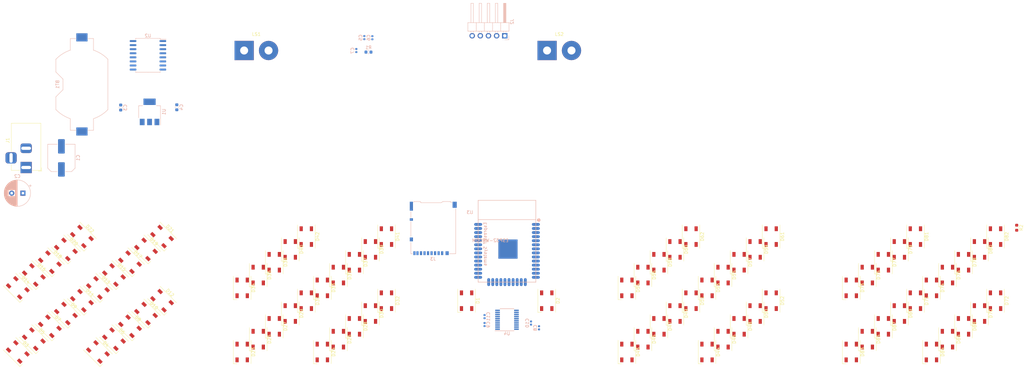
<source format=kicad_pcb>
(kicad_pcb (version 20171130) (host pcbnew 5.1.4+dfsg1-2)

  (general
    (thickness 1.6)
    (drawings 0)
    (tracks 0)
    (zones 0)
    (modules 105)
    (nets 131)
  )

  (page A3)
  (layers
    (0 F.Cu signal)
    (31 B.Cu signal)
    (32 B.Adhes user)
    (33 F.Adhes user)
    (34 B.Paste user)
    (35 F.Paste user)
    (36 B.SilkS user)
    (37 F.SilkS user)
    (38 B.Mask user)
    (39 F.Mask user)
    (40 Dwgs.User user)
    (41 Cmts.User user)
    (42 Eco1.User user)
    (43 Eco2.User user)
    (44 Edge.Cuts user)
    (45 Margin user)
    (46 B.CrtYd user)
    (47 F.CrtYd user)
    (48 B.Fab user)
    (49 F.Fab user)
  )

  (setup
    (last_trace_width 0.25)
    (trace_clearance 0.2)
    (zone_clearance 0.508)
    (zone_45_only no)
    (trace_min 0.2)
    (via_size 0.8)
    (via_drill 0.4)
    (via_min_size 0.4)
    (via_min_drill 0.3)
    (uvia_size 0.3)
    (uvia_drill 0.1)
    (uvias_allowed no)
    (uvia_min_size 0.2)
    (uvia_min_drill 0.1)
    (edge_width 0.05)
    (segment_width 0.2)
    (pcb_text_width 0.3)
    (pcb_text_size 1.5 1.5)
    (mod_edge_width 0.12)
    (mod_text_size 1 1)
    (mod_text_width 0.15)
    (pad_size 1.524 1.524)
    (pad_drill 0.762)
    (pad_to_mask_clearance 0.051)
    (solder_mask_min_width 0.25)
    (aux_axis_origin 0 0)
    (visible_elements FFFFFF7F)
    (pcbplotparams
      (layerselection 0x010fc_ffffffff)
      (usegerberextensions false)
      (usegerberattributes false)
      (usegerberadvancedattributes false)
      (creategerberjobfile false)
      (excludeedgelayer true)
      (linewidth 0.100000)
      (plotframeref false)
      (viasonmask false)
      (mode 1)
      (useauxorigin false)
      (hpglpennumber 1)
      (hpglpenspeed 20)
      (hpglpendiameter 15.000000)
      (psnegative false)
      (psa4output false)
      (plotreference true)
      (plotvalue true)
      (plotinvisibletext false)
      (padsonsilk false)
      (subtractmaskfromsilk false)
      (outputformat 1)
      (mirror false)
      (drillshape 1)
      (scaleselection 1)
      (outputdirectory ""))
  )

  (net 0 "")
  (net 1 GND)
  (net 2 "Net-(BT1-Pad1)")
  (net 3 /RTS)
  (net 4 +3V3)
  (net 5 +5V)
  (net 6 "Net-(C9-Pad2)")
  (net 7 /DTR)
  (net 8 /TX)
  (net 9 /RX)
  (net 10 "Net-(LS1-Pad1)")
  (net 11 "Net-(LS2-Pad1)")
  (net 12 /LED_DATA)
  (net 13 /LRCK)
  (net 14 /BCLK)
  (net 15 /I2SD)
  (net 16 /SDA)
  (net 17 /SCL)
  (net 18 "Net-(U2-Pad4)")
  (net 19 "Net-(U2-Pad3)")
  (net 20 "Net-(U2-Pad1)")
  (net 21 /MISO)
  (net 22 /SCLK)
  (net 23 /MOSI)
  (net 24 /CS)
  (net 25 "Net-(D1-Pad4)")
  (net 26 /sheet5DE2BE39/DATA_IN)
  (net 27 "Net-(D3-Pad4)")
  (net 28 "Net-(D4-Pad4)")
  (net 29 "Net-(D21-Pad4)")
  (net 30 "Net-(D5-Pad4)")
  (net 31 "Net-(D6-Pad4)")
  (net 32 "Net-(D7-Pad4)")
  (net 33 "Net-(D10-Pad2)")
  (net 34 "Net-(D10-Pad4)")
  (net 35 "Net-(D11-Pad4)")
  (net 36 "Net-(D12-Pad4)")
  (net 37 "Net-(D13-Pad4)")
  (net 38 "Net-(D14-Pad4)")
  (net 39 "Net-(D15-Pad4)")
  (net 40 "Net-(D16-Pad4)")
  (net 41 "Net-(D17-Pad4)")
  (net 42 "Net-(D18-Pad4)")
  (net 43 "Net-(D19-Pad4)")
  (net 44 "Net-(D20-Pad4)")
  (net 45 "Net-(D23-Pad4)")
  (net 46 "Net-(D24-Pad4)")
  (net 47 "Net-(D25-Pad4)")
  (net 48 "Net-(D26-Pad4)")
  (net 49 "Net-(D27-Pad4)")
  (net 50 "Net-(D28-Pad4)")
  (net 51 "Net-(D29-Pad4)")
  (net 52 "Net-(D30-Pad4)")
  (net 53 "Net-(D31-Pad4)")
  (net 54 "Net-(D32-Pad4)")
  (net 55 "Net-(D33-Pad4)")
  (net 56 "Net-(D34-Pad4)")
  (net 57 "Net-(D35-Pad4)")
  (net 58 "Net-(D36-Pad4)")
  (net 59 "Net-(D37-Pad4)")
  (net 60 "Net-(D38-Pad4)")
  (net 61 "Net-(D39-Pad4)")
  (net 62 "Net-(D40-Pad4)")
  (net 63 "Net-(D43-Pad4)")
  (net 64 /sheet5DE32B4E/DATA_IN)
  (net 65 "Net-(D44-Pad4)")
  (net 66 "Net-(D45-Pad4)")
  (net 67 "Net-(D46-Pad4)")
  (net 68 "Net-(D47-Pad4)")
  (net 69 "Net-(D48-Pad4)")
  (net 70 "Net-(D49-Pad4)")
  (net 71 "Net-(D50-Pad4)")
  (net 72 "Net-(D51-Pad4)")
  (net 73 "Net-(D52-Pad4)")
  (net 74 "Net-(D53-Pad4)")
  (net 75 "Net-(D54-Pad4)")
  (net 76 "Net-(D55-Pad4)")
  (net 77 "Net-(D56-Pad4)")
  (net 78 "Net-(D57-Pad4)")
  (net 79 "Net-(D58-Pad4)")
  (net 80 "Net-(D59-Pad4)")
  (net 81 "Net-(D60-Pad4)")
  (net 82 "Net-(D63-Pad4)")
  (net 83 /sheet5DE32B52/DATA_IN)
  (net 84 "Net-(D64-Pad4)")
  (net 85 "Net-(D65-Pad4)")
  (net 86 "Net-(D66-Pad4)")
  (net 87 "Net-(D67-Pad4)")
  (net 88 "Net-(D68-Pad4)")
  (net 89 "Net-(D69-Pad4)")
  (net 90 "Net-(D70-Pad4)")
  (net 91 "Net-(D71-Pad4)")
  (net 92 "Net-(D72-Pad4)")
  (net 93 "Net-(D73-Pad4)")
  (net 94 "Net-(D74-Pad4)")
  (net 95 "Net-(D75-Pad4)")
  (net 96 "Net-(D76-Pad4)")
  (net 97 "Net-(D77-Pad4)")
  (net 98 "Net-(D78-Pad4)")
  (net 99 "Net-(D79-Pad4)")
  (net 100 "Net-(D80-Pad4)")
  (net 101 "Net-(C9-Pad1)")
  (net 102 "Net-(C10-Pad2)")
  (net 103 "Net-(C11-Pad1)")
  (net 104 "Net-(D8-Pad4)")
  (net 105 "Net-(D41-Pad4)")
  (net 106 "Net-(D61-Pad4)")
  (net 107 "Net-(D81-Pad4)")
  (net 108 "Net-(J3-Pad8)")
  (net 109 "Net-(U3-Pad4)")
  (net 110 "Net-(U3-Pad5)")
  (net 111 "Net-(U3-Pad6)")
  (net 112 "Net-(U3-Pad7)")
  (net 113 "Net-(U3-Pad9)")
  (net 114 "Net-(U3-Pad12)")
  (net 115 "Net-(U3-Pad13)")
  (net 116 "Net-(U3-Pad14)")
  (net 117 "Net-(U3-Pad16)")
  (net 118 "Net-(U3-Pad17)")
  (net 119 "Net-(U3-Pad18)")
  (net 120 "Net-(U3-Pad19)")
  (net 121 "Net-(U3-Pad20)")
  (net 122 "Net-(U3-Pad21)")
  (net 123 "Net-(U3-Pad22)")
  (net 124 "Net-(U3-Pad23)")
  (net 125 "Net-(U3-Pad24)")
  (net 126 "Net-(U3-Pad27)")
  (net 127 "Net-(U3-Pad28)")
  (net 128 "Net-(U3-Pad32)")
  (net 129 /sheet5DE2BE39/DATA_OUT)
  (net 130 /sheet5DE32B52/DATA_OUT)

  (net_class Default "Dies ist die voreingestellte Netzklasse."
    (clearance 0.2)
    (trace_width 0.25)
    (via_dia 0.8)
    (via_drill 0.4)
    (uvia_dia 0.3)
    (uvia_drill 0.1)
    (add_net +3V3)
    (add_net +5V)
    (add_net /BCLK)
    (add_net /CS)
    (add_net /DTR)
    (add_net /I2SD)
    (add_net /LED_DATA)
    (add_net /LRCK)
    (add_net /MISO)
    (add_net /MOSI)
    (add_net /RTS)
    (add_net /RX)
    (add_net /SCL)
    (add_net /SCLK)
    (add_net /SDA)
    (add_net /TX)
    (add_net /sheet5DE2BE39/DATA_IN)
    (add_net /sheet5DE2BE39/DATA_OUT)
    (add_net /sheet5DE32B4E/DATA_IN)
    (add_net /sheet5DE32B52/DATA_IN)
    (add_net /sheet5DE32B52/DATA_OUT)
    (add_net GND)
    (add_net "Net-(BT1-Pad1)")
    (add_net "Net-(C10-Pad2)")
    (add_net "Net-(C11-Pad1)")
    (add_net "Net-(C9-Pad1)")
    (add_net "Net-(C9-Pad2)")
    (add_net "Net-(D1-Pad4)")
    (add_net "Net-(D10-Pad2)")
    (add_net "Net-(D10-Pad4)")
    (add_net "Net-(D11-Pad4)")
    (add_net "Net-(D12-Pad4)")
    (add_net "Net-(D13-Pad4)")
    (add_net "Net-(D14-Pad4)")
    (add_net "Net-(D15-Pad4)")
    (add_net "Net-(D16-Pad4)")
    (add_net "Net-(D17-Pad4)")
    (add_net "Net-(D18-Pad4)")
    (add_net "Net-(D19-Pad4)")
    (add_net "Net-(D20-Pad4)")
    (add_net "Net-(D21-Pad4)")
    (add_net "Net-(D23-Pad4)")
    (add_net "Net-(D24-Pad4)")
    (add_net "Net-(D25-Pad4)")
    (add_net "Net-(D26-Pad4)")
    (add_net "Net-(D27-Pad4)")
    (add_net "Net-(D28-Pad4)")
    (add_net "Net-(D29-Pad4)")
    (add_net "Net-(D3-Pad4)")
    (add_net "Net-(D30-Pad4)")
    (add_net "Net-(D31-Pad4)")
    (add_net "Net-(D32-Pad4)")
    (add_net "Net-(D33-Pad4)")
    (add_net "Net-(D34-Pad4)")
    (add_net "Net-(D35-Pad4)")
    (add_net "Net-(D36-Pad4)")
    (add_net "Net-(D37-Pad4)")
    (add_net "Net-(D38-Pad4)")
    (add_net "Net-(D39-Pad4)")
    (add_net "Net-(D4-Pad4)")
    (add_net "Net-(D40-Pad4)")
    (add_net "Net-(D41-Pad4)")
    (add_net "Net-(D43-Pad4)")
    (add_net "Net-(D44-Pad4)")
    (add_net "Net-(D45-Pad4)")
    (add_net "Net-(D46-Pad4)")
    (add_net "Net-(D47-Pad4)")
    (add_net "Net-(D48-Pad4)")
    (add_net "Net-(D49-Pad4)")
    (add_net "Net-(D5-Pad4)")
    (add_net "Net-(D50-Pad4)")
    (add_net "Net-(D51-Pad4)")
    (add_net "Net-(D52-Pad4)")
    (add_net "Net-(D53-Pad4)")
    (add_net "Net-(D54-Pad4)")
    (add_net "Net-(D55-Pad4)")
    (add_net "Net-(D56-Pad4)")
    (add_net "Net-(D57-Pad4)")
    (add_net "Net-(D58-Pad4)")
    (add_net "Net-(D59-Pad4)")
    (add_net "Net-(D6-Pad4)")
    (add_net "Net-(D60-Pad4)")
    (add_net "Net-(D61-Pad4)")
    (add_net "Net-(D63-Pad4)")
    (add_net "Net-(D64-Pad4)")
    (add_net "Net-(D65-Pad4)")
    (add_net "Net-(D66-Pad4)")
    (add_net "Net-(D67-Pad4)")
    (add_net "Net-(D68-Pad4)")
    (add_net "Net-(D69-Pad4)")
    (add_net "Net-(D7-Pad4)")
    (add_net "Net-(D70-Pad4)")
    (add_net "Net-(D71-Pad4)")
    (add_net "Net-(D72-Pad4)")
    (add_net "Net-(D73-Pad4)")
    (add_net "Net-(D74-Pad4)")
    (add_net "Net-(D75-Pad4)")
    (add_net "Net-(D76-Pad4)")
    (add_net "Net-(D77-Pad4)")
    (add_net "Net-(D78-Pad4)")
    (add_net "Net-(D79-Pad4)")
    (add_net "Net-(D8-Pad4)")
    (add_net "Net-(D80-Pad4)")
    (add_net "Net-(D81-Pad4)")
    (add_net "Net-(J3-Pad8)")
    (add_net "Net-(LS1-Pad1)")
    (add_net "Net-(LS2-Pad1)")
    (add_net "Net-(U2-Pad1)")
    (add_net "Net-(U2-Pad3)")
    (add_net "Net-(U2-Pad4)")
    (add_net "Net-(U3-Pad12)")
    (add_net "Net-(U3-Pad13)")
    (add_net "Net-(U3-Pad14)")
    (add_net "Net-(U3-Pad16)")
    (add_net "Net-(U3-Pad17)")
    (add_net "Net-(U3-Pad18)")
    (add_net "Net-(U3-Pad19)")
    (add_net "Net-(U3-Pad20)")
    (add_net "Net-(U3-Pad21)")
    (add_net "Net-(U3-Pad22)")
    (add_net "Net-(U3-Pad23)")
    (add_net "Net-(U3-Pad24)")
    (add_net "Net-(U3-Pad27)")
    (add_net "Net-(U3-Pad28)")
    (add_net "Net-(U3-Pad32)")
    (add_net "Net-(U3-Pad4)")
    (add_net "Net-(U3-Pad5)")
    (add_net "Net-(U3-Pad6)")
    (add_net "Net-(U3-Pad7)")
    (add_net "Net-(U3-Pad9)")
  )

  (module Resistor_SMD:R_0603_1608Metric (layer F.Cu) (tedit 5B301BBD) (tstamp 5DC4ABA2)
    (at 330 78.7875 270)
    (descr "Resistor SMD 0603 (1608 Metric), square (rectangular) end terminal, IPC_7351 nominal, (Body size source: http://www.tortai-tech.com/upload/download/2011102023233369053.pdf), generated with kicad-footprint-generator")
    (tags resistor)
    (path /5DE78548)
    (attr smd)
    (fp_text reference R2 (at 0 -1.43 90) (layer F.SilkS)
      (effects (font (size 1 1) (thickness 0.15)))
    )
    (fp_text value 10k (at 0 1.43 90) (layer F.Fab)
      (effects (font (size 1 1) (thickness 0.15)))
    )
    (fp_text user %R (at 0 0 90) (layer F.Fab)
      (effects (font (size 0.4 0.4) (thickness 0.06)))
    )
    (fp_line (start 1.48 0.73) (end -1.48 0.73) (layer F.CrtYd) (width 0.05))
    (fp_line (start 1.48 -0.73) (end 1.48 0.73) (layer F.CrtYd) (width 0.05))
    (fp_line (start -1.48 -0.73) (end 1.48 -0.73) (layer F.CrtYd) (width 0.05))
    (fp_line (start -1.48 0.73) (end -1.48 -0.73) (layer F.CrtYd) (width 0.05))
    (fp_line (start -0.162779 0.51) (end 0.162779 0.51) (layer F.SilkS) (width 0.12))
    (fp_line (start -0.162779 -0.51) (end 0.162779 -0.51) (layer F.SilkS) (width 0.12))
    (fp_line (start 0.8 0.4) (end -0.8 0.4) (layer F.Fab) (width 0.1))
    (fp_line (start 0.8 -0.4) (end 0.8 0.4) (layer F.Fab) (width 0.1))
    (fp_line (start -0.8 -0.4) (end 0.8 -0.4) (layer F.Fab) (width 0.1))
    (fp_line (start -0.8 0.4) (end -0.8 -0.4) (layer F.Fab) (width 0.1))
    (pad 2 smd roundrect (at 0.7875 0 270) (size 0.875 0.95) (layers F.Cu F.Paste F.Mask) (roundrect_rratio 0.25)
      (net 1 GND))
    (pad 1 smd roundrect (at -0.7875 0 270) (size 0.875 0.95) (layers F.Cu F.Paste F.Mask) (roundrect_rratio 0.25)
      (net 130 /sheet5DE32B52/DATA_OUT))
    (model ${KISYS3DMOD}/Resistor_SMD.3dshapes/R_0603_1608Metric.wrl
      (at (xyz 0 0 0))
      (scale (xyz 1 1 1))
      (rotate (xyz 0 0 0))
    )
  )

  (module LED_SMD:LED_SK6812_PLCC4_5.0x5.0mm_P3.2mm (layer F.Cu) (tedit 5AA4B263) (tstamp 5DC4AA5D)
    (at 323.4 81.55 270)
    (descr https://cdn-shop.adafruit.com/product-files/1138/SK6812+LED+datasheet+.pdf)
    (tags "LED RGB NeoPixel")
    (path /5DE32B52/5DC52F8C)
    (attr smd)
    (fp_text reference D82 (at 0 -3.5 90) (layer F.SilkS)
      (effects (font (size 1 1) (thickness 0.15)))
    )
    (fp_text value SK6812 (at 0 4 90) (layer F.Fab)
      (effects (font (size 1 1) (thickness 0.15)))
    )
    (fp_circle (center 0 0) (end 0 -2) (layer F.Fab) (width 0.1))
    (fp_line (start 3.65 2.75) (end 3.65 1.6) (layer F.SilkS) (width 0.12))
    (fp_line (start -3.65 2.75) (end 3.65 2.75) (layer F.SilkS) (width 0.12))
    (fp_line (start -3.65 -2.75) (end 3.65 -2.75) (layer F.SilkS) (width 0.12))
    (fp_line (start 2.5 -2.5) (end -2.5 -2.5) (layer F.Fab) (width 0.1))
    (fp_line (start 2.5 2.5) (end 2.5 -2.5) (layer F.Fab) (width 0.1))
    (fp_line (start -2.5 2.5) (end 2.5 2.5) (layer F.Fab) (width 0.1))
    (fp_line (start -2.5 -2.5) (end -2.5 2.5) (layer F.Fab) (width 0.1))
    (fp_line (start 2.5 1.5) (end 1.5 2.5) (layer F.Fab) (width 0.1))
    (fp_line (start -3.45 -2.75) (end -3.45 2.75) (layer F.CrtYd) (width 0.05))
    (fp_line (start -3.45 2.75) (end 3.45 2.75) (layer F.CrtYd) (width 0.05))
    (fp_line (start 3.45 2.75) (end 3.45 -2.75) (layer F.CrtYd) (width 0.05))
    (fp_line (start 3.45 -2.75) (end -3.45 -2.75) (layer F.CrtYd) (width 0.05))
    (fp_text user %R (at 0 0 90) (layer F.Fab)
      (effects (font (size 0.8 0.8) (thickness 0.15)))
    )
    (pad 3 smd rect (at -2.45 -1.6 270) (size 1.5 1) (layers F.Cu F.Paste F.Mask)
      (net 5 +5V))
    (pad 4 smd rect (at -2.45 1.6 270) (size 1.5 1) (layers F.Cu F.Paste F.Mask)
      (net 130 /sheet5DE32B52/DATA_OUT))
    (pad 2 smd rect (at 2.45 -1.6 270) (size 1.5 1) (layers F.Cu F.Paste F.Mask)
      (net 107 "Net-(D81-Pad4)"))
    (pad 1 smd rect (at 2.45 1.6 270) (size 1.5 1) (layers F.Cu F.Paste F.Mask)
      (net 1 GND))
    (model ${KISYS3DMOD}/LED_SMD.3dshapes/LED_SK6812_PLCC4_5.0x5.0mm_P3.2mm.wrl
      (at (xyz 0 0 0))
      (scale (xyz 1 1 1))
      (rotate (xyz 0 0 0))
    )
  )

  (module LED_SMD:LED_SK6812_PLCC4_5.0x5.0mm_P3.2mm (layer F.Cu) (tedit 5AA4B263) (tstamp 5DC4AA47)
    (at 298.4 81.55 270)
    (descr https://cdn-shop.adafruit.com/product-files/1138/SK6812+LED+datasheet+.pdf)
    (tags "LED RGB NeoPixel")
    (path /5DE32B52/5DC52F82)
    (attr smd)
    (fp_text reference D81 (at 0 -3.5 90) (layer F.SilkS)
      (effects (font (size 1 1) (thickness 0.15)))
    )
    (fp_text value SK6812 (at 0 4 90) (layer F.Fab)
      (effects (font (size 1 1) (thickness 0.15)))
    )
    (fp_circle (center 0 0) (end 0 -2) (layer F.Fab) (width 0.1))
    (fp_line (start 3.65 2.75) (end 3.65 1.6) (layer F.SilkS) (width 0.12))
    (fp_line (start -3.65 2.75) (end 3.65 2.75) (layer F.SilkS) (width 0.12))
    (fp_line (start -3.65 -2.75) (end 3.65 -2.75) (layer F.SilkS) (width 0.12))
    (fp_line (start 2.5 -2.5) (end -2.5 -2.5) (layer F.Fab) (width 0.1))
    (fp_line (start 2.5 2.5) (end 2.5 -2.5) (layer F.Fab) (width 0.1))
    (fp_line (start -2.5 2.5) (end 2.5 2.5) (layer F.Fab) (width 0.1))
    (fp_line (start -2.5 -2.5) (end -2.5 2.5) (layer F.Fab) (width 0.1))
    (fp_line (start 2.5 1.5) (end 1.5 2.5) (layer F.Fab) (width 0.1))
    (fp_line (start -3.45 -2.75) (end -3.45 2.75) (layer F.CrtYd) (width 0.05))
    (fp_line (start -3.45 2.75) (end 3.45 2.75) (layer F.CrtYd) (width 0.05))
    (fp_line (start 3.45 2.75) (end 3.45 -2.75) (layer F.CrtYd) (width 0.05))
    (fp_line (start 3.45 -2.75) (end -3.45 -2.75) (layer F.CrtYd) (width 0.05))
    (fp_text user %R (at 0 0 90) (layer F.Fab)
      (effects (font (size 0.8 0.8) (thickness 0.15)))
    )
    (pad 3 smd rect (at -2.45 -1.6 270) (size 1.5 1) (layers F.Cu F.Paste F.Mask)
      (net 5 +5V))
    (pad 4 smd rect (at -2.45 1.6 270) (size 1.5 1) (layers F.Cu F.Paste F.Mask)
      (net 107 "Net-(D81-Pad4)"))
    (pad 2 smd rect (at 2.45 -1.6 270) (size 1.5 1) (layers F.Cu F.Paste F.Mask)
      (net 100 "Net-(D80-Pad4)"))
    (pad 1 smd rect (at 2.45 1.6 270) (size 1.5 1) (layers F.Cu F.Paste F.Mask)
      (net 1 GND))
    (model ${KISYS3DMOD}/LED_SMD.3dshapes/LED_SK6812_PLCC4_5.0x5.0mm_P3.2mm.wrl
      (at (xyz 0 0 0))
      (scale (xyz 1 1 1))
      (rotate (xyz 0 0 0))
    )
  )

  (module LED_SMD:LED_SK6812_PLCC4_5.0x5.0mm_P3.2mm (layer F.Cu) (tedit 5AA4B263) (tstamp 5DC4AA31)
    (at 318.4 85.55 270)
    (descr https://cdn-shop.adafruit.com/product-files/1138/SK6812+LED+datasheet+.pdf)
    (tags "LED RGB NeoPixel")
    (path /5DE32B52/5DC52F78)
    (attr smd)
    (fp_text reference D80 (at 0 -3.5 90) (layer F.SilkS)
      (effects (font (size 1 1) (thickness 0.15)))
    )
    (fp_text value SK6812 (at 0 4 90) (layer F.Fab)
      (effects (font (size 1 1) (thickness 0.15)))
    )
    (fp_circle (center 0 0) (end 0 -2) (layer F.Fab) (width 0.1))
    (fp_line (start 3.65 2.75) (end 3.65 1.6) (layer F.SilkS) (width 0.12))
    (fp_line (start -3.65 2.75) (end 3.65 2.75) (layer F.SilkS) (width 0.12))
    (fp_line (start -3.65 -2.75) (end 3.65 -2.75) (layer F.SilkS) (width 0.12))
    (fp_line (start 2.5 -2.5) (end -2.5 -2.5) (layer F.Fab) (width 0.1))
    (fp_line (start 2.5 2.5) (end 2.5 -2.5) (layer F.Fab) (width 0.1))
    (fp_line (start -2.5 2.5) (end 2.5 2.5) (layer F.Fab) (width 0.1))
    (fp_line (start -2.5 -2.5) (end -2.5 2.5) (layer F.Fab) (width 0.1))
    (fp_line (start 2.5 1.5) (end 1.5 2.5) (layer F.Fab) (width 0.1))
    (fp_line (start -3.45 -2.75) (end -3.45 2.75) (layer F.CrtYd) (width 0.05))
    (fp_line (start -3.45 2.75) (end 3.45 2.75) (layer F.CrtYd) (width 0.05))
    (fp_line (start 3.45 2.75) (end 3.45 -2.75) (layer F.CrtYd) (width 0.05))
    (fp_line (start 3.45 -2.75) (end -3.45 -2.75) (layer F.CrtYd) (width 0.05))
    (fp_text user %R (at 0 0 90) (layer F.Fab)
      (effects (font (size 0.8 0.8) (thickness 0.15)))
    )
    (pad 3 smd rect (at -2.45 -1.6 270) (size 1.5 1) (layers F.Cu F.Paste F.Mask)
      (net 5 +5V))
    (pad 4 smd rect (at -2.45 1.6 270) (size 1.5 1) (layers F.Cu F.Paste F.Mask)
      (net 100 "Net-(D80-Pad4)"))
    (pad 2 smd rect (at 2.45 -1.6 270) (size 1.5 1) (layers F.Cu F.Paste F.Mask)
      (net 99 "Net-(D79-Pad4)"))
    (pad 1 smd rect (at 2.45 1.6 270) (size 1.5 1) (layers F.Cu F.Paste F.Mask)
      (net 1 GND))
    (model ${KISYS3DMOD}/LED_SMD.3dshapes/LED_SK6812_PLCC4_5.0x5.0mm_P3.2mm.wrl
      (at (xyz 0 0 0))
      (scale (xyz 1 1 1))
      (rotate (xyz 0 0 0))
    )
  )

  (module LED_SMD:LED_SK6812_PLCC4_5.0x5.0mm_P3.2mm (layer F.Cu) (tedit 5AA4B263) (tstamp 5DC4FA3B)
    (at 293.4 85.55 270)
    (descr https://cdn-shop.adafruit.com/product-files/1138/SK6812+LED+datasheet+.pdf)
    (tags "LED RGB NeoPixel")
    (path /5DE32B52/5DC52F6E)
    (attr smd)
    (fp_text reference D79 (at 0 -3.5 90) (layer F.SilkS)
      (effects (font (size 1 1) (thickness 0.15)))
    )
    (fp_text value SK6812 (at 0 4 90) (layer F.Fab)
      (effects (font (size 1 1) (thickness 0.15)))
    )
    (fp_circle (center 0 0) (end 0 -2) (layer F.Fab) (width 0.1))
    (fp_line (start 3.65 2.75) (end 3.65 1.6) (layer F.SilkS) (width 0.12))
    (fp_line (start -3.65 2.75) (end 3.65 2.75) (layer F.SilkS) (width 0.12))
    (fp_line (start -3.65 -2.75) (end 3.65 -2.75) (layer F.SilkS) (width 0.12))
    (fp_line (start 2.5 -2.5) (end -2.5 -2.5) (layer F.Fab) (width 0.1))
    (fp_line (start 2.5 2.5) (end 2.5 -2.5) (layer F.Fab) (width 0.1))
    (fp_line (start -2.5 2.5) (end 2.5 2.5) (layer F.Fab) (width 0.1))
    (fp_line (start -2.5 -2.5) (end -2.5 2.5) (layer F.Fab) (width 0.1))
    (fp_line (start 2.5 1.5) (end 1.5 2.5) (layer F.Fab) (width 0.1))
    (fp_line (start -3.45 -2.75) (end -3.45 2.75) (layer F.CrtYd) (width 0.05))
    (fp_line (start -3.45 2.75) (end 3.45 2.75) (layer F.CrtYd) (width 0.05))
    (fp_line (start 3.45 2.75) (end 3.45 -2.75) (layer F.CrtYd) (width 0.05))
    (fp_line (start 3.45 -2.75) (end -3.45 -2.75) (layer F.CrtYd) (width 0.05))
    (fp_text user %R (at 0 0 90) (layer F.Fab)
      (effects (font (size 0.8 0.8) (thickness 0.15)))
    )
    (pad 3 smd rect (at -2.45 -1.6 270) (size 1.5 1) (layers F.Cu F.Paste F.Mask)
      (net 5 +5V))
    (pad 4 smd rect (at -2.45 1.6 270) (size 1.5 1) (layers F.Cu F.Paste F.Mask)
      (net 99 "Net-(D79-Pad4)"))
    (pad 2 smd rect (at 2.45 -1.6 270) (size 1.5 1) (layers F.Cu F.Paste F.Mask)
      (net 98 "Net-(D78-Pad4)"))
    (pad 1 smd rect (at 2.45 1.6 270) (size 1.5 1) (layers F.Cu F.Paste F.Mask)
      (net 1 GND))
    (model ${KISYS3DMOD}/LED_SMD.3dshapes/LED_SK6812_PLCC4_5.0x5.0mm_P3.2mm.wrl
      (at (xyz 0 0 0))
      (scale (xyz 1 1 1))
      (rotate (xyz 0 0 0))
    )
  )

  (module LED_SMD:LED_SK6812_PLCC4_5.0x5.0mm_P3.2mm (layer F.Cu) (tedit 5AA4B263) (tstamp 5DC4AA05)
    (at 313.4 89.55 270)
    (descr https://cdn-shop.adafruit.com/product-files/1138/SK6812+LED+datasheet+.pdf)
    (tags "LED RGB NeoPixel")
    (path /5DE32B52/5DC52F64)
    (attr smd)
    (fp_text reference D78 (at 0 -3.5 90) (layer F.SilkS)
      (effects (font (size 1 1) (thickness 0.15)))
    )
    (fp_text value SK6812 (at 0 4 90) (layer F.Fab)
      (effects (font (size 1 1) (thickness 0.15)))
    )
    (fp_circle (center 0 0) (end 0 -2) (layer F.Fab) (width 0.1))
    (fp_line (start 3.65 2.75) (end 3.65 1.6) (layer F.SilkS) (width 0.12))
    (fp_line (start -3.65 2.75) (end 3.65 2.75) (layer F.SilkS) (width 0.12))
    (fp_line (start -3.65 -2.75) (end 3.65 -2.75) (layer F.SilkS) (width 0.12))
    (fp_line (start 2.5 -2.5) (end -2.5 -2.5) (layer F.Fab) (width 0.1))
    (fp_line (start 2.5 2.5) (end 2.5 -2.5) (layer F.Fab) (width 0.1))
    (fp_line (start -2.5 2.5) (end 2.5 2.5) (layer F.Fab) (width 0.1))
    (fp_line (start -2.5 -2.5) (end -2.5 2.5) (layer F.Fab) (width 0.1))
    (fp_line (start 2.5 1.5) (end 1.5 2.5) (layer F.Fab) (width 0.1))
    (fp_line (start -3.45 -2.75) (end -3.45 2.75) (layer F.CrtYd) (width 0.05))
    (fp_line (start -3.45 2.75) (end 3.45 2.75) (layer F.CrtYd) (width 0.05))
    (fp_line (start 3.45 2.75) (end 3.45 -2.75) (layer F.CrtYd) (width 0.05))
    (fp_line (start 3.45 -2.75) (end -3.45 -2.75) (layer F.CrtYd) (width 0.05))
    (fp_text user %R (at 0 0 90) (layer F.Fab)
      (effects (font (size 0.8 0.8) (thickness 0.15)))
    )
    (pad 3 smd rect (at -2.45 -1.6 270) (size 1.5 1) (layers F.Cu F.Paste F.Mask)
      (net 5 +5V))
    (pad 4 smd rect (at -2.45 1.6 270) (size 1.5 1) (layers F.Cu F.Paste F.Mask)
      (net 98 "Net-(D78-Pad4)"))
    (pad 2 smd rect (at 2.45 -1.6 270) (size 1.5 1) (layers F.Cu F.Paste F.Mask)
      (net 97 "Net-(D77-Pad4)"))
    (pad 1 smd rect (at 2.45 1.6 270) (size 1.5 1) (layers F.Cu F.Paste F.Mask)
      (net 1 GND))
    (model ${KISYS3DMOD}/LED_SMD.3dshapes/LED_SK6812_PLCC4_5.0x5.0mm_P3.2mm.wrl
      (at (xyz 0 0 0))
      (scale (xyz 1 1 1))
      (rotate (xyz 0 0 0))
    )
  )

  (module LED_SMD:LED_SK6812_PLCC4_5.0x5.0mm_P3.2mm (layer F.Cu) (tedit 5AA4B263) (tstamp 5DC4A9EF)
    (at 288.4 89.55 270)
    (descr https://cdn-shop.adafruit.com/product-files/1138/SK6812+LED+datasheet+.pdf)
    (tags "LED RGB NeoPixel")
    (path /5DE32B52/5DC52F5A)
    (attr smd)
    (fp_text reference D77 (at 0 -3.5 90) (layer F.SilkS)
      (effects (font (size 1 1) (thickness 0.15)))
    )
    (fp_text value SK6812 (at 0 4 90) (layer F.Fab)
      (effects (font (size 1 1) (thickness 0.15)))
    )
    (fp_circle (center 0 0) (end 0 -2) (layer F.Fab) (width 0.1))
    (fp_line (start 3.65 2.75) (end 3.65 1.6) (layer F.SilkS) (width 0.12))
    (fp_line (start -3.65 2.75) (end 3.65 2.75) (layer F.SilkS) (width 0.12))
    (fp_line (start -3.65 -2.75) (end 3.65 -2.75) (layer F.SilkS) (width 0.12))
    (fp_line (start 2.5 -2.5) (end -2.5 -2.5) (layer F.Fab) (width 0.1))
    (fp_line (start 2.5 2.5) (end 2.5 -2.5) (layer F.Fab) (width 0.1))
    (fp_line (start -2.5 2.5) (end 2.5 2.5) (layer F.Fab) (width 0.1))
    (fp_line (start -2.5 -2.5) (end -2.5 2.5) (layer F.Fab) (width 0.1))
    (fp_line (start 2.5 1.5) (end 1.5 2.5) (layer F.Fab) (width 0.1))
    (fp_line (start -3.45 -2.75) (end -3.45 2.75) (layer F.CrtYd) (width 0.05))
    (fp_line (start -3.45 2.75) (end 3.45 2.75) (layer F.CrtYd) (width 0.05))
    (fp_line (start 3.45 2.75) (end 3.45 -2.75) (layer F.CrtYd) (width 0.05))
    (fp_line (start 3.45 -2.75) (end -3.45 -2.75) (layer F.CrtYd) (width 0.05))
    (fp_text user %R (at 0 0 90) (layer F.Fab)
      (effects (font (size 0.8 0.8) (thickness 0.15)))
    )
    (pad 3 smd rect (at -2.45 -1.6 270) (size 1.5 1) (layers F.Cu F.Paste F.Mask)
      (net 5 +5V))
    (pad 4 smd rect (at -2.45 1.6 270) (size 1.5 1) (layers F.Cu F.Paste F.Mask)
      (net 97 "Net-(D77-Pad4)"))
    (pad 2 smd rect (at 2.45 -1.6 270) (size 1.5 1) (layers F.Cu F.Paste F.Mask)
      (net 96 "Net-(D76-Pad4)"))
    (pad 1 smd rect (at 2.45 1.6 270) (size 1.5 1) (layers F.Cu F.Paste F.Mask)
      (net 1 GND))
    (model ${KISYS3DMOD}/LED_SMD.3dshapes/LED_SK6812_PLCC4_5.0x5.0mm_P3.2mm.wrl
      (at (xyz 0 0 0))
      (scale (xyz 1 1 1))
      (rotate (xyz 0 0 0))
    )
  )

  (module LED_SMD:LED_SK6812_PLCC4_5.0x5.0mm_P3.2mm (layer F.Cu) (tedit 5AA4B263) (tstamp 5DC4A9D9)
    (at 308.4 93.55 270)
    (descr https://cdn-shop.adafruit.com/product-files/1138/SK6812+LED+datasheet+.pdf)
    (tags "LED RGB NeoPixel")
    (path /5DE32B52/5DC52F50)
    (attr smd)
    (fp_text reference D76 (at 0 -3.5 90) (layer F.SilkS)
      (effects (font (size 1 1) (thickness 0.15)))
    )
    (fp_text value SK6812 (at 0 4 90) (layer F.Fab)
      (effects (font (size 1 1) (thickness 0.15)))
    )
    (fp_circle (center 0 0) (end 0 -2) (layer F.Fab) (width 0.1))
    (fp_line (start 3.65 2.75) (end 3.65 1.6) (layer F.SilkS) (width 0.12))
    (fp_line (start -3.65 2.75) (end 3.65 2.75) (layer F.SilkS) (width 0.12))
    (fp_line (start -3.65 -2.75) (end 3.65 -2.75) (layer F.SilkS) (width 0.12))
    (fp_line (start 2.5 -2.5) (end -2.5 -2.5) (layer F.Fab) (width 0.1))
    (fp_line (start 2.5 2.5) (end 2.5 -2.5) (layer F.Fab) (width 0.1))
    (fp_line (start -2.5 2.5) (end 2.5 2.5) (layer F.Fab) (width 0.1))
    (fp_line (start -2.5 -2.5) (end -2.5 2.5) (layer F.Fab) (width 0.1))
    (fp_line (start 2.5 1.5) (end 1.5 2.5) (layer F.Fab) (width 0.1))
    (fp_line (start -3.45 -2.75) (end -3.45 2.75) (layer F.CrtYd) (width 0.05))
    (fp_line (start -3.45 2.75) (end 3.45 2.75) (layer F.CrtYd) (width 0.05))
    (fp_line (start 3.45 2.75) (end 3.45 -2.75) (layer F.CrtYd) (width 0.05))
    (fp_line (start 3.45 -2.75) (end -3.45 -2.75) (layer F.CrtYd) (width 0.05))
    (fp_text user %R (at 0 0 90) (layer F.Fab)
      (effects (font (size 0.8 0.8) (thickness 0.15)))
    )
    (pad 3 smd rect (at -2.45 -1.6 270) (size 1.5 1) (layers F.Cu F.Paste F.Mask)
      (net 5 +5V))
    (pad 4 smd rect (at -2.45 1.6 270) (size 1.5 1) (layers F.Cu F.Paste F.Mask)
      (net 96 "Net-(D76-Pad4)"))
    (pad 2 smd rect (at 2.45 -1.6 270) (size 1.5 1) (layers F.Cu F.Paste F.Mask)
      (net 95 "Net-(D75-Pad4)"))
    (pad 1 smd rect (at 2.45 1.6 270) (size 1.5 1) (layers F.Cu F.Paste F.Mask)
      (net 1 GND))
    (model ${KISYS3DMOD}/LED_SMD.3dshapes/LED_SK6812_PLCC4_5.0x5.0mm_P3.2mm.wrl
      (at (xyz 0 0 0))
      (scale (xyz 1 1 1))
      (rotate (xyz 0 0 0))
    )
  )

  (module LED_SMD:LED_SK6812_PLCC4_5.0x5.0mm_P3.2mm (layer F.Cu) (tedit 5AA4B263) (tstamp 5DC4F72B)
    (at 283.4 93.55 270)
    (descr https://cdn-shop.adafruit.com/product-files/1138/SK6812+LED+datasheet+.pdf)
    (tags "LED RGB NeoPixel")
    (path /5DE32B52/5DC52F46)
    (attr smd)
    (fp_text reference D75 (at 0 -3.5 90) (layer F.SilkS)
      (effects (font (size 1 1) (thickness 0.15)))
    )
    (fp_text value SK6812 (at 0 4 90) (layer F.Fab)
      (effects (font (size 1 1) (thickness 0.15)))
    )
    (fp_circle (center 0 0) (end 0 -2) (layer F.Fab) (width 0.1))
    (fp_line (start 3.65 2.75) (end 3.65 1.6) (layer F.SilkS) (width 0.12))
    (fp_line (start -3.65 2.75) (end 3.65 2.75) (layer F.SilkS) (width 0.12))
    (fp_line (start -3.65 -2.75) (end 3.65 -2.75) (layer F.SilkS) (width 0.12))
    (fp_line (start 2.5 -2.5) (end -2.5 -2.5) (layer F.Fab) (width 0.1))
    (fp_line (start 2.5 2.5) (end 2.5 -2.5) (layer F.Fab) (width 0.1))
    (fp_line (start -2.5 2.5) (end 2.5 2.5) (layer F.Fab) (width 0.1))
    (fp_line (start -2.5 -2.5) (end -2.5 2.5) (layer F.Fab) (width 0.1))
    (fp_line (start 2.5 1.5) (end 1.5 2.5) (layer F.Fab) (width 0.1))
    (fp_line (start -3.45 -2.75) (end -3.45 2.75) (layer F.CrtYd) (width 0.05))
    (fp_line (start -3.45 2.75) (end 3.45 2.75) (layer F.CrtYd) (width 0.05))
    (fp_line (start 3.45 2.75) (end 3.45 -2.75) (layer F.CrtYd) (width 0.05))
    (fp_line (start 3.45 -2.75) (end -3.45 -2.75) (layer F.CrtYd) (width 0.05))
    (fp_text user %R (at 0 0 90) (layer F.Fab)
      (effects (font (size 0.8 0.8) (thickness 0.15)))
    )
    (pad 3 smd rect (at -2.45 -1.6 270) (size 1.5 1) (layers F.Cu F.Paste F.Mask)
      (net 5 +5V))
    (pad 4 smd rect (at -2.45 1.6 270) (size 1.5 1) (layers F.Cu F.Paste F.Mask)
      (net 95 "Net-(D75-Pad4)"))
    (pad 2 smd rect (at 2.45 -1.6 270) (size 1.5 1) (layers F.Cu F.Paste F.Mask)
      (net 94 "Net-(D74-Pad4)"))
    (pad 1 smd rect (at 2.45 1.6 270) (size 1.5 1) (layers F.Cu F.Paste F.Mask)
      (net 1 GND))
    (model ${KISYS3DMOD}/LED_SMD.3dshapes/LED_SK6812_PLCC4_5.0x5.0mm_P3.2mm.wrl
      (at (xyz 0 0 0))
      (scale (xyz 1 1 1))
      (rotate (xyz 0 0 0))
    )
  )

  (module LED_SMD:LED_SK6812_PLCC4_5.0x5.0mm_P3.2mm (layer F.Cu) (tedit 5AA4B263) (tstamp 5DC4A9AD)
    (at 303.4 97.55 270)
    (descr https://cdn-shop.adafruit.com/product-files/1138/SK6812+LED+datasheet+.pdf)
    (tags "LED RGB NeoPixel")
    (path /5DE32B52/5DC52F3C)
    (attr smd)
    (fp_text reference D74 (at 0 -3.5 90) (layer F.SilkS)
      (effects (font (size 1 1) (thickness 0.15)))
    )
    (fp_text value SK6812 (at 0 4 90) (layer F.Fab)
      (effects (font (size 1 1) (thickness 0.15)))
    )
    (fp_circle (center 0 0) (end 0 -2) (layer F.Fab) (width 0.1))
    (fp_line (start 3.65 2.75) (end 3.65 1.6) (layer F.SilkS) (width 0.12))
    (fp_line (start -3.65 2.75) (end 3.65 2.75) (layer F.SilkS) (width 0.12))
    (fp_line (start -3.65 -2.75) (end 3.65 -2.75) (layer F.SilkS) (width 0.12))
    (fp_line (start 2.5 -2.5) (end -2.5 -2.5) (layer F.Fab) (width 0.1))
    (fp_line (start 2.5 2.5) (end 2.5 -2.5) (layer F.Fab) (width 0.1))
    (fp_line (start -2.5 2.5) (end 2.5 2.5) (layer F.Fab) (width 0.1))
    (fp_line (start -2.5 -2.5) (end -2.5 2.5) (layer F.Fab) (width 0.1))
    (fp_line (start 2.5 1.5) (end 1.5 2.5) (layer F.Fab) (width 0.1))
    (fp_line (start -3.45 -2.75) (end -3.45 2.75) (layer F.CrtYd) (width 0.05))
    (fp_line (start -3.45 2.75) (end 3.45 2.75) (layer F.CrtYd) (width 0.05))
    (fp_line (start 3.45 2.75) (end 3.45 -2.75) (layer F.CrtYd) (width 0.05))
    (fp_line (start 3.45 -2.75) (end -3.45 -2.75) (layer F.CrtYd) (width 0.05))
    (fp_text user %R (at 0 0 90) (layer F.Fab)
      (effects (font (size 0.8 0.8) (thickness 0.15)))
    )
    (pad 3 smd rect (at -2.45 -1.6 270) (size 1.5 1) (layers F.Cu F.Paste F.Mask)
      (net 5 +5V))
    (pad 4 smd rect (at -2.45 1.6 270) (size 1.5 1) (layers F.Cu F.Paste F.Mask)
      (net 94 "Net-(D74-Pad4)"))
    (pad 2 smd rect (at 2.45 -1.6 270) (size 1.5 1) (layers F.Cu F.Paste F.Mask)
      (net 93 "Net-(D73-Pad4)"))
    (pad 1 smd rect (at 2.45 1.6 270) (size 1.5 1) (layers F.Cu F.Paste F.Mask)
      (net 1 GND))
    (model ${KISYS3DMOD}/LED_SMD.3dshapes/LED_SK6812_PLCC4_5.0x5.0mm_P3.2mm.wrl
      (at (xyz 0 0 0))
      (scale (xyz 1 1 1))
      (rotate (xyz 0 0 0))
    )
  )

  (module LED_SMD:LED_SK6812_PLCC4_5.0x5.0mm_P3.2mm (layer F.Cu) (tedit 5AA4B263) (tstamp 5DC4A997)
    (at 278.4 97.55 270)
    (descr https://cdn-shop.adafruit.com/product-files/1138/SK6812+LED+datasheet+.pdf)
    (tags "LED RGB NeoPixel")
    (path /5DE32B52/5DC52F32)
    (attr smd)
    (fp_text reference D73 (at 0 -3.5 90) (layer F.SilkS)
      (effects (font (size 1 1) (thickness 0.15)))
    )
    (fp_text value SK6812 (at 0 4 90) (layer F.Fab)
      (effects (font (size 1 1) (thickness 0.15)))
    )
    (fp_circle (center 0 0) (end 0 -2) (layer F.Fab) (width 0.1))
    (fp_line (start 3.65 2.75) (end 3.65 1.6) (layer F.SilkS) (width 0.12))
    (fp_line (start -3.65 2.75) (end 3.65 2.75) (layer F.SilkS) (width 0.12))
    (fp_line (start -3.65 -2.75) (end 3.65 -2.75) (layer F.SilkS) (width 0.12))
    (fp_line (start 2.5 -2.5) (end -2.5 -2.5) (layer F.Fab) (width 0.1))
    (fp_line (start 2.5 2.5) (end 2.5 -2.5) (layer F.Fab) (width 0.1))
    (fp_line (start -2.5 2.5) (end 2.5 2.5) (layer F.Fab) (width 0.1))
    (fp_line (start -2.5 -2.5) (end -2.5 2.5) (layer F.Fab) (width 0.1))
    (fp_line (start 2.5 1.5) (end 1.5 2.5) (layer F.Fab) (width 0.1))
    (fp_line (start -3.45 -2.75) (end -3.45 2.75) (layer F.CrtYd) (width 0.05))
    (fp_line (start -3.45 2.75) (end 3.45 2.75) (layer F.CrtYd) (width 0.05))
    (fp_line (start 3.45 2.75) (end 3.45 -2.75) (layer F.CrtYd) (width 0.05))
    (fp_line (start 3.45 -2.75) (end -3.45 -2.75) (layer F.CrtYd) (width 0.05))
    (fp_text user %R (at 0 0 90) (layer F.Fab)
      (effects (font (size 0.8 0.8) (thickness 0.15)))
    )
    (pad 3 smd rect (at -2.45 -1.6 270) (size 1.5 1) (layers F.Cu F.Paste F.Mask)
      (net 5 +5V))
    (pad 4 smd rect (at -2.45 1.6 270) (size 1.5 1) (layers F.Cu F.Paste F.Mask)
      (net 93 "Net-(D73-Pad4)"))
    (pad 2 smd rect (at 2.45 -1.6 270) (size 1.5 1) (layers F.Cu F.Paste F.Mask)
      (net 92 "Net-(D72-Pad4)"))
    (pad 1 smd rect (at 2.45 1.6 270) (size 1.5 1) (layers F.Cu F.Paste F.Mask)
      (net 1 GND))
    (model ${KISYS3DMOD}/LED_SMD.3dshapes/LED_SK6812_PLCC4_5.0x5.0mm_P3.2mm.wrl
      (at (xyz 0 0 0))
      (scale (xyz 1 1 1))
      (rotate (xyz 0 0 0))
    )
  )

  (module LED_SMD:LED_SK6812_PLCC4_5.0x5.0mm_P3.2mm (layer F.Cu) (tedit 5AA4B263) (tstamp 5DC4A981)
    (at 323.4 101.55 270)
    (descr https://cdn-shop.adafruit.com/product-files/1138/SK6812+LED+datasheet+.pdf)
    (tags "LED RGB NeoPixel")
    (path /5DE32B52/5DC7851F)
    (attr smd)
    (fp_text reference D72 (at 0 -3.5 90) (layer F.SilkS)
      (effects (font (size 1 1) (thickness 0.15)))
    )
    (fp_text value SK6812 (at 0 4 90) (layer F.Fab)
      (effects (font (size 1 1) (thickness 0.15)))
    )
    (fp_circle (center 0 0) (end 0 -2) (layer F.Fab) (width 0.1))
    (fp_line (start 3.65 2.75) (end 3.65 1.6) (layer F.SilkS) (width 0.12))
    (fp_line (start -3.65 2.75) (end 3.65 2.75) (layer F.SilkS) (width 0.12))
    (fp_line (start -3.65 -2.75) (end 3.65 -2.75) (layer F.SilkS) (width 0.12))
    (fp_line (start 2.5 -2.5) (end -2.5 -2.5) (layer F.Fab) (width 0.1))
    (fp_line (start 2.5 2.5) (end 2.5 -2.5) (layer F.Fab) (width 0.1))
    (fp_line (start -2.5 2.5) (end 2.5 2.5) (layer F.Fab) (width 0.1))
    (fp_line (start -2.5 -2.5) (end -2.5 2.5) (layer F.Fab) (width 0.1))
    (fp_line (start 2.5 1.5) (end 1.5 2.5) (layer F.Fab) (width 0.1))
    (fp_line (start -3.45 -2.75) (end -3.45 2.75) (layer F.CrtYd) (width 0.05))
    (fp_line (start -3.45 2.75) (end 3.45 2.75) (layer F.CrtYd) (width 0.05))
    (fp_line (start 3.45 2.75) (end 3.45 -2.75) (layer F.CrtYd) (width 0.05))
    (fp_line (start 3.45 -2.75) (end -3.45 -2.75) (layer F.CrtYd) (width 0.05))
    (fp_text user %R (at 0 0 90) (layer F.Fab)
      (effects (font (size 0.8 0.8) (thickness 0.15)))
    )
    (pad 3 smd rect (at -2.45 -1.6 270) (size 1.5 1) (layers F.Cu F.Paste F.Mask)
      (net 5 +5V))
    (pad 4 smd rect (at -2.45 1.6 270) (size 1.5 1) (layers F.Cu F.Paste F.Mask)
      (net 92 "Net-(D72-Pad4)"))
    (pad 2 smd rect (at 2.45 -1.6 270) (size 1.5 1) (layers F.Cu F.Paste F.Mask)
      (net 91 "Net-(D71-Pad4)"))
    (pad 1 smd rect (at 2.45 1.6 270) (size 1.5 1) (layers F.Cu F.Paste F.Mask)
      (net 1 GND))
    (model ${KISYS3DMOD}/LED_SMD.3dshapes/LED_SK6812_PLCC4_5.0x5.0mm_P3.2mm.wrl
      (at (xyz 0 0 0))
      (scale (xyz 1 1 1))
      (rotate (xyz 0 0 0))
    )
  )

  (module LED_SMD:LED_SK6812_PLCC4_5.0x5.0mm_P3.2mm (layer F.Cu) (tedit 5AA4B263) (tstamp 5DC4A96B)
    (at 298.4 101.55 270)
    (descr https://cdn-shop.adafruit.com/product-files/1138/SK6812+LED+datasheet+.pdf)
    (tags "LED RGB NeoPixel")
    (path /5DE32B52/5DC78515)
    (attr smd)
    (fp_text reference D71 (at 0 -3.5 90) (layer F.SilkS)
      (effects (font (size 1 1) (thickness 0.15)))
    )
    (fp_text value SK6812 (at 0 4 90) (layer F.Fab)
      (effects (font (size 1 1) (thickness 0.15)))
    )
    (fp_circle (center 0 0) (end 0 -2) (layer F.Fab) (width 0.1))
    (fp_line (start 3.65 2.75) (end 3.65 1.6) (layer F.SilkS) (width 0.12))
    (fp_line (start -3.65 2.75) (end 3.65 2.75) (layer F.SilkS) (width 0.12))
    (fp_line (start -3.65 -2.75) (end 3.65 -2.75) (layer F.SilkS) (width 0.12))
    (fp_line (start 2.5 -2.5) (end -2.5 -2.5) (layer F.Fab) (width 0.1))
    (fp_line (start 2.5 2.5) (end 2.5 -2.5) (layer F.Fab) (width 0.1))
    (fp_line (start -2.5 2.5) (end 2.5 2.5) (layer F.Fab) (width 0.1))
    (fp_line (start -2.5 -2.5) (end -2.5 2.5) (layer F.Fab) (width 0.1))
    (fp_line (start 2.5 1.5) (end 1.5 2.5) (layer F.Fab) (width 0.1))
    (fp_line (start -3.45 -2.75) (end -3.45 2.75) (layer F.CrtYd) (width 0.05))
    (fp_line (start -3.45 2.75) (end 3.45 2.75) (layer F.CrtYd) (width 0.05))
    (fp_line (start 3.45 2.75) (end 3.45 -2.75) (layer F.CrtYd) (width 0.05))
    (fp_line (start 3.45 -2.75) (end -3.45 -2.75) (layer F.CrtYd) (width 0.05))
    (fp_text user %R (at 0 0 90) (layer F.Fab)
      (effects (font (size 0.8 0.8) (thickness 0.15)))
    )
    (pad 3 smd rect (at -2.45 -1.6 270) (size 1.5 1) (layers F.Cu F.Paste F.Mask)
      (net 5 +5V))
    (pad 4 smd rect (at -2.45 1.6 270) (size 1.5 1) (layers F.Cu F.Paste F.Mask)
      (net 91 "Net-(D71-Pad4)"))
    (pad 2 smd rect (at 2.45 -1.6 270) (size 1.5 1) (layers F.Cu F.Paste F.Mask)
      (net 90 "Net-(D70-Pad4)"))
    (pad 1 smd rect (at 2.45 1.6 270) (size 1.5 1) (layers F.Cu F.Paste F.Mask)
      (net 1 GND))
    (model ${KISYS3DMOD}/LED_SMD.3dshapes/LED_SK6812_PLCC4_5.0x5.0mm_P3.2mm.wrl
      (at (xyz 0 0 0))
      (scale (xyz 1 1 1))
      (rotate (xyz 0 0 0))
    )
  )

  (module LED_SMD:LED_SK6812_PLCC4_5.0x5.0mm_P3.2mm (layer F.Cu) (tedit 5AA4B263) (tstamp 5DC4A955)
    (at 318.4 105.55 270)
    (descr https://cdn-shop.adafruit.com/product-files/1138/SK6812+LED+datasheet+.pdf)
    (tags "LED RGB NeoPixel")
    (path /5DE32B52/5DC6D8EF)
    (attr smd)
    (fp_text reference D70 (at 0 -3.5 90) (layer F.SilkS)
      (effects (font (size 1 1) (thickness 0.15)))
    )
    (fp_text value SK6812 (at 0 4 90) (layer F.Fab)
      (effects (font (size 1 1) (thickness 0.15)))
    )
    (fp_circle (center 0 0) (end 0 -2) (layer F.Fab) (width 0.1))
    (fp_line (start 3.65 2.75) (end 3.65 1.6) (layer F.SilkS) (width 0.12))
    (fp_line (start -3.65 2.75) (end 3.65 2.75) (layer F.SilkS) (width 0.12))
    (fp_line (start -3.65 -2.75) (end 3.65 -2.75) (layer F.SilkS) (width 0.12))
    (fp_line (start 2.5 -2.5) (end -2.5 -2.5) (layer F.Fab) (width 0.1))
    (fp_line (start 2.5 2.5) (end 2.5 -2.5) (layer F.Fab) (width 0.1))
    (fp_line (start -2.5 2.5) (end 2.5 2.5) (layer F.Fab) (width 0.1))
    (fp_line (start -2.5 -2.5) (end -2.5 2.5) (layer F.Fab) (width 0.1))
    (fp_line (start 2.5 1.5) (end 1.5 2.5) (layer F.Fab) (width 0.1))
    (fp_line (start -3.45 -2.75) (end -3.45 2.75) (layer F.CrtYd) (width 0.05))
    (fp_line (start -3.45 2.75) (end 3.45 2.75) (layer F.CrtYd) (width 0.05))
    (fp_line (start 3.45 2.75) (end 3.45 -2.75) (layer F.CrtYd) (width 0.05))
    (fp_line (start 3.45 -2.75) (end -3.45 -2.75) (layer F.CrtYd) (width 0.05))
    (fp_text user %R (at 0 0 90) (layer F.Fab)
      (effects (font (size 0.8 0.8) (thickness 0.15)))
    )
    (pad 3 smd rect (at -2.45 -1.6 270) (size 1.5 1) (layers F.Cu F.Paste F.Mask)
      (net 5 +5V))
    (pad 4 smd rect (at -2.45 1.6 270) (size 1.5 1) (layers F.Cu F.Paste F.Mask)
      (net 90 "Net-(D70-Pad4)"))
    (pad 2 smd rect (at 2.45 -1.6 270) (size 1.5 1) (layers F.Cu F.Paste F.Mask)
      (net 89 "Net-(D69-Pad4)"))
    (pad 1 smd rect (at 2.45 1.6 270) (size 1.5 1) (layers F.Cu F.Paste F.Mask)
      (net 1 GND))
    (model ${KISYS3DMOD}/LED_SMD.3dshapes/LED_SK6812_PLCC4_5.0x5.0mm_P3.2mm.wrl
      (at (xyz 0 0 0))
      (scale (xyz 1 1 1))
      (rotate (xyz 0 0 0))
    )
  )

  (module LED_SMD:LED_SK6812_PLCC4_5.0x5.0mm_P3.2mm (layer F.Cu) (tedit 5AA4B263) (tstamp 5DC4A93F)
    (at 293.4 105.55 270)
    (descr https://cdn-shop.adafruit.com/product-files/1138/SK6812+LED+datasheet+.pdf)
    (tags "LED RGB NeoPixel")
    (path /5DE32B52/5DC6D8E5)
    (attr smd)
    (fp_text reference D69 (at 0 -3.5 90) (layer F.SilkS)
      (effects (font (size 1 1) (thickness 0.15)))
    )
    (fp_text value SK6812 (at 0 4 90) (layer F.Fab)
      (effects (font (size 1 1) (thickness 0.15)))
    )
    (fp_circle (center 0 0) (end 0 -2) (layer F.Fab) (width 0.1))
    (fp_line (start 3.65 2.75) (end 3.65 1.6) (layer F.SilkS) (width 0.12))
    (fp_line (start -3.65 2.75) (end 3.65 2.75) (layer F.SilkS) (width 0.12))
    (fp_line (start -3.65 -2.75) (end 3.65 -2.75) (layer F.SilkS) (width 0.12))
    (fp_line (start 2.5 -2.5) (end -2.5 -2.5) (layer F.Fab) (width 0.1))
    (fp_line (start 2.5 2.5) (end 2.5 -2.5) (layer F.Fab) (width 0.1))
    (fp_line (start -2.5 2.5) (end 2.5 2.5) (layer F.Fab) (width 0.1))
    (fp_line (start -2.5 -2.5) (end -2.5 2.5) (layer F.Fab) (width 0.1))
    (fp_line (start 2.5 1.5) (end 1.5 2.5) (layer F.Fab) (width 0.1))
    (fp_line (start -3.45 -2.75) (end -3.45 2.75) (layer F.CrtYd) (width 0.05))
    (fp_line (start -3.45 2.75) (end 3.45 2.75) (layer F.CrtYd) (width 0.05))
    (fp_line (start 3.45 2.75) (end 3.45 -2.75) (layer F.CrtYd) (width 0.05))
    (fp_line (start 3.45 -2.75) (end -3.45 -2.75) (layer F.CrtYd) (width 0.05))
    (fp_text user %R (at 0 0 90) (layer F.Fab)
      (effects (font (size 0.8 0.8) (thickness 0.15)))
    )
    (pad 3 smd rect (at -2.45 -1.6 270) (size 1.5 1) (layers F.Cu F.Paste F.Mask)
      (net 5 +5V))
    (pad 4 smd rect (at -2.45 1.6 270) (size 1.5 1) (layers F.Cu F.Paste F.Mask)
      (net 89 "Net-(D69-Pad4)"))
    (pad 2 smd rect (at 2.45 -1.6 270) (size 1.5 1) (layers F.Cu F.Paste F.Mask)
      (net 88 "Net-(D68-Pad4)"))
    (pad 1 smd rect (at 2.45 1.6 270) (size 1.5 1) (layers F.Cu F.Paste F.Mask)
      (net 1 GND))
    (model ${KISYS3DMOD}/LED_SMD.3dshapes/LED_SK6812_PLCC4_5.0x5.0mm_P3.2mm.wrl
      (at (xyz 0 0 0))
      (scale (xyz 1 1 1))
      (rotate (xyz 0 0 0))
    )
  )

  (module LED_SMD:LED_SK6812_PLCC4_5.0x5.0mm_P3.2mm (layer F.Cu) (tedit 5AA4B263) (tstamp 5DC4A929)
    (at 313.4 109.55 270)
    (descr https://cdn-shop.adafruit.com/product-files/1138/SK6812+LED+datasheet+.pdf)
    (tags "LED RGB NeoPixel")
    (path /5DE32B52/5DC6D8DB)
    (attr smd)
    (fp_text reference D68 (at 0 -3.5 90) (layer F.SilkS)
      (effects (font (size 1 1) (thickness 0.15)))
    )
    (fp_text value SK6812 (at 0 4 90) (layer F.Fab)
      (effects (font (size 1 1) (thickness 0.15)))
    )
    (fp_circle (center 0 0) (end 0 -2) (layer F.Fab) (width 0.1))
    (fp_line (start 3.65 2.75) (end 3.65 1.6) (layer F.SilkS) (width 0.12))
    (fp_line (start -3.65 2.75) (end 3.65 2.75) (layer F.SilkS) (width 0.12))
    (fp_line (start -3.65 -2.75) (end 3.65 -2.75) (layer F.SilkS) (width 0.12))
    (fp_line (start 2.5 -2.5) (end -2.5 -2.5) (layer F.Fab) (width 0.1))
    (fp_line (start 2.5 2.5) (end 2.5 -2.5) (layer F.Fab) (width 0.1))
    (fp_line (start -2.5 2.5) (end 2.5 2.5) (layer F.Fab) (width 0.1))
    (fp_line (start -2.5 -2.5) (end -2.5 2.5) (layer F.Fab) (width 0.1))
    (fp_line (start 2.5 1.5) (end 1.5 2.5) (layer F.Fab) (width 0.1))
    (fp_line (start -3.45 -2.75) (end -3.45 2.75) (layer F.CrtYd) (width 0.05))
    (fp_line (start -3.45 2.75) (end 3.45 2.75) (layer F.CrtYd) (width 0.05))
    (fp_line (start 3.45 2.75) (end 3.45 -2.75) (layer F.CrtYd) (width 0.05))
    (fp_line (start 3.45 -2.75) (end -3.45 -2.75) (layer F.CrtYd) (width 0.05))
    (fp_text user %R (at 0 0 90) (layer F.Fab)
      (effects (font (size 0.8 0.8) (thickness 0.15)))
    )
    (pad 3 smd rect (at -2.45 -1.6 270) (size 1.5 1) (layers F.Cu F.Paste F.Mask)
      (net 5 +5V))
    (pad 4 smd rect (at -2.45 1.6 270) (size 1.5 1) (layers F.Cu F.Paste F.Mask)
      (net 88 "Net-(D68-Pad4)"))
    (pad 2 smd rect (at 2.45 -1.6 270) (size 1.5 1) (layers F.Cu F.Paste F.Mask)
      (net 87 "Net-(D67-Pad4)"))
    (pad 1 smd rect (at 2.45 1.6 270) (size 1.5 1) (layers F.Cu F.Paste F.Mask)
      (net 1 GND))
    (model ${KISYS3DMOD}/LED_SMD.3dshapes/LED_SK6812_PLCC4_5.0x5.0mm_P3.2mm.wrl
      (at (xyz 0 0 0))
      (scale (xyz 1 1 1))
      (rotate (xyz 0 0 0))
    )
  )

  (module LED_SMD:LED_SK6812_PLCC4_5.0x5.0mm_P3.2mm (layer F.Cu) (tedit 5AA4B263) (tstamp 5DC4A913)
    (at 288.4 109.55 270)
    (descr https://cdn-shop.adafruit.com/product-files/1138/SK6812+LED+datasheet+.pdf)
    (tags "LED RGB NeoPixel")
    (path /5DE32B52/5DC6D8D1)
    (attr smd)
    (fp_text reference D67 (at 0 -3.5 90) (layer F.SilkS)
      (effects (font (size 1 1) (thickness 0.15)))
    )
    (fp_text value SK6812 (at 0 4 90) (layer F.Fab)
      (effects (font (size 1 1) (thickness 0.15)))
    )
    (fp_circle (center 0 0) (end 0 -2) (layer F.Fab) (width 0.1))
    (fp_line (start 3.65 2.75) (end 3.65 1.6) (layer F.SilkS) (width 0.12))
    (fp_line (start -3.65 2.75) (end 3.65 2.75) (layer F.SilkS) (width 0.12))
    (fp_line (start -3.65 -2.75) (end 3.65 -2.75) (layer F.SilkS) (width 0.12))
    (fp_line (start 2.5 -2.5) (end -2.5 -2.5) (layer F.Fab) (width 0.1))
    (fp_line (start 2.5 2.5) (end 2.5 -2.5) (layer F.Fab) (width 0.1))
    (fp_line (start -2.5 2.5) (end 2.5 2.5) (layer F.Fab) (width 0.1))
    (fp_line (start -2.5 -2.5) (end -2.5 2.5) (layer F.Fab) (width 0.1))
    (fp_line (start 2.5 1.5) (end 1.5 2.5) (layer F.Fab) (width 0.1))
    (fp_line (start -3.45 -2.75) (end -3.45 2.75) (layer F.CrtYd) (width 0.05))
    (fp_line (start -3.45 2.75) (end 3.45 2.75) (layer F.CrtYd) (width 0.05))
    (fp_line (start 3.45 2.75) (end 3.45 -2.75) (layer F.CrtYd) (width 0.05))
    (fp_line (start 3.45 -2.75) (end -3.45 -2.75) (layer F.CrtYd) (width 0.05))
    (fp_text user %R (at 0 0 90) (layer F.Fab)
      (effects (font (size 0.8 0.8) (thickness 0.15)))
    )
    (pad 3 smd rect (at -2.45 -1.6 270) (size 1.5 1) (layers F.Cu F.Paste F.Mask)
      (net 5 +5V))
    (pad 4 smd rect (at -2.45 1.6 270) (size 1.5 1) (layers F.Cu F.Paste F.Mask)
      (net 87 "Net-(D67-Pad4)"))
    (pad 2 smd rect (at 2.45 -1.6 270) (size 1.5 1) (layers F.Cu F.Paste F.Mask)
      (net 86 "Net-(D66-Pad4)"))
    (pad 1 smd rect (at 2.45 1.6 270) (size 1.5 1) (layers F.Cu F.Paste F.Mask)
      (net 1 GND))
    (model ${KISYS3DMOD}/LED_SMD.3dshapes/LED_SK6812_PLCC4_5.0x5.0mm_P3.2mm.wrl
      (at (xyz 0 0 0))
      (scale (xyz 1 1 1))
      (rotate (xyz 0 0 0))
    )
  )

  (module LED_SMD:LED_SK6812_PLCC4_5.0x5.0mm_P3.2mm (layer F.Cu) (tedit 5AA4B263) (tstamp 5DC4A8FD)
    (at 308.4 113.55 270)
    (descr https://cdn-shop.adafruit.com/product-files/1138/SK6812+LED+datasheet+.pdf)
    (tags "LED RGB NeoPixel")
    (path /5DE32B52/5DC6909F)
    (attr smd)
    (fp_text reference D66 (at 0 -3.5 90) (layer F.SilkS)
      (effects (font (size 1 1) (thickness 0.15)))
    )
    (fp_text value SK6812 (at 0 4 90) (layer F.Fab)
      (effects (font (size 1 1) (thickness 0.15)))
    )
    (fp_circle (center 0 0) (end 0 -2) (layer F.Fab) (width 0.1))
    (fp_line (start 3.65 2.75) (end 3.65 1.6) (layer F.SilkS) (width 0.12))
    (fp_line (start -3.65 2.75) (end 3.65 2.75) (layer F.SilkS) (width 0.12))
    (fp_line (start -3.65 -2.75) (end 3.65 -2.75) (layer F.SilkS) (width 0.12))
    (fp_line (start 2.5 -2.5) (end -2.5 -2.5) (layer F.Fab) (width 0.1))
    (fp_line (start 2.5 2.5) (end 2.5 -2.5) (layer F.Fab) (width 0.1))
    (fp_line (start -2.5 2.5) (end 2.5 2.5) (layer F.Fab) (width 0.1))
    (fp_line (start -2.5 -2.5) (end -2.5 2.5) (layer F.Fab) (width 0.1))
    (fp_line (start 2.5 1.5) (end 1.5 2.5) (layer F.Fab) (width 0.1))
    (fp_line (start -3.45 -2.75) (end -3.45 2.75) (layer F.CrtYd) (width 0.05))
    (fp_line (start -3.45 2.75) (end 3.45 2.75) (layer F.CrtYd) (width 0.05))
    (fp_line (start 3.45 2.75) (end 3.45 -2.75) (layer F.CrtYd) (width 0.05))
    (fp_line (start 3.45 -2.75) (end -3.45 -2.75) (layer F.CrtYd) (width 0.05))
    (fp_text user %R (at 0 0 90) (layer F.Fab)
      (effects (font (size 0.8 0.8) (thickness 0.15)))
    )
    (pad 3 smd rect (at -2.45 -1.6 270) (size 1.5 1) (layers F.Cu F.Paste F.Mask)
      (net 5 +5V))
    (pad 4 smd rect (at -2.45 1.6 270) (size 1.5 1) (layers F.Cu F.Paste F.Mask)
      (net 86 "Net-(D66-Pad4)"))
    (pad 2 smd rect (at 2.45 -1.6 270) (size 1.5 1) (layers F.Cu F.Paste F.Mask)
      (net 85 "Net-(D65-Pad4)"))
    (pad 1 smd rect (at 2.45 1.6 270) (size 1.5 1) (layers F.Cu F.Paste F.Mask)
      (net 1 GND))
    (model ${KISYS3DMOD}/LED_SMD.3dshapes/LED_SK6812_PLCC4_5.0x5.0mm_P3.2mm.wrl
      (at (xyz 0 0 0))
      (scale (xyz 1 1 1))
      (rotate (xyz 0 0 0))
    )
  )

  (module LED_SMD:LED_SK6812_PLCC4_5.0x5.0mm_P3.2mm (layer F.Cu) (tedit 5AA4B263) (tstamp 5DC4A8E7)
    (at 283.4 113.55 270)
    (descr https://cdn-shop.adafruit.com/product-files/1138/SK6812+LED+datasheet+.pdf)
    (tags "LED RGB NeoPixel")
    (path /5DE32B52/5DC65566)
    (attr smd)
    (fp_text reference D65 (at 0 -3.5 90) (layer F.SilkS)
      (effects (font (size 1 1) (thickness 0.15)))
    )
    (fp_text value SK6812 (at 0 4 90) (layer F.Fab)
      (effects (font (size 1 1) (thickness 0.15)))
    )
    (fp_circle (center 0 0) (end 0 -2) (layer F.Fab) (width 0.1))
    (fp_line (start 3.65 2.75) (end 3.65 1.6) (layer F.SilkS) (width 0.12))
    (fp_line (start -3.65 2.75) (end 3.65 2.75) (layer F.SilkS) (width 0.12))
    (fp_line (start -3.65 -2.75) (end 3.65 -2.75) (layer F.SilkS) (width 0.12))
    (fp_line (start 2.5 -2.5) (end -2.5 -2.5) (layer F.Fab) (width 0.1))
    (fp_line (start 2.5 2.5) (end 2.5 -2.5) (layer F.Fab) (width 0.1))
    (fp_line (start -2.5 2.5) (end 2.5 2.5) (layer F.Fab) (width 0.1))
    (fp_line (start -2.5 -2.5) (end -2.5 2.5) (layer F.Fab) (width 0.1))
    (fp_line (start 2.5 1.5) (end 1.5 2.5) (layer F.Fab) (width 0.1))
    (fp_line (start -3.45 -2.75) (end -3.45 2.75) (layer F.CrtYd) (width 0.05))
    (fp_line (start -3.45 2.75) (end 3.45 2.75) (layer F.CrtYd) (width 0.05))
    (fp_line (start 3.45 2.75) (end 3.45 -2.75) (layer F.CrtYd) (width 0.05))
    (fp_line (start 3.45 -2.75) (end -3.45 -2.75) (layer F.CrtYd) (width 0.05))
    (fp_text user %R (at 0 0 90) (layer F.Fab)
      (effects (font (size 0.8 0.8) (thickness 0.15)))
    )
    (pad 3 smd rect (at -2.45 -1.6 270) (size 1.5 1) (layers F.Cu F.Paste F.Mask)
      (net 5 +5V))
    (pad 4 smd rect (at -2.45 1.6 270) (size 1.5 1) (layers F.Cu F.Paste F.Mask)
      (net 85 "Net-(D65-Pad4)"))
    (pad 2 smd rect (at 2.45 -1.6 270) (size 1.5 1) (layers F.Cu F.Paste F.Mask)
      (net 84 "Net-(D64-Pad4)"))
    (pad 1 smd rect (at 2.45 1.6 270) (size 1.5 1) (layers F.Cu F.Paste F.Mask)
      (net 1 GND))
    (model ${KISYS3DMOD}/LED_SMD.3dshapes/LED_SK6812_PLCC4_5.0x5.0mm_P3.2mm.wrl
      (at (xyz 0 0 0))
      (scale (xyz 1 1 1))
      (rotate (xyz 0 0 0))
    )
  )

  (module LED_SMD:LED_SK6812_PLCC4_5.0x5.0mm_P3.2mm (layer F.Cu) (tedit 5AA4B263) (tstamp 5DC4A8D1)
    (at 303.4 117.55 270)
    (descr https://cdn-shop.adafruit.com/product-files/1138/SK6812+LED+datasheet+.pdf)
    (tags "LED RGB NeoPixel")
    (path /5DE32B52/5DC64F99)
    (attr smd)
    (fp_text reference D64 (at 0 -3.5 90) (layer F.SilkS)
      (effects (font (size 1 1) (thickness 0.15)))
    )
    (fp_text value SK6812 (at 0 4 90) (layer F.Fab)
      (effects (font (size 1 1) (thickness 0.15)))
    )
    (fp_circle (center 0 0) (end 0 -2) (layer F.Fab) (width 0.1))
    (fp_line (start 3.65 2.75) (end 3.65 1.6) (layer F.SilkS) (width 0.12))
    (fp_line (start -3.65 2.75) (end 3.65 2.75) (layer F.SilkS) (width 0.12))
    (fp_line (start -3.65 -2.75) (end 3.65 -2.75) (layer F.SilkS) (width 0.12))
    (fp_line (start 2.5 -2.5) (end -2.5 -2.5) (layer F.Fab) (width 0.1))
    (fp_line (start 2.5 2.5) (end 2.5 -2.5) (layer F.Fab) (width 0.1))
    (fp_line (start -2.5 2.5) (end 2.5 2.5) (layer F.Fab) (width 0.1))
    (fp_line (start -2.5 -2.5) (end -2.5 2.5) (layer F.Fab) (width 0.1))
    (fp_line (start 2.5 1.5) (end 1.5 2.5) (layer F.Fab) (width 0.1))
    (fp_line (start -3.45 -2.75) (end -3.45 2.75) (layer F.CrtYd) (width 0.05))
    (fp_line (start -3.45 2.75) (end 3.45 2.75) (layer F.CrtYd) (width 0.05))
    (fp_line (start 3.45 2.75) (end 3.45 -2.75) (layer F.CrtYd) (width 0.05))
    (fp_line (start 3.45 -2.75) (end -3.45 -2.75) (layer F.CrtYd) (width 0.05))
    (fp_text user %R (at 0 0 90) (layer F.Fab)
      (effects (font (size 0.8 0.8) (thickness 0.15)))
    )
    (pad 3 smd rect (at -2.45 -1.6 270) (size 1.5 1) (layers F.Cu F.Paste F.Mask)
      (net 5 +5V))
    (pad 4 smd rect (at -2.45 1.6 270) (size 1.5 1) (layers F.Cu F.Paste F.Mask)
      (net 84 "Net-(D64-Pad4)"))
    (pad 2 smd rect (at 2.45 -1.6 270) (size 1.5 1) (layers F.Cu F.Paste F.Mask)
      (net 82 "Net-(D63-Pad4)"))
    (pad 1 smd rect (at 2.45 1.6 270) (size 1.5 1) (layers F.Cu F.Paste F.Mask)
      (net 1 GND))
    (model ${KISYS3DMOD}/LED_SMD.3dshapes/LED_SK6812_PLCC4_5.0x5.0mm_P3.2mm.wrl
      (at (xyz 0 0 0))
      (scale (xyz 1 1 1))
      (rotate (xyz 0 0 0))
    )
  )

  (module LED_SMD:LED_SK6812_PLCC4_5.0x5.0mm_P3.2mm (layer F.Cu) (tedit 5AA4B263) (tstamp 5DC4A8BB)
    (at 278.4 117.55 270)
    (descr https://cdn-shop.adafruit.com/product-files/1138/SK6812+LED+datasheet+.pdf)
    (tags "LED RGB NeoPixel")
    (path /5DE32B52/5DC62C70)
    (attr smd)
    (fp_text reference D63 (at 0 -3.5 90) (layer F.SilkS)
      (effects (font (size 1 1) (thickness 0.15)))
    )
    (fp_text value SK6812 (at 0 4 90) (layer F.Fab)
      (effects (font (size 1 1) (thickness 0.15)))
    )
    (fp_circle (center 0 0) (end 0 -2) (layer F.Fab) (width 0.1))
    (fp_line (start 3.65 2.75) (end 3.65 1.6) (layer F.SilkS) (width 0.12))
    (fp_line (start -3.65 2.75) (end 3.65 2.75) (layer F.SilkS) (width 0.12))
    (fp_line (start -3.65 -2.75) (end 3.65 -2.75) (layer F.SilkS) (width 0.12))
    (fp_line (start 2.5 -2.5) (end -2.5 -2.5) (layer F.Fab) (width 0.1))
    (fp_line (start 2.5 2.5) (end 2.5 -2.5) (layer F.Fab) (width 0.1))
    (fp_line (start -2.5 2.5) (end 2.5 2.5) (layer F.Fab) (width 0.1))
    (fp_line (start -2.5 -2.5) (end -2.5 2.5) (layer F.Fab) (width 0.1))
    (fp_line (start 2.5 1.5) (end 1.5 2.5) (layer F.Fab) (width 0.1))
    (fp_line (start -3.45 -2.75) (end -3.45 2.75) (layer F.CrtYd) (width 0.05))
    (fp_line (start -3.45 2.75) (end 3.45 2.75) (layer F.CrtYd) (width 0.05))
    (fp_line (start 3.45 2.75) (end 3.45 -2.75) (layer F.CrtYd) (width 0.05))
    (fp_line (start 3.45 -2.75) (end -3.45 -2.75) (layer F.CrtYd) (width 0.05))
    (fp_text user %R (at 0 0 90) (layer F.Fab)
      (effects (font (size 0.8 0.8) (thickness 0.15)))
    )
    (pad 3 smd rect (at -2.45 -1.6 270) (size 1.5 1) (layers F.Cu F.Paste F.Mask)
      (net 5 +5V))
    (pad 4 smd rect (at -2.45 1.6 270) (size 1.5 1) (layers F.Cu F.Paste F.Mask)
      (net 82 "Net-(D63-Pad4)"))
    (pad 2 smd rect (at 2.45 -1.6 270) (size 1.5 1) (layers F.Cu F.Paste F.Mask)
      (net 83 /sheet5DE32B52/DATA_IN))
    (pad 1 smd rect (at 2.45 1.6 270) (size 1.5 1) (layers F.Cu F.Paste F.Mask)
      (net 1 GND))
    (model ${KISYS3DMOD}/LED_SMD.3dshapes/LED_SK6812_PLCC4_5.0x5.0mm_P3.2mm.wrl
      (at (xyz 0 0 0))
      (scale (xyz 1 1 1))
      (rotate (xyz 0 0 0))
    )
  )

  (module LED_SMD:LED_SK6812_PLCC4_5.0x5.0mm_P3.2mm (layer F.Cu) (tedit 5AA4B263) (tstamp 5DC4A8A5)
    (at 228.4 81.55 270)
    (descr https://cdn-shop.adafruit.com/product-files/1138/SK6812+LED+datasheet+.pdf)
    (tags "LED RGB NeoPixel")
    (path /5DE32B4E/5DC52F8C)
    (attr smd)
    (fp_text reference D62 (at 0 -3.5 90) (layer F.SilkS)
      (effects (font (size 1 1) (thickness 0.15)))
    )
    (fp_text value SK6812 (at 0 4 90) (layer F.Fab)
      (effects (font (size 1 1) (thickness 0.15)))
    )
    (fp_circle (center 0 0) (end 0 -2) (layer F.Fab) (width 0.1))
    (fp_line (start 3.65 2.75) (end 3.65 1.6) (layer F.SilkS) (width 0.12))
    (fp_line (start -3.65 2.75) (end 3.65 2.75) (layer F.SilkS) (width 0.12))
    (fp_line (start -3.65 -2.75) (end 3.65 -2.75) (layer F.SilkS) (width 0.12))
    (fp_line (start 2.5 -2.5) (end -2.5 -2.5) (layer F.Fab) (width 0.1))
    (fp_line (start 2.5 2.5) (end 2.5 -2.5) (layer F.Fab) (width 0.1))
    (fp_line (start -2.5 2.5) (end 2.5 2.5) (layer F.Fab) (width 0.1))
    (fp_line (start -2.5 -2.5) (end -2.5 2.5) (layer F.Fab) (width 0.1))
    (fp_line (start 2.5 1.5) (end 1.5 2.5) (layer F.Fab) (width 0.1))
    (fp_line (start -3.45 -2.75) (end -3.45 2.75) (layer F.CrtYd) (width 0.05))
    (fp_line (start -3.45 2.75) (end 3.45 2.75) (layer F.CrtYd) (width 0.05))
    (fp_line (start 3.45 2.75) (end 3.45 -2.75) (layer F.CrtYd) (width 0.05))
    (fp_line (start 3.45 -2.75) (end -3.45 -2.75) (layer F.CrtYd) (width 0.05))
    (fp_text user %R (at 0 0 90) (layer F.Fab)
      (effects (font (size 0.8 0.8) (thickness 0.15)))
    )
    (pad 3 smd rect (at -2.45 -1.6 270) (size 1.5 1) (layers F.Cu F.Paste F.Mask)
      (net 5 +5V))
    (pad 4 smd rect (at -2.45 1.6 270) (size 1.5 1) (layers F.Cu F.Paste F.Mask)
      (net 83 /sheet5DE32B52/DATA_IN))
    (pad 2 smd rect (at 2.45 -1.6 270) (size 1.5 1) (layers F.Cu F.Paste F.Mask)
      (net 106 "Net-(D61-Pad4)"))
    (pad 1 smd rect (at 2.45 1.6 270) (size 1.5 1) (layers F.Cu F.Paste F.Mask)
      (net 1 GND))
    (model ${KISYS3DMOD}/LED_SMD.3dshapes/LED_SK6812_PLCC4_5.0x5.0mm_P3.2mm.wrl
      (at (xyz 0 0 0))
      (scale (xyz 1 1 1))
      (rotate (xyz 0 0 0))
    )
  )

  (module LED_SMD:LED_SK6812_PLCC4_5.0x5.0mm_P3.2mm (layer F.Cu) (tedit 5AA4B263) (tstamp 5DC4A88F)
    (at 253.4 81.55 270)
    (descr https://cdn-shop.adafruit.com/product-files/1138/SK6812+LED+datasheet+.pdf)
    (tags "LED RGB NeoPixel")
    (path /5DE32B4E/5DC52F82)
    (attr smd)
    (fp_text reference D61 (at 0 -3.5 90) (layer F.SilkS)
      (effects (font (size 1 1) (thickness 0.15)))
    )
    (fp_text value SK6812 (at 0 4 90) (layer F.Fab)
      (effects (font (size 1 1) (thickness 0.15)))
    )
    (fp_circle (center 0 0) (end 0 -2) (layer F.Fab) (width 0.1))
    (fp_line (start 3.65 2.75) (end 3.65 1.6) (layer F.SilkS) (width 0.12))
    (fp_line (start -3.65 2.75) (end 3.65 2.75) (layer F.SilkS) (width 0.12))
    (fp_line (start -3.65 -2.75) (end 3.65 -2.75) (layer F.SilkS) (width 0.12))
    (fp_line (start 2.5 -2.5) (end -2.5 -2.5) (layer F.Fab) (width 0.1))
    (fp_line (start 2.5 2.5) (end 2.5 -2.5) (layer F.Fab) (width 0.1))
    (fp_line (start -2.5 2.5) (end 2.5 2.5) (layer F.Fab) (width 0.1))
    (fp_line (start -2.5 -2.5) (end -2.5 2.5) (layer F.Fab) (width 0.1))
    (fp_line (start 2.5 1.5) (end 1.5 2.5) (layer F.Fab) (width 0.1))
    (fp_line (start -3.45 -2.75) (end -3.45 2.75) (layer F.CrtYd) (width 0.05))
    (fp_line (start -3.45 2.75) (end 3.45 2.75) (layer F.CrtYd) (width 0.05))
    (fp_line (start 3.45 2.75) (end 3.45 -2.75) (layer F.CrtYd) (width 0.05))
    (fp_line (start 3.45 -2.75) (end -3.45 -2.75) (layer F.CrtYd) (width 0.05))
    (fp_text user %R (at 0 0 90) (layer F.Fab)
      (effects (font (size 0.8 0.8) (thickness 0.15)))
    )
    (pad 3 smd rect (at -2.45 -1.6 270) (size 1.5 1) (layers F.Cu F.Paste F.Mask)
      (net 5 +5V))
    (pad 4 smd rect (at -2.45 1.6 270) (size 1.5 1) (layers F.Cu F.Paste F.Mask)
      (net 106 "Net-(D61-Pad4)"))
    (pad 2 smd rect (at 2.45 -1.6 270) (size 1.5 1) (layers F.Cu F.Paste F.Mask)
      (net 81 "Net-(D60-Pad4)"))
    (pad 1 smd rect (at 2.45 1.6 270) (size 1.5 1) (layers F.Cu F.Paste F.Mask)
      (net 1 GND))
    (model ${KISYS3DMOD}/LED_SMD.3dshapes/LED_SK6812_PLCC4_5.0x5.0mm_P3.2mm.wrl
      (at (xyz 0 0 0))
      (scale (xyz 1 1 1))
      (rotate (xyz 0 0 0))
    )
  )

  (module LED_SMD:LED_SK6812_PLCC4_5.0x5.0mm_P3.2mm (layer F.Cu) (tedit 5AA4B263) (tstamp 5DC4ED16)
    (at 223.4 85.55 270)
    (descr https://cdn-shop.adafruit.com/product-files/1138/SK6812+LED+datasheet+.pdf)
    (tags "LED RGB NeoPixel")
    (path /5DE32B4E/5DC52F78)
    (attr smd)
    (fp_text reference D60 (at 0 -3.5 90) (layer F.SilkS)
      (effects (font (size 1 1) (thickness 0.15)))
    )
    (fp_text value SK6812 (at 0 4 90) (layer F.Fab)
      (effects (font (size 1 1) (thickness 0.15)))
    )
    (fp_circle (center 0 0) (end 0 -2) (layer F.Fab) (width 0.1))
    (fp_line (start 3.65 2.75) (end 3.65 1.6) (layer F.SilkS) (width 0.12))
    (fp_line (start -3.65 2.75) (end 3.65 2.75) (layer F.SilkS) (width 0.12))
    (fp_line (start -3.65 -2.75) (end 3.65 -2.75) (layer F.SilkS) (width 0.12))
    (fp_line (start 2.5 -2.5) (end -2.5 -2.5) (layer F.Fab) (width 0.1))
    (fp_line (start 2.5 2.5) (end 2.5 -2.5) (layer F.Fab) (width 0.1))
    (fp_line (start -2.5 2.5) (end 2.5 2.5) (layer F.Fab) (width 0.1))
    (fp_line (start -2.5 -2.5) (end -2.5 2.5) (layer F.Fab) (width 0.1))
    (fp_line (start 2.5 1.5) (end 1.5 2.5) (layer F.Fab) (width 0.1))
    (fp_line (start -3.45 -2.75) (end -3.45 2.75) (layer F.CrtYd) (width 0.05))
    (fp_line (start -3.45 2.75) (end 3.45 2.75) (layer F.CrtYd) (width 0.05))
    (fp_line (start 3.45 2.75) (end 3.45 -2.75) (layer F.CrtYd) (width 0.05))
    (fp_line (start 3.45 -2.75) (end -3.45 -2.75) (layer F.CrtYd) (width 0.05))
    (fp_text user %R (at 0 0 90) (layer F.Fab)
      (effects (font (size 0.8 0.8) (thickness 0.15)))
    )
    (pad 3 smd rect (at -2.45 -1.6 270) (size 1.5 1) (layers F.Cu F.Paste F.Mask)
      (net 5 +5V))
    (pad 4 smd rect (at -2.45 1.6 270) (size 1.5 1) (layers F.Cu F.Paste F.Mask)
      (net 81 "Net-(D60-Pad4)"))
    (pad 2 smd rect (at 2.45 -1.6 270) (size 1.5 1) (layers F.Cu F.Paste F.Mask)
      (net 80 "Net-(D59-Pad4)"))
    (pad 1 smd rect (at 2.45 1.6 270) (size 1.5 1) (layers F.Cu F.Paste F.Mask)
      (net 1 GND))
    (model ${KISYS3DMOD}/LED_SMD.3dshapes/LED_SK6812_PLCC4_5.0x5.0mm_P3.2mm.wrl
      (at (xyz 0 0 0))
      (scale (xyz 1 1 1))
      (rotate (xyz 0 0 0))
    )
  )

  (module LED_SMD:LED_SK6812_PLCC4_5.0x5.0mm_P3.2mm (layer F.Cu) (tedit 5AA4B263) (tstamp 5DC4A863)
    (at 248.4 85.55 270)
    (descr https://cdn-shop.adafruit.com/product-files/1138/SK6812+LED+datasheet+.pdf)
    (tags "LED RGB NeoPixel")
    (path /5DE32B4E/5DC52F6E)
    (attr smd)
    (fp_text reference D59 (at 0 -3.5 90) (layer F.SilkS)
      (effects (font (size 1 1) (thickness 0.15)))
    )
    (fp_text value SK6812 (at 0 4 90) (layer F.Fab)
      (effects (font (size 1 1) (thickness 0.15)))
    )
    (fp_circle (center 0 0) (end 0 -2) (layer F.Fab) (width 0.1))
    (fp_line (start 3.65 2.75) (end 3.65 1.6) (layer F.SilkS) (width 0.12))
    (fp_line (start -3.65 2.75) (end 3.65 2.75) (layer F.SilkS) (width 0.12))
    (fp_line (start -3.65 -2.75) (end 3.65 -2.75) (layer F.SilkS) (width 0.12))
    (fp_line (start 2.5 -2.5) (end -2.5 -2.5) (layer F.Fab) (width 0.1))
    (fp_line (start 2.5 2.5) (end 2.5 -2.5) (layer F.Fab) (width 0.1))
    (fp_line (start -2.5 2.5) (end 2.5 2.5) (layer F.Fab) (width 0.1))
    (fp_line (start -2.5 -2.5) (end -2.5 2.5) (layer F.Fab) (width 0.1))
    (fp_line (start 2.5 1.5) (end 1.5 2.5) (layer F.Fab) (width 0.1))
    (fp_line (start -3.45 -2.75) (end -3.45 2.75) (layer F.CrtYd) (width 0.05))
    (fp_line (start -3.45 2.75) (end 3.45 2.75) (layer F.CrtYd) (width 0.05))
    (fp_line (start 3.45 2.75) (end 3.45 -2.75) (layer F.CrtYd) (width 0.05))
    (fp_line (start 3.45 -2.75) (end -3.45 -2.75) (layer F.CrtYd) (width 0.05))
    (fp_text user %R (at 0 0 90) (layer F.Fab)
      (effects (font (size 0.8 0.8) (thickness 0.15)))
    )
    (pad 3 smd rect (at -2.45 -1.6 270) (size 1.5 1) (layers F.Cu F.Paste F.Mask)
      (net 5 +5V))
    (pad 4 smd rect (at -2.45 1.6 270) (size 1.5 1) (layers F.Cu F.Paste F.Mask)
      (net 80 "Net-(D59-Pad4)"))
    (pad 2 smd rect (at 2.45 -1.6 270) (size 1.5 1) (layers F.Cu F.Paste F.Mask)
      (net 79 "Net-(D58-Pad4)"))
    (pad 1 smd rect (at 2.45 1.6 270) (size 1.5 1) (layers F.Cu F.Paste F.Mask)
      (net 1 GND))
    (model ${KISYS3DMOD}/LED_SMD.3dshapes/LED_SK6812_PLCC4_5.0x5.0mm_P3.2mm.wrl
      (at (xyz 0 0 0))
      (scale (xyz 1 1 1))
      (rotate (xyz 0 0 0))
    )
  )

  (module LED_SMD:LED_SK6812_PLCC4_5.0x5.0mm_P3.2mm (layer F.Cu) (tedit 5AA4B263) (tstamp 5DC4A84D)
    (at 218.4 89.55 270)
    (descr https://cdn-shop.adafruit.com/product-files/1138/SK6812+LED+datasheet+.pdf)
    (tags "LED RGB NeoPixel")
    (path /5DE32B4E/5DC52F64)
    (attr smd)
    (fp_text reference D58 (at 0 -3.5 90) (layer F.SilkS)
      (effects (font (size 1 1) (thickness 0.15)))
    )
    (fp_text value SK6812 (at 0 4 90) (layer F.Fab)
      (effects (font (size 1 1) (thickness 0.15)))
    )
    (fp_circle (center 0 0) (end 0 -2) (layer F.Fab) (width 0.1))
    (fp_line (start 3.65 2.75) (end 3.65 1.6) (layer F.SilkS) (width 0.12))
    (fp_line (start -3.65 2.75) (end 3.65 2.75) (layer F.SilkS) (width 0.12))
    (fp_line (start -3.65 -2.75) (end 3.65 -2.75) (layer F.SilkS) (width 0.12))
    (fp_line (start 2.5 -2.5) (end -2.5 -2.5) (layer F.Fab) (width 0.1))
    (fp_line (start 2.5 2.5) (end 2.5 -2.5) (layer F.Fab) (width 0.1))
    (fp_line (start -2.5 2.5) (end 2.5 2.5) (layer F.Fab) (width 0.1))
    (fp_line (start -2.5 -2.5) (end -2.5 2.5) (layer F.Fab) (width 0.1))
    (fp_line (start 2.5 1.5) (end 1.5 2.5) (layer F.Fab) (width 0.1))
    (fp_line (start -3.45 -2.75) (end -3.45 2.75) (layer F.CrtYd) (width 0.05))
    (fp_line (start -3.45 2.75) (end 3.45 2.75) (layer F.CrtYd) (width 0.05))
    (fp_line (start 3.45 2.75) (end 3.45 -2.75) (layer F.CrtYd) (width 0.05))
    (fp_line (start 3.45 -2.75) (end -3.45 -2.75) (layer F.CrtYd) (width 0.05))
    (fp_text user %R (at 0 0 90) (layer F.Fab)
      (effects (font (size 0.8 0.8) (thickness 0.15)))
    )
    (pad 3 smd rect (at -2.45 -1.6 270) (size 1.5 1) (layers F.Cu F.Paste F.Mask)
      (net 5 +5V))
    (pad 4 smd rect (at -2.45 1.6 270) (size 1.5 1) (layers F.Cu F.Paste F.Mask)
      (net 79 "Net-(D58-Pad4)"))
    (pad 2 smd rect (at 2.45 -1.6 270) (size 1.5 1) (layers F.Cu F.Paste F.Mask)
      (net 78 "Net-(D57-Pad4)"))
    (pad 1 smd rect (at 2.45 1.6 270) (size 1.5 1) (layers F.Cu F.Paste F.Mask)
      (net 1 GND))
    (model ${KISYS3DMOD}/LED_SMD.3dshapes/LED_SK6812_PLCC4_5.0x5.0mm_P3.2mm.wrl
      (at (xyz 0 0 0))
      (scale (xyz 1 1 1))
      (rotate (xyz 0 0 0))
    )
  )

  (module LED_SMD:LED_SK6812_PLCC4_5.0x5.0mm_P3.2mm (layer F.Cu) (tedit 5AA4B263) (tstamp 5DC4A837)
    (at 243.4 89.55 270)
    (descr https://cdn-shop.adafruit.com/product-files/1138/SK6812+LED+datasheet+.pdf)
    (tags "LED RGB NeoPixel")
    (path /5DE32B4E/5DC52F5A)
    (attr smd)
    (fp_text reference D57 (at 0 -3.5 90) (layer F.SilkS)
      (effects (font (size 1 1) (thickness 0.15)))
    )
    (fp_text value SK6812 (at 0 4 90) (layer F.Fab)
      (effects (font (size 1 1) (thickness 0.15)))
    )
    (fp_circle (center 0 0) (end 0 -2) (layer F.Fab) (width 0.1))
    (fp_line (start 3.65 2.75) (end 3.65 1.6) (layer F.SilkS) (width 0.12))
    (fp_line (start -3.65 2.75) (end 3.65 2.75) (layer F.SilkS) (width 0.12))
    (fp_line (start -3.65 -2.75) (end 3.65 -2.75) (layer F.SilkS) (width 0.12))
    (fp_line (start 2.5 -2.5) (end -2.5 -2.5) (layer F.Fab) (width 0.1))
    (fp_line (start 2.5 2.5) (end 2.5 -2.5) (layer F.Fab) (width 0.1))
    (fp_line (start -2.5 2.5) (end 2.5 2.5) (layer F.Fab) (width 0.1))
    (fp_line (start -2.5 -2.5) (end -2.5 2.5) (layer F.Fab) (width 0.1))
    (fp_line (start 2.5 1.5) (end 1.5 2.5) (layer F.Fab) (width 0.1))
    (fp_line (start -3.45 -2.75) (end -3.45 2.75) (layer F.CrtYd) (width 0.05))
    (fp_line (start -3.45 2.75) (end 3.45 2.75) (layer F.CrtYd) (width 0.05))
    (fp_line (start 3.45 2.75) (end 3.45 -2.75) (layer F.CrtYd) (width 0.05))
    (fp_line (start 3.45 -2.75) (end -3.45 -2.75) (layer F.CrtYd) (width 0.05))
    (fp_text user %R (at 0 0 90) (layer F.Fab)
      (effects (font (size 0.8 0.8) (thickness 0.15)))
    )
    (pad 3 smd rect (at -2.45 -1.6 270) (size 1.5 1) (layers F.Cu F.Paste F.Mask)
      (net 5 +5V))
    (pad 4 smd rect (at -2.45 1.6 270) (size 1.5 1) (layers F.Cu F.Paste F.Mask)
      (net 78 "Net-(D57-Pad4)"))
    (pad 2 smd rect (at 2.45 -1.6 270) (size 1.5 1) (layers F.Cu F.Paste F.Mask)
      (net 77 "Net-(D56-Pad4)"))
    (pad 1 smd rect (at 2.45 1.6 270) (size 1.5 1) (layers F.Cu F.Paste F.Mask)
      (net 1 GND))
    (model ${KISYS3DMOD}/LED_SMD.3dshapes/LED_SK6812_PLCC4_5.0x5.0mm_P3.2mm.wrl
      (at (xyz 0 0 0))
      (scale (xyz 1 1 1))
      (rotate (xyz 0 0 0))
    )
  )

  (module LED_SMD:LED_SK6812_PLCC4_5.0x5.0mm_P3.2mm (layer F.Cu) (tedit 5AA4B263) (tstamp 5DC4A821)
    (at 213.4 93.55 270)
    (descr https://cdn-shop.adafruit.com/product-files/1138/SK6812+LED+datasheet+.pdf)
    (tags "LED RGB NeoPixel")
    (path /5DE32B4E/5DC52F50)
    (attr smd)
    (fp_text reference D56 (at 0 -3.5 90) (layer F.SilkS)
      (effects (font (size 1 1) (thickness 0.15)))
    )
    (fp_text value SK6812 (at 0 4 90) (layer F.Fab)
      (effects (font (size 1 1) (thickness 0.15)))
    )
    (fp_circle (center 0 0) (end 0 -2) (layer F.Fab) (width 0.1))
    (fp_line (start 3.65 2.75) (end 3.65 1.6) (layer F.SilkS) (width 0.12))
    (fp_line (start -3.65 2.75) (end 3.65 2.75) (layer F.SilkS) (width 0.12))
    (fp_line (start -3.65 -2.75) (end 3.65 -2.75) (layer F.SilkS) (width 0.12))
    (fp_line (start 2.5 -2.5) (end -2.5 -2.5) (layer F.Fab) (width 0.1))
    (fp_line (start 2.5 2.5) (end 2.5 -2.5) (layer F.Fab) (width 0.1))
    (fp_line (start -2.5 2.5) (end 2.5 2.5) (layer F.Fab) (width 0.1))
    (fp_line (start -2.5 -2.5) (end -2.5 2.5) (layer F.Fab) (width 0.1))
    (fp_line (start 2.5 1.5) (end 1.5 2.5) (layer F.Fab) (width 0.1))
    (fp_line (start -3.45 -2.75) (end -3.45 2.75) (layer F.CrtYd) (width 0.05))
    (fp_line (start -3.45 2.75) (end 3.45 2.75) (layer F.CrtYd) (width 0.05))
    (fp_line (start 3.45 2.75) (end 3.45 -2.75) (layer F.CrtYd) (width 0.05))
    (fp_line (start 3.45 -2.75) (end -3.45 -2.75) (layer F.CrtYd) (width 0.05))
    (fp_text user %R (at 0 0 90) (layer F.Fab)
      (effects (font (size 0.8 0.8) (thickness 0.15)))
    )
    (pad 3 smd rect (at -2.45 -1.6 270) (size 1.5 1) (layers F.Cu F.Paste F.Mask)
      (net 5 +5V))
    (pad 4 smd rect (at -2.45 1.6 270) (size 1.5 1) (layers F.Cu F.Paste F.Mask)
      (net 77 "Net-(D56-Pad4)"))
    (pad 2 smd rect (at 2.45 -1.6 270) (size 1.5 1) (layers F.Cu F.Paste F.Mask)
      (net 76 "Net-(D55-Pad4)"))
    (pad 1 smd rect (at 2.45 1.6 270) (size 1.5 1) (layers F.Cu F.Paste F.Mask)
      (net 1 GND))
    (model ${KISYS3DMOD}/LED_SMD.3dshapes/LED_SK6812_PLCC4_5.0x5.0mm_P3.2mm.wrl
      (at (xyz 0 0 0))
      (scale (xyz 1 1 1))
      (rotate (xyz 0 0 0))
    )
  )

  (module LED_SMD:LED_SK6812_PLCC4_5.0x5.0mm_P3.2mm (layer F.Cu) (tedit 5AA4B263) (tstamp 5DC4A80B)
    (at 238.4 93.55 270)
    (descr https://cdn-shop.adafruit.com/product-files/1138/SK6812+LED+datasheet+.pdf)
    (tags "LED RGB NeoPixel")
    (path /5DE32B4E/5DC52F46)
    (attr smd)
    (fp_text reference D55 (at 0 -3.5 90) (layer F.SilkS)
      (effects (font (size 1 1) (thickness 0.15)))
    )
    (fp_text value SK6812 (at 0 4 90) (layer F.Fab)
      (effects (font (size 1 1) (thickness 0.15)))
    )
    (fp_circle (center 0 0) (end 0 -2) (layer F.Fab) (width 0.1))
    (fp_line (start 3.65 2.75) (end 3.65 1.6) (layer F.SilkS) (width 0.12))
    (fp_line (start -3.65 2.75) (end 3.65 2.75) (layer F.SilkS) (width 0.12))
    (fp_line (start -3.65 -2.75) (end 3.65 -2.75) (layer F.SilkS) (width 0.12))
    (fp_line (start 2.5 -2.5) (end -2.5 -2.5) (layer F.Fab) (width 0.1))
    (fp_line (start 2.5 2.5) (end 2.5 -2.5) (layer F.Fab) (width 0.1))
    (fp_line (start -2.5 2.5) (end 2.5 2.5) (layer F.Fab) (width 0.1))
    (fp_line (start -2.5 -2.5) (end -2.5 2.5) (layer F.Fab) (width 0.1))
    (fp_line (start 2.5 1.5) (end 1.5 2.5) (layer F.Fab) (width 0.1))
    (fp_line (start -3.45 -2.75) (end -3.45 2.75) (layer F.CrtYd) (width 0.05))
    (fp_line (start -3.45 2.75) (end 3.45 2.75) (layer F.CrtYd) (width 0.05))
    (fp_line (start 3.45 2.75) (end 3.45 -2.75) (layer F.CrtYd) (width 0.05))
    (fp_line (start 3.45 -2.75) (end -3.45 -2.75) (layer F.CrtYd) (width 0.05))
    (fp_text user %R (at 0 0 90) (layer F.Fab)
      (effects (font (size 0.8 0.8) (thickness 0.15)))
    )
    (pad 3 smd rect (at -2.45 -1.6 270) (size 1.5 1) (layers F.Cu F.Paste F.Mask)
      (net 5 +5V))
    (pad 4 smd rect (at -2.45 1.6 270) (size 1.5 1) (layers F.Cu F.Paste F.Mask)
      (net 76 "Net-(D55-Pad4)"))
    (pad 2 smd rect (at 2.45 -1.6 270) (size 1.5 1) (layers F.Cu F.Paste F.Mask)
      (net 75 "Net-(D54-Pad4)"))
    (pad 1 smd rect (at 2.45 1.6 270) (size 1.5 1) (layers F.Cu F.Paste F.Mask)
      (net 1 GND))
    (model ${KISYS3DMOD}/LED_SMD.3dshapes/LED_SK6812_PLCC4_5.0x5.0mm_P3.2mm.wrl
      (at (xyz 0 0 0))
      (scale (xyz 1 1 1))
      (rotate (xyz 0 0 0))
    )
  )

  (module LED_SMD:LED_SK6812_PLCC4_5.0x5.0mm_P3.2mm (layer F.Cu) (tedit 5AA4B263) (tstamp 5DC4A7F5)
    (at 208.4 97.55 270)
    (descr https://cdn-shop.adafruit.com/product-files/1138/SK6812+LED+datasheet+.pdf)
    (tags "LED RGB NeoPixel")
    (path /5DE32B4E/5DC52F3C)
    (attr smd)
    (fp_text reference D54 (at 0 -3.5 90) (layer F.SilkS)
      (effects (font (size 1 1) (thickness 0.15)))
    )
    (fp_text value SK6812 (at 0 4 90) (layer F.Fab)
      (effects (font (size 1 1) (thickness 0.15)))
    )
    (fp_circle (center 0 0) (end 0 -2) (layer F.Fab) (width 0.1))
    (fp_line (start 3.65 2.75) (end 3.65 1.6) (layer F.SilkS) (width 0.12))
    (fp_line (start -3.65 2.75) (end 3.65 2.75) (layer F.SilkS) (width 0.12))
    (fp_line (start -3.65 -2.75) (end 3.65 -2.75) (layer F.SilkS) (width 0.12))
    (fp_line (start 2.5 -2.5) (end -2.5 -2.5) (layer F.Fab) (width 0.1))
    (fp_line (start 2.5 2.5) (end 2.5 -2.5) (layer F.Fab) (width 0.1))
    (fp_line (start -2.5 2.5) (end 2.5 2.5) (layer F.Fab) (width 0.1))
    (fp_line (start -2.5 -2.5) (end -2.5 2.5) (layer F.Fab) (width 0.1))
    (fp_line (start 2.5 1.5) (end 1.5 2.5) (layer F.Fab) (width 0.1))
    (fp_line (start -3.45 -2.75) (end -3.45 2.75) (layer F.CrtYd) (width 0.05))
    (fp_line (start -3.45 2.75) (end 3.45 2.75) (layer F.CrtYd) (width 0.05))
    (fp_line (start 3.45 2.75) (end 3.45 -2.75) (layer F.CrtYd) (width 0.05))
    (fp_line (start 3.45 -2.75) (end -3.45 -2.75) (layer F.CrtYd) (width 0.05))
    (fp_text user %R (at 0 0 90) (layer F.Fab)
      (effects (font (size 0.8 0.8) (thickness 0.15)))
    )
    (pad 3 smd rect (at -2.45 -1.6 270) (size 1.5 1) (layers F.Cu F.Paste F.Mask)
      (net 5 +5V))
    (pad 4 smd rect (at -2.45 1.6 270) (size 1.5 1) (layers F.Cu F.Paste F.Mask)
      (net 75 "Net-(D54-Pad4)"))
    (pad 2 smd rect (at 2.45 -1.6 270) (size 1.5 1) (layers F.Cu F.Paste F.Mask)
      (net 74 "Net-(D53-Pad4)"))
    (pad 1 smd rect (at 2.45 1.6 270) (size 1.5 1) (layers F.Cu F.Paste F.Mask)
      (net 1 GND))
    (model ${KISYS3DMOD}/LED_SMD.3dshapes/LED_SK6812_PLCC4_5.0x5.0mm_P3.2mm.wrl
      (at (xyz 0 0 0))
      (scale (xyz 1 1 1))
      (rotate (xyz 0 0 0))
    )
  )

  (module LED_SMD:LED_SK6812_PLCC4_5.0x5.0mm_P3.2mm (layer F.Cu) (tedit 5AA4B263) (tstamp 5DC4A7DF)
    (at 233.4 97.55 270)
    (descr https://cdn-shop.adafruit.com/product-files/1138/SK6812+LED+datasheet+.pdf)
    (tags "LED RGB NeoPixel")
    (path /5DE32B4E/5DC52F32)
    (attr smd)
    (fp_text reference D53 (at 0 -3.5 90) (layer F.SilkS)
      (effects (font (size 1 1) (thickness 0.15)))
    )
    (fp_text value SK6812 (at 0 4 90) (layer F.Fab)
      (effects (font (size 1 1) (thickness 0.15)))
    )
    (fp_circle (center 0 0) (end 0 -2) (layer F.Fab) (width 0.1))
    (fp_line (start 3.65 2.75) (end 3.65 1.6) (layer F.SilkS) (width 0.12))
    (fp_line (start -3.65 2.75) (end 3.65 2.75) (layer F.SilkS) (width 0.12))
    (fp_line (start -3.65 -2.75) (end 3.65 -2.75) (layer F.SilkS) (width 0.12))
    (fp_line (start 2.5 -2.5) (end -2.5 -2.5) (layer F.Fab) (width 0.1))
    (fp_line (start 2.5 2.5) (end 2.5 -2.5) (layer F.Fab) (width 0.1))
    (fp_line (start -2.5 2.5) (end 2.5 2.5) (layer F.Fab) (width 0.1))
    (fp_line (start -2.5 -2.5) (end -2.5 2.5) (layer F.Fab) (width 0.1))
    (fp_line (start 2.5 1.5) (end 1.5 2.5) (layer F.Fab) (width 0.1))
    (fp_line (start -3.45 -2.75) (end -3.45 2.75) (layer F.CrtYd) (width 0.05))
    (fp_line (start -3.45 2.75) (end 3.45 2.75) (layer F.CrtYd) (width 0.05))
    (fp_line (start 3.45 2.75) (end 3.45 -2.75) (layer F.CrtYd) (width 0.05))
    (fp_line (start 3.45 -2.75) (end -3.45 -2.75) (layer F.CrtYd) (width 0.05))
    (fp_text user %R (at 0 0 90) (layer F.Fab)
      (effects (font (size 0.8 0.8) (thickness 0.15)))
    )
    (pad 3 smd rect (at -2.45 -1.6 270) (size 1.5 1) (layers F.Cu F.Paste F.Mask)
      (net 5 +5V))
    (pad 4 smd rect (at -2.45 1.6 270) (size 1.5 1) (layers F.Cu F.Paste F.Mask)
      (net 74 "Net-(D53-Pad4)"))
    (pad 2 smd rect (at 2.45 -1.6 270) (size 1.5 1) (layers F.Cu F.Paste F.Mask)
      (net 73 "Net-(D52-Pad4)"))
    (pad 1 smd rect (at 2.45 1.6 270) (size 1.5 1) (layers F.Cu F.Paste F.Mask)
      (net 1 GND))
    (model ${KISYS3DMOD}/LED_SMD.3dshapes/LED_SK6812_PLCC4_5.0x5.0mm_P3.2mm.wrl
      (at (xyz 0 0 0))
      (scale (xyz 1 1 1))
      (rotate (xyz 0 0 0))
    )
  )

  (module LED_SMD:LED_SK6812_PLCC4_5.0x5.0mm_P3.2mm (layer F.Cu) (tedit 5AA4B263) (tstamp 5DC4A7C9)
    (at 253.4 101.55 270)
    (descr https://cdn-shop.adafruit.com/product-files/1138/SK6812+LED+datasheet+.pdf)
    (tags "LED RGB NeoPixel")
    (path /5DE32B4E/5DC7851F)
    (attr smd)
    (fp_text reference D52 (at 0 -3.5 90) (layer F.SilkS)
      (effects (font (size 1 1) (thickness 0.15)))
    )
    (fp_text value SK6812 (at 0 4 90) (layer F.Fab)
      (effects (font (size 1 1) (thickness 0.15)))
    )
    (fp_circle (center 0 0) (end 0 -2) (layer F.Fab) (width 0.1))
    (fp_line (start 3.65 2.75) (end 3.65 1.6) (layer F.SilkS) (width 0.12))
    (fp_line (start -3.65 2.75) (end 3.65 2.75) (layer F.SilkS) (width 0.12))
    (fp_line (start -3.65 -2.75) (end 3.65 -2.75) (layer F.SilkS) (width 0.12))
    (fp_line (start 2.5 -2.5) (end -2.5 -2.5) (layer F.Fab) (width 0.1))
    (fp_line (start 2.5 2.5) (end 2.5 -2.5) (layer F.Fab) (width 0.1))
    (fp_line (start -2.5 2.5) (end 2.5 2.5) (layer F.Fab) (width 0.1))
    (fp_line (start -2.5 -2.5) (end -2.5 2.5) (layer F.Fab) (width 0.1))
    (fp_line (start 2.5 1.5) (end 1.5 2.5) (layer F.Fab) (width 0.1))
    (fp_line (start -3.45 -2.75) (end -3.45 2.75) (layer F.CrtYd) (width 0.05))
    (fp_line (start -3.45 2.75) (end 3.45 2.75) (layer F.CrtYd) (width 0.05))
    (fp_line (start 3.45 2.75) (end 3.45 -2.75) (layer F.CrtYd) (width 0.05))
    (fp_line (start 3.45 -2.75) (end -3.45 -2.75) (layer F.CrtYd) (width 0.05))
    (fp_text user %R (at 0 0 90) (layer F.Fab)
      (effects (font (size 0.8 0.8) (thickness 0.15)))
    )
    (pad 3 smd rect (at -2.45 -1.6 270) (size 1.5 1) (layers F.Cu F.Paste F.Mask)
      (net 5 +5V))
    (pad 4 smd rect (at -2.45 1.6 270) (size 1.5 1) (layers F.Cu F.Paste F.Mask)
      (net 73 "Net-(D52-Pad4)"))
    (pad 2 smd rect (at 2.45 -1.6 270) (size 1.5 1) (layers F.Cu F.Paste F.Mask)
      (net 72 "Net-(D51-Pad4)"))
    (pad 1 smd rect (at 2.45 1.6 270) (size 1.5 1) (layers F.Cu F.Paste F.Mask)
      (net 1 GND))
    (model ${KISYS3DMOD}/LED_SMD.3dshapes/LED_SK6812_PLCC4_5.0x5.0mm_P3.2mm.wrl
      (at (xyz 0 0 0))
      (scale (xyz 1 1 1))
      (rotate (xyz 0 0 0))
    )
  )

  (module LED_SMD:LED_SK6812_PLCC4_5.0x5.0mm_P3.2mm (layer F.Cu) (tedit 5AA4B263) (tstamp 5DC4A7B3)
    (at 228.4 101.55 270)
    (descr https://cdn-shop.adafruit.com/product-files/1138/SK6812+LED+datasheet+.pdf)
    (tags "LED RGB NeoPixel")
    (path /5DE32B4E/5DC78515)
    (attr smd)
    (fp_text reference D51 (at 0 -3.5 90) (layer F.SilkS)
      (effects (font (size 1 1) (thickness 0.15)))
    )
    (fp_text value SK6812 (at 0 4 90) (layer F.Fab)
      (effects (font (size 1 1) (thickness 0.15)))
    )
    (fp_circle (center 0 0) (end 0 -2) (layer F.Fab) (width 0.1))
    (fp_line (start 3.65 2.75) (end 3.65 1.6) (layer F.SilkS) (width 0.12))
    (fp_line (start -3.65 2.75) (end 3.65 2.75) (layer F.SilkS) (width 0.12))
    (fp_line (start -3.65 -2.75) (end 3.65 -2.75) (layer F.SilkS) (width 0.12))
    (fp_line (start 2.5 -2.5) (end -2.5 -2.5) (layer F.Fab) (width 0.1))
    (fp_line (start 2.5 2.5) (end 2.5 -2.5) (layer F.Fab) (width 0.1))
    (fp_line (start -2.5 2.5) (end 2.5 2.5) (layer F.Fab) (width 0.1))
    (fp_line (start -2.5 -2.5) (end -2.5 2.5) (layer F.Fab) (width 0.1))
    (fp_line (start 2.5 1.5) (end 1.5 2.5) (layer F.Fab) (width 0.1))
    (fp_line (start -3.45 -2.75) (end -3.45 2.75) (layer F.CrtYd) (width 0.05))
    (fp_line (start -3.45 2.75) (end 3.45 2.75) (layer F.CrtYd) (width 0.05))
    (fp_line (start 3.45 2.75) (end 3.45 -2.75) (layer F.CrtYd) (width 0.05))
    (fp_line (start 3.45 -2.75) (end -3.45 -2.75) (layer F.CrtYd) (width 0.05))
    (fp_text user %R (at 0 0 90) (layer F.Fab)
      (effects (font (size 0.8 0.8) (thickness 0.15)))
    )
    (pad 3 smd rect (at -2.45 -1.6 270) (size 1.5 1) (layers F.Cu F.Paste F.Mask)
      (net 5 +5V))
    (pad 4 smd rect (at -2.45 1.6 270) (size 1.5 1) (layers F.Cu F.Paste F.Mask)
      (net 72 "Net-(D51-Pad4)"))
    (pad 2 smd rect (at 2.45 -1.6 270) (size 1.5 1) (layers F.Cu F.Paste F.Mask)
      (net 71 "Net-(D50-Pad4)"))
    (pad 1 smd rect (at 2.45 1.6 270) (size 1.5 1) (layers F.Cu F.Paste F.Mask)
      (net 1 GND))
    (model ${KISYS3DMOD}/LED_SMD.3dshapes/LED_SK6812_PLCC4_5.0x5.0mm_P3.2mm.wrl
      (at (xyz 0 0 0))
      (scale (xyz 1 1 1))
      (rotate (xyz 0 0 0))
    )
  )

  (module LED_SMD:LED_SK6812_PLCC4_5.0x5.0mm_P3.2mm (layer F.Cu) (tedit 5AA4B263) (tstamp 5DC4A79D)
    (at 248.4 105.55 270)
    (descr https://cdn-shop.adafruit.com/product-files/1138/SK6812+LED+datasheet+.pdf)
    (tags "LED RGB NeoPixel")
    (path /5DE32B4E/5DC6D8EF)
    (attr smd)
    (fp_text reference D50 (at 0 -3.5 90) (layer F.SilkS)
      (effects (font (size 1 1) (thickness 0.15)))
    )
    (fp_text value SK6812 (at 0 4 90) (layer F.Fab)
      (effects (font (size 1 1) (thickness 0.15)))
    )
    (fp_circle (center 0 0) (end 0 -2) (layer F.Fab) (width 0.1))
    (fp_line (start 3.65 2.75) (end 3.65 1.6) (layer F.SilkS) (width 0.12))
    (fp_line (start -3.65 2.75) (end 3.65 2.75) (layer F.SilkS) (width 0.12))
    (fp_line (start -3.65 -2.75) (end 3.65 -2.75) (layer F.SilkS) (width 0.12))
    (fp_line (start 2.5 -2.5) (end -2.5 -2.5) (layer F.Fab) (width 0.1))
    (fp_line (start 2.5 2.5) (end 2.5 -2.5) (layer F.Fab) (width 0.1))
    (fp_line (start -2.5 2.5) (end 2.5 2.5) (layer F.Fab) (width 0.1))
    (fp_line (start -2.5 -2.5) (end -2.5 2.5) (layer F.Fab) (width 0.1))
    (fp_line (start 2.5 1.5) (end 1.5 2.5) (layer F.Fab) (width 0.1))
    (fp_line (start -3.45 -2.75) (end -3.45 2.75) (layer F.CrtYd) (width 0.05))
    (fp_line (start -3.45 2.75) (end 3.45 2.75) (layer F.CrtYd) (width 0.05))
    (fp_line (start 3.45 2.75) (end 3.45 -2.75) (layer F.CrtYd) (width 0.05))
    (fp_line (start 3.45 -2.75) (end -3.45 -2.75) (layer F.CrtYd) (width 0.05))
    (fp_text user %R (at 0 0 90) (layer F.Fab)
      (effects (font (size 0.8 0.8) (thickness 0.15)))
    )
    (pad 3 smd rect (at -2.45 -1.6 270) (size 1.5 1) (layers F.Cu F.Paste F.Mask)
      (net 5 +5V))
    (pad 4 smd rect (at -2.45 1.6 270) (size 1.5 1) (layers F.Cu F.Paste F.Mask)
      (net 71 "Net-(D50-Pad4)"))
    (pad 2 smd rect (at 2.45 -1.6 270) (size 1.5 1) (layers F.Cu F.Paste F.Mask)
      (net 70 "Net-(D49-Pad4)"))
    (pad 1 smd rect (at 2.45 1.6 270) (size 1.5 1) (layers F.Cu F.Paste F.Mask)
      (net 1 GND))
    (model ${KISYS3DMOD}/LED_SMD.3dshapes/LED_SK6812_PLCC4_5.0x5.0mm_P3.2mm.wrl
      (at (xyz 0 0 0))
      (scale (xyz 1 1 1))
      (rotate (xyz 0 0 0))
    )
  )

  (module LED_SMD:LED_SK6812_PLCC4_5.0x5.0mm_P3.2mm (layer F.Cu) (tedit 5AA4B263) (tstamp 5DC4A787)
    (at 223.4 105.55 270)
    (descr https://cdn-shop.adafruit.com/product-files/1138/SK6812+LED+datasheet+.pdf)
    (tags "LED RGB NeoPixel")
    (path /5DE32B4E/5DC6D8E5)
    (attr smd)
    (fp_text reference D49 (at 0 -3.5 90) (layer F.SilkS)
      (effects (font (size 1 1) (thickness 0.15)))
    )
    (fp_text value SK6812 (at 0 4 90) (layer F.Fab)
      (effects (font (size 1 1) (thickness 0.15)))
    )
    (fp_circle (center 0 0) (end 0 -2) (layer F.Fab) (width 0.1))
    (fp_line (start 3.65 2.75) (end 3.65 1.6) (layer F.SilkS) (width 0.12))
    (fp_line (start -3.65 2.75) (end 3.65 2.75) (layer F.SilkS) (width 0.12))
    (fp_line (start -3.65 -2.75) (end 3.65 -2.75) (layer F.SilkS) (width 0.12))
    (fp_line (start 2.5 -2.5) (end -2.5 -2.5) (layer F.Fab) (width 0.1))
    (fp_line (start 2.5 2.5) (end 2.5 -2.5) (layer F.Fab) (width 0.1))
    (fp_line (start -2.5 2.5) (end 2.5 2.5) (layer F.Fab) (width 0.1))
    (fp_line (start -2.5 -2.5) (end -2.5 2.5) (layer F.Fab) (width 0.1))
    (fp_line (start 2.5 1.5) (end 1.5 2.5) (layer F.Fab) (width 0.1))
    (fp_line (start -3.45 -2.75) (end -3.45 2.75) (layer F.CrtYd) (width 0.05))
    (fp_line (start -3.45 2.75) (end 3.45 2.75) (layer F.CrtYd) (width 0.05))
    (fp_line (start 3.45 2.75) (end 3.45 -2.75) (layer F.CrtYd) (width 0.05))
    (fp_line (start 3.45 -2.75) (end -3.45 -2.75) (layer F.CrtYd) (width 0.05))
    (fp_text user %R (at 0 0 90) (layer F.Fab)
      (effects (font (size 0.8 0.8) (thickness 0.15)))
    )
    (pad 3 smd rect (at -2.45 -1.6 270) (size 1.5 1) (layers F.Cu F.Paste F.Mask)
      (net 5 +5V))
    (pad 4 smd rect (at -2.45 1.6 270) (size 1.5 1) (layers F.Cu F.Paste F.Mask)
      (net 70 "Net-(D49-Pad4)"))
    (pad 2 smd rect (at 2.45 -1.6 270) (size 1.5 1) (layers F.Cu F.Paste F.Mask)
      (net 69 "Net-(D48-Pad4)"))
    (pad 1 smd rect (at 2.45 1.6 270) (size 1.5 1) (layers F.Cu F.Paste F.Mask)
      (net 1 GND))
    (model ${KISYS3DMOD}/LED_SMD.3dshapes/LED_SK6812_PLCC4_5.0x5.0mm_P3.2mm.wrl
      (at (xyz 0 0 0))
      (scale (xyz 1 1 1))
      (rotate (xyz 0 0 0))
    )
  )

  (module LED_SMD:LED_SK6812_PLCC4_5.0x5.0mm_P3.2mm (layer F.Cu) (tedit 5AA4B263) (tstamp 5DC4A771)
    (at 243.4 109.55 270)
    (descr https://cdn-shop.adafruit.com/product-files/1138/SK6812+LED+datasheet+.pdf)
    (tags "LED RGB NeoPixel")
    (path /5DE32B4E/5DC6D8DB)
    (attr smd)
    (fp_text reference D48 (at 0 -3.5 90) (layer F.SilkS)
      (effects (font (size 1 1) (thickness 0.15)))
    )
    (fp_text value SK6812 (at 0 4 90) (layer F.Fab)
      (effects (font (size 1 1) (thickness 0.15)))
    )
    (fp_circle (center 0 0) (end 0 -2) (layer F.Fab) (width 0.1))
    (fp_line (start 3.65 2.75) (end 3.65 1.6) (layer F.SilkS) (width 0.12))
    (fp_line (start -3.65 2.75) (end 3.65 2.75) (layer F.SilkS) (width 0.12))
    (fp_line (start -3.65 -2.75) (end 3.65 -2.75) (layer F.SilkS) (width 0.12))
    (fp_line (start 2.5 -2.5) (end -2.5 -2.5) (layer F.Fab) (width 0.1))
    (fp_line (start 2.5 2.5) (end 2.5 -2.5) (layer F.Fab) (width 0.1))
    (fp_line (start -2.5 2.5) (end 2.5 2.5) (layer F.Fab) (width 0.1))
    (fp_line (start -2.5 -2.5) (end -2.5 2.5) (layer F.Fab) (width 0.1))
    (fp_line (start 2.5 1.5) (end 1.5 2.5) (layer F.Fab) (width 0.1))
    (fp_line (start -3.45 -2.75) (end -3.45 2.75) (layer F.CrtYd) (width 0.05))
    (fp_line (start -3.45 2.75) (end 3.45 2.75) (layer F.CrtYd) (width 0.05))
    (fp_line (start 3.45 2.75) (end 3.45 -2.75) (layer F.CrtYd) (width 0.05))
    (fp_line (start 3.45 -2.75) (end -3.45 -2.75) (layer F.CrtYd) (width 0.05))
    (fp_text user %R (at 0 0 90) (layer F.Fab)
      (effects (font (size 0.8 0.8) (thickness 0.15)))
    )
    (pad 3 smd rect (at -2.45 -1.6 270) (size 1.5 1) (layers F.Cu F.Paste F.Mask)
      (net 5 +5V))
    (pad 4 smd rect (at -2.45 1.6 270) (size 1.5 1) (layers F.Cu F.Paste F.Mask)
      (net 69 "Net-(D48-Pad4)"))
    (pad 2 smd rect (at 2.45 -1.6 270) (size 1.5 1) (layers F.Cu F.Paste F.Mask)
      (net 68 "Net-(D47-Pad4)"))
    (pad 1 smd rect (at 2.45 1.6 270) (size 1.5 1) (layers F.Cu F.Paste F.Mask)
      (net 1 GND))
    (model ${KISYS3DMOD}/LED_SMD.3dshapes/LED_SK6812_PLCC4_5.0x5.0mm_P3.2mm.wrl
      (at (xyz 0 0 0))
      (scale (xyz 1 1 1))
      (rotate (xyz 0 0 0))
    )
  )

  (module LED_SMD:LED_SK6812_PLCC4_5.0x5.0mm_P3.2mm (layer F.Cu) (tedit 5AA4B263) (tstamp 5DC4E60E)
    (at 218.4 109.55 270)
    (descr https://cdn-shop.adafruit.com/product-files/1138/SK6812+LED+datasheet+.pdf)
    (tags "LED RGB NeoPixel")
    (path /5DE32B4E/5DC6D8D1)
    (attr smd)
    (fp_text reference D47 (at 0 -3.5 90) (layer F.SilkS)
      (effects (font (size 1 1) (thickness 0.15)))
    )
    (fp_text value SK6812 (at 0 4 90) (layer F.Fab)
      (effects (font (size 1 1) (thickness 0.15)))
    )
    (fp_circle (center 0 0) (end 0 -2) (layer F.Fab) (width 0.1))
    (fp_line (start 3.65 2.75) (end 3.65 1.6) (layer F.SilkS) (width 0.12))
    (fp_line (start -3.65 2.75) (end 3.65 2.75) (layer F.SilkS) (width 0.12))
    (fp_line (start -3.65 -2.75) (end 3.65 -2.75) (layer F.SilkS) (width 0.12))
    (fp_line (start 2.5 -2.5) (end -2.5 -2.5) (layer F.Fab) (width 0.1))
    (fp_line (start 2.5 2.5) (end 2.5 -2.5) (layer F.Fab) (width 0.1))
    (fp_line (start -2.5 2.5) (end 2.5 2.5) (layer F.Fab) (width 0.1))
    (fp_line (start -2.5 -2.5) (end -2.5 2.5) (layer F.Fab) (width 0.1))
    (fp_line (start 2.5 1.5) (end 1.5 2.5) (layer F.Fab) (width 0.1))
    (fp_line (start -3.45 -2.75) (end -3.45 2.75) (layer F.CrtYd) (width 0.05))
    (fp_line (start -3.45 2.75) (end 3.45 2.75) (layer F.CrtYd) (width 0.05))
    (fp_line (start 3.45 2.75) (end 3.45 -2.75) (layer F.CrtYd) (width 0.05))
    (fp_line (start 3.45 -2.75) (end -3.45 -2.75) (layer F.CrtYd) (width 0.05))
    (fp_text user %R (at 0 0 90) (layer F.Fab)
      (effects (font (size 0.8 0.8) (thickness 0.15)))
    )
    (pad 3 smd rect (at -2.45 -1.6 270) (size 1.5 1) (layers F.Cu F.Paste F.Mask)
      (net 5 +5V))
    (pad 4 smd rect (at -2.45 1.6 270) (size 1.5 1) (layers F.Cu F.Paste F.Mask)
      (net 68 "Net-(D47-Pad4)"))
    (pad 2 smd rect (at 2.45 -1.6 270) (size 1.5 1) (layers F.Cu F.Paste F.Mask)
      (net 67 "Net-(D46-Pad4)"))
    (pad 1 smd rect (at 2.45 1.6 270) (size 1.5 1) (layers F.Cu F.Paste F.Mask)
      (net 1 GND))
    (model ${KISYS3DMOD}/LED_SMD.3dshapes/LED_SK6812_PLCC4_5.0x5.0mm_P3.2mm.wrl
      (at (xyz 0 0 0))
      (scale (xyz 1 1 1))
      (rotate (xyz 0 0 0))
    )
  )

  (module LED_SMD:LED_SK6812_PLCC4_5.0x5.0mm_P3.2mm (layer F.Cu) (tedit 5AA4B263) (tstamp 5DC4A745)
    (at 238.4 113.55 270)
    (descr https://cdn-shop.adafruit.com/product-files/1138/SK6812+LED+datasheet+.pdf)
    (tags "LED RGB NeoPixel")
    (path /5DE32B4E/5DC6909F)
    (attr smd)
    (fp_text reference D46 (at 0 -3.5 90) (layer F.SilkS)
      (effects (font (size 1 1) (thickness 0.15)))
    )
    (fp_text value SK6812 (at 0 4 90) (layer F.Fab)
      (effects (font (size 1 1) (thickness 0.15)))
    )
    (fp_circle (center 0 0) (end 0 -2) (layer F.Fab) (width 0.1))
    (fp_line (start 3.65 2.75) (end 3.65 1.6) (layer F.SilkS) (width 0.12))
    (fp_line (start -3.65 2.75) (end 3.65 2.75) (layer F.SilkS) (width 0.12))
    (fp_line (start -3.65 -2.75) (end 3.65 -2.75) (layer F.SilkS) (width 0.12))
    (fp_line (start 2.5 -2.5) (end -2.5 -2.5) (layer F.Fab) (width 0.1))
    (fp_line (start 2.5 2.5) (end 2.5 -2.5) (layer F.Fab) (width 0.1))
    (fp_line (start -2.5 2.5) (end 2.5 2.5) (layer F.Fab) (width 0.1))
    (fp_line (start -2.5 -2.5) (end -2.5 2.5) (layer F.Fab) (width 0.1))
    (fp_line (start 2.5 1.5) (end 1.5 2.5) (layer F.Fab) (width 0.1))
    (fp_line (start -3.45 -2.75) (end -3.45 2.75) (layer F.CrtYd) (width 0.05))
    (fp_line (start -3.45 2.75) (end 3.45 2.75) (layer F.CrtYd) (width 0.05))
    (fp_line (start 3.45 2.75) (end 3.45 -2.75) (layer F.CrtYd) (width 0.05))
    (fp_line (start 3.45 -2.75) (end -3.45 -2.75) (layer F.CrtYd) (width 0.05))
    (fp_text user %R (at 0 0 90) (layer F.Fab)
      (effects (font (size 0.8 0.8) (thickness 0.15)))
    )
    (pad 3 smd rect (at -2.45 -1.6 270) (size 1.5 1) (layers F.Cu F.Paste F.Mask)
      (net 5 +5V))
    (pad 4 smd rect (at -2.45 1.6 270) (size 1.5 1) (layers F.Cu F.Paste F.Mask)
      (net 67 "Net-(D46-Pad4)"))
    (pad 2 smd rect (at 2.45 -1.6 270) (size 1.5 1) (layers F.Cu F.Paste F.Mask)
      (net 66 "Net-(D45-Pad4)"))
    (pad 1 smd rect (at 2.45 1.6 270) (size 1.5 1) (layers F.Cu F.Paste F.Mask)
      (net 1 GND))
    (model ${KISYS3DMOD}/LED_SMD.3dshapes/LED_SK6812_PLCC4_5.0x5.0mm_P3.2mm.wrl
      (at (xyz 0 0 0))
      (scale (xyz 1 1 1))
      (rotate (xyz 0 0 0))
    )
  )

  (module LED_SMD:LED_SK6812_PLCC4_5.0x5.0mm_P3.2mm (layer F.Cu) (tedit 5AA4B263) (tstamp 5DC4A72F)
    (at 213.4 113.55 270)
    (descr https://cdn-shop.adafruit.com/product-files/1138/SK6812+LED+datasheet+.pdf)
    (tags "LED RGB NeoPixel")
    (path /5DE32B4E/5DC65566)
    (attr smd)
    (fp_text reference D45 (at 0 -3.5 90) (layer F.SilkS)
      (effects (font (size 1 1) (thickness 0.15)))
    )
    (fp_text value SK6812 (at 0 4 90) (layer F.Fab)
      (effects (font (size 1 1) (thickness 0.15)))
    )
    (fp_circle (center 0 0) (end 0 -2) (layer F.Fab) (width 0.1))
    (fp_line (start 3.65 2.75) (end 3.65 1.6) (layer F.SilkS) (width 0.12))
    (fp_line (start -3.65 2.75) (end 3.65 2.75) (layer F.SilkS) (width 0.12))
    (fp_line (start -3.65 -2.75) (end 3.65 -2.75) (layer F.SilkS) (width 0.12))
    (fp_line (start 2.5 -2.5) (end -2.5 -2.5) (layer F.Fab) (width 0.1))
    (fp_line (start 2.5 2.5) (end 2.5 -2.5) (layer F.Fab) (width 0.1))
    (fp_line (start -2.5 2.5) (end 2.5 2.5) (layer F.Fab) (width 0.1))
    (fp_line (start -2.5 -2.5) (end -2.5 2.5) (layer F.Fab) (width 0.1))
    (fp_line (start 2.5 1.5) (end 1.5 2.5) (layer F.Fab) (width 0.1))
    (fp_line (start -3.45 -2.75) (end -3.45 2.75) (layer F.CrtYd) (width 0.05))
    (fp_line (start -3.45 2.75) (end 3.45 2.75) (layer F.CrtYd) (width 0.05))
    (fp_line (start 3.45 2.75) (end 3.45 -2.75) (layer F.CrtYd) (width 0.05))
    (fp_line (start 3.45 -2.75) (end -3.45 -2.75) (layer F.CrtYd) (width 0.05))
    (fp_text user %R (at 0 0 90) (layer F.Fab)
      (effects (font (size 0.8 0.8) (thickness 0.15)))
    )
    (pad 3 smd rect (at -2.45 -1.6 270) (size 1.5 1) (layers F.Cu F.Paste F.Mask)
      (net 5 +5V))
    (pad 4 smd rect (at -2.45 1.6 270) (size 1.5 1) (layers F.Cu F.Paste F.Mask)
      (net 66 "Net-(D45-Pad4)"))
    (pad 2 smd rect (at 2.45 -1.6 270) (size 1.5 1) (layers F.Cu F.Paste F.Mask)
      (net 65 "Net-(D44-Pad4)"))
    (pad 1 smd rect (at 2.45 1.6 270) (size 1.5 1) (layers F.Cu F.Paste F.Mask)
      (net 1 GND))
    (model ${KISYS3DMOD}/LED_SMD.3dshapes/LED_SK6812_PLCC4_5.0x5.0mm_P3.2mm.wrl
      (at (xyz 0 0 0))
      (scale (xyz 1 1 1))
      (rotate (xyz 0 0 0))
    )
  )

  (module LED_SMD:LED_SK6812_PLCC4_5.0x5.0mm_P3.2mm (layer F.Cu) (tedit 5AA4B263) (tstamp 5DC4A719)
    (at 233.4 117.55 270)
    (descr https://cdn-shop.adafruit.com/product-files/1138/SK6812+LED+datasheet+.pdf)
    (tags "LED RGB NeoPixel")
    (path /5DE32B4E/5DC64F99)
    (attr smd)
    (fp_text reference D44 (at 0 -3.5 90) (layer F.SilkS)
      (effects (font (size 1 1) (thickness 0.15)))
    )
    (fp_text value SK6812 (at 0 4 90) (layer F.Fab)
      (effects (font (size 1 1) (thickness 0.15)))
    )
    (fp_circle (center 0 0) (end 0 -2) (layer F.Fab) (width 0.1))
    (fp_line (start 3.65 2.75) (end 3.65 1.6) (layer F.SilkS) (width 0.12))
    (fp_line (start -3.65 2.75) (end 3.65 2.75) (layer F.SilkS) (width 0.12))
    (fp_line (start -3.65 -2.75) (end 3.65 -2.75) (layer F.SilkS) (width 0.12))
    (fp_line (start 2.5 -2.5) (end -2.5 -2.5) (layer F.Fab) (width 0.1))
    (fp_line (start 2.5 2.5) (end 2.5 -2.5) (layer F.Fab) (width 0.1))
    (fp_line (start -2.5 2.5) (end 2.5 2.5) (layer F.Fab) (width 0.1))
    (fp_line (start -2.5 -2.5) (end -2.5 2.5) (layer F.Fab) (width 0.1))
    (fp_line (start 2.5 1.5) (end 1.5 2.5) (layer F.Fab) (width 0.1))
    (fp_line (start -3.45 -2.75) (end -3.45 2.75) (layer F.CrtYd) (width 0.05))
    (fp_line (start -3.45 2.75) (end 3.45 2.75) (layer F.CrtYd) (width 0.05))
    (fp_line (start 3.45 2.75) (end 3.45 -2.75) (layer F.CrtYd) (width 0.05))
    (fp_line (start 3.45 -2.75) (end -3.45 -2.75) (layer F.CrtYd) (width 0.05))
    (fp_text user %R (at 0 0 90) (layer F.Fab)
      (effects (font (size 0.8 0.8) (thickness 0.15)))
    )
    (pad 3 smd rect (at -2.45 -1.6 270) (size 1.5 1) (layers F.Cu F.Paste F.Mask)
      (net 5 +5V))
    (pad 4 smd rect (at -2.45 1.6 270) (size 1.5 1) (layers F.Cu F.Paste F.Mask)
      (net 65 "Net-(D44-Pad4)"))
    (pad 2 smd rect (at 2.45 -1.6 270) (size 1.5 1) (layers F.Cu F.Paste F.Mask)
      (net 63 "Net-(D43-Pad4)"))
    (pad 1 smd rect (at 2.45 1.6 270) (size 1.5 1) (layers F.Cu F.Paste F.Mask)
      (net 1 GND))
    (model ${KISYS3DMOD}/LED_SMD.3dshapes/LED_SK6812_PLCC4_5.0x5.0mm_P3.2mm.wrl
      (at (xyz 0 0 0))
      (scale (xyz 1 1 1))
      (rotate (xyz 0 0 0))
    )
  )

  (module LED_SMD:LED_SK6812_PLCC4_5.0x5.0mm_P3.2mm (layer F.Cu) (tedit 5AA4B263) (tstamp 5DC4E426)
    (at 208.4 117.55 270)
    (descr https://cdn-shop.adafruit.com/product-files/1138/SK6812+LED+datasheet+.pdf)
    (tags "LED RGB NeoPixel")
    (path /5DE32B4E/5DC62C70)
    (attr smd)
    (fp_text reference D43 (at 0 -3.5 90) (layer F.SilkS)
      (effects (font (size 1 1) (thickness 0.15)))
    )
    (fp_text value SK6812 (at 0 4 90) (layer F.Fab)
      (effects (font (size 1 1) (thickness 0.15)))
    )
    (fp_circle (center 0 0) (end 0 -2) (layer F.Fab) (width 0.1))
    (fp_line (start 3.65 2.75) (end 3.65 1.6) (layer F.SilkS) (width 0.12))
    (fp_line (start -3.65 2.75) (end 3.65 2.75) (layer F.SilkS) (width 0.12))
    (fp_line (start -3.65 -2.75) (end 3.65 -2.75) (layer F.SilkS) (width 0.12))
    (fp_line (start 2.5 -2.5) (end -2.5 -2.5) (layer F.Fab) (width 0.1))
    (fp_line (start 2.5 2.5) (end 2.5 -2.5) (layer F.Fab) (width 0.1))
    (fp_line (start -2.5 2.5) (end 2.5 2.5) (layer F.Fab) (width 0.1))
    (fp_line (start -2.5 -2.5) (end -2.5 2.5) (layer F.Fab) (width 0.1))
    (fp_line (start 2.5 1.5) (end 1.5 2.5) (layer F.Fab) (width 0.1))
    (fp_line (start -3.45 -2.75) (end -3.45 2.75) (layer F.CrtYd) (width 0.05))
    (fp_line (start -3.45 2.75) (end 3.45 2.75) (layer F.CrtYd) (width 0.05))
    (fp_line (start 3.45 2.75) (end 3.45 -2.75) (layer F.CrtYd) (width 0.05))
    (fp_line (start 3.45 -2.75) (end -3.45 -2.75) (layer F.CrtYd) (width 0.05))
    (fp_text user %R (at 0 0 90) (layer F.Fab)
      (effects (font (size 0.8 0.8) (thickness 0.15)))
    )
    (pad 3 smd rect (at -2.45 -1.6 270) (size 1.5 1) (layers F.Cu F.Paste F.Mask)
      (net 5 +5V))
    (pad 4 smd rect (at -2.45 1.6 270) (size 1.5 1) (layers F.Cu F.Paste F.Mask)
      (net 63 "Net-(D43-Pad4)"))
    (pad 2 smd rect (at 2.45 -1.6 270) (size 1.5 1) (layers F.Cu F.Paste F.Mask)
      (net 64 /sheet5DE32B4E/DATA_IN))
    (pad 1 smd rect (at 2.45 1.6 270) (size 1.5 1) (layers F.Cu F.Paste F.Mask)
      (net 1 GND))
    (model ${KISYS3DMOD}/LED_SMD.3dshapes/LED_SK6812_PLCC4_5.0x5.0mm_P3.2mm.wrl
      (at (xyz 0 0 0))
      (scale (xyz 1 1 1))
      (rotate (xyz 0 0 0))
    )
  )

  (module LED_SMD:LED_SK6812_PLCC4_5.0x5.0mm_P3.2mm (layer F.Cu) (tedit 5AA4B263) (tstamp 5DC4A6ED)
    (at 108.4 81.55 270)
    (descr https://cdn-shop.adafruit.com/product-files/1138/SK6812+LED+datasheet+.pdf)
    (tags "LED RGB NeoPixel")
    (path /5DE2BE39/5DC52F8C)
    (attr smd)
    (fp_text reference D42 (at 0 -3.5 90) (layer F.SilkS)
      (effects (font (size 1 1) (thickness 0.15)))
    )
    (fp_text value SK6812 (at 0 4 90) (layer F.Fab)
      (effects (font (size 1 1) (thickness 0.15)))
    )
    (fp_circle (center 0 0) (end 0 -2) (layer F.Fab) (width 0.1))
    (fp_line (start 3.65 2.75) (end 3.65 1.6) (layer F.SilkS) (width 0.12))
    (fp_line (start -3.65 2.75) (end 3.65 2.75) (layer F.SilkS) (width 0.12))
    (fp_line (start -3.65 -2.75) (end 3.65 -2.75) (layer F.SilkS) (width 0.12))
    (fp_line (start 2.5 -2.5) (end -2.5 -2.5) (layer F.Fab) (width 0.1))
    (fp_line (start 2.5 2.5) (end 2.5 -2.5) (layer F.Fab) (width 0.1))
    (fp_line (start -2.5 2.5) (end 2.5 2.5) (layer F.Fab) (width 0.1))
    (fp_line (start -2.5 -2.5) (end -2.5 2.5) (layer F.Fab) (width 0.1))
    (fp_line (start 2.5 1.5) (end 1.5 2.5) (layer F.Fab) (width 0.1))
    (fp_line (start -3.45 -2.75) (end -3.45 2.75) (layer F.CrtYd) (width 0.05))
    (fp_line (start -3.45 2.75) (end 3.45 2.75) (layer F.CrtYd) (width 0.05))
    (fp_line (start 3.45 2.75) (end 3.45 -2.75) (layer F.CrtYd) (width 0.05))
    (fp_line (start 3.45 -2.75) (end -3.45 -2.75) (layer F.CrtYd) (width 0.05))
    (fp_text user %R (at 0 0 90) (layer F.Fab)
      (effects (font (size 0.8 0.8) (thickness 0.15)))
    )
    (pad 3 smd rect (at -2.45 -1.6 270) (size 1.5 1) (layers F.Cu F.Paste F.Mask)
      (net 5 +5V))
    (pad 4 smd rect (at -2.45 1.6 270) (size 1.5 1) (layers F.Cu F.Paste F.Mask)
      (net 129 /sheet5DE2BE39/DATA_OUT))
    (pad 2 smd rect (at 2.45 -1.6 270) (size 1.5 1) (layers F.Cu F.Paste F.Mask)
      (net 105 "Net-(D41-Pad4)"))
    (pad 1 smd rect (at 2.45 1.6 270) (size 1.5 1) (layers F.Cu F.Paste F.Mask)
      (net 1 GND))
    (model ${KISYS3DMOD}/LED_SMD.3dshapes/LED_SK6812_PLCC4_5.0x5.0mm_P3.2mm.wrl
      (at (xyz 0 0 0))
      (scale (xyz 1 1 1))
      (rotate (xyz 0 0 0))
    )
  )

  (module LED_SMD:LED_SK6812_PLCC4_5.0x5.0mm_P3.2mm (layer F.Cu) (tedit 5AA4B263) (tstamp 5DC4E182)
    (at 133.4 81.55 270)
    (descr https://cdn-shop.adafruit.com/product-files/1138/SK6812+LED+datasheet+.pdf)
    (tags "LED RGB NeoPixel")
    (path /5DE2BE39/5DC52F82)
    (attr smd)
    (fp_text reference D41 (at 0 -3.5 90) (layer F.SilkS)
      (effects (font (size 1 1) (thickness 0.15)))
    )
    (fp_text value SK6812 (at 0 4 90) (layer F.Fab)
      (effects (font (size 1 1) (thickness 0.15)))
    )
    (fp_circle (center 0 0) (end 0 -2) (layer F.Fab) (width 0.1))
    (fp_line (start 3.65 2.75) (end 3.65 1.6) (layer F.SilkS) (width 0.12))
    (fp_line (start -3.65 2.75) (end 3.65 2.75) (layer F.SilkS) (width 0.12))
    (fp_line (start -3.65 -2.75) (end 3.65 -2.75) (layer F.SilkS) (width 0.12))
    (fp_line (start 2.5 -2.5) (end -2.5 -2.5) (layer F.Fab) (width 0.1))
    (fp_line (start 2.5 2.5) (end 2.5 -2.5) (layer F.Fab) (width 0.1))
    (fp_line (start -2.5 2.5) (end 2.5 2.5) (layer F.Fab) (width 0.1))
    (fp_line (start -2.5 -2.5) (end -2.5 2.5) (layer F.Fab) (width 0.1))
    (fp_line (start 2.5 1.5) (end 1.5 2.5) (layer F.Fab) (width 0.1))
    (fp_line (start -3.45 -2.75) (end -3.45 2.75) (layer F.CrtYd) (width 0.05))
    (fp_line (start -3.45 2.75) (end 3.45 2.75) (layer F.CrtYd) (width 0.05))
    (fp_line (start 3.45 2.75) (end 3.45 -2.75) (layer F.CrtYd) (width 0.05))
    (fp_line (start 3.45 -2.75) (end -3.45 -2.75) (layer F.CrtYd) (width 0.05))
    (fp_text user %R (at 0 0 90) (layer F.Fab)
      (effects (font (size 0.8 0.8) (thickness 0.15)))
    )
    (pad 3 smd rect (at -2.45 -1.6 270) (size 1.5 1) (layers F.Cu F.Paste F.Mask)
      (net 5 +5V))
    (pad 4 smd rect (at -2.45 1.6 270) (size 1.5 1) (layers F.Cu F.Paste F.Mask)
      (net 105 "Net-(D41-Pad4)"))
    (pad 2 smd rect (at 2.45 -1.6 270) (size 1.5 1) (layers F.Cu F.Paste F.Mask)
      (net 62 "Net-(D40-Pad4)"))
    (pad 1 smd rect (at 2.45 1.6 270) (size 1.5 1) (layers F.Cu F.Paste F.Mask)
      (net 1 GND))
    (model ${KISYS3DMOD}/LED_SMD.3dshapes/LED_SK6812_PLCC4_5.0x5.0mm_P3.2mm.wrl
      (at (xyz 0 0 0))
      (scale (xyz 1 1 1))
      (rotate (xyz 0 0 0))
    )
  )

  (module LED_SMD:LED_SK6812_PLCC4_5.0x5.0mm_P3.2mm (layer F.Cu) (tedit 5AA4B263) (tstamp 5DC4A6C1)
    (at 103.4 85.55 270)
    (descr https://cdn-shop.adafruit.com/product-files/1138/SK6812+LED+datasheet+.pdf)
    (tags "LED RGB NeoPixel")
    (path /5DE2BE39/5DC52F78)
    (attr smd)
    (fp_text reference D40 (at 0 -3.5 90) (layer F.SilkS)
      (effects (font (size 1 1) (thickness 0.15)))
    )
    (fp_text value SK6812 (at 0 4 90) (layer F.Fab)
      (effects (font (size 1 1) (thickness 0.15)))
    )
    (fp_circle (center 0 0) (end 0 -2) (layer F.Fab) (width 0.1))
    (fp_line (start 3.65 2.75) (end 3.65 1.6) (layer F.SilkS) (width 0.12))
    (fp_line (start -3.65 2.75) (end 3.65 2.75) (layer F.SilkS) (width 0.12))
    (fp_line (start -3.65 -2.75) (end 3.65 -2.75) (layer F.SilkS) (width 0.12))
    (fp_line (start 2.5 -2.5) (end -2.5 -2.5) (layer F.Fab) (width 0.1))
    (fp_line (start 2.5 2.5) (end 2.5 -2.5) (layer F.Fab) (width 0.1))
    (fp_line (start -2.5 2.5) (end 2.5 2.5) (layer F.Fab) (width 0.1))
    (fp_line (start -2.5 -2.5) (end -2.5 2.5) (layer F.Fab) (width 0.1))
    (fp_line (start 2.5 1.5) (end 1.5 2.5) (layer F.Fab) (width 0.1))
    (fp_line (start -3.45 -2.75) (end -3.45 2.75) (layer F.CrtYd) (width 0.05))
    (fp_line (start -3.45 2.75) (end 3.45 2.75) (layer F.CrtYd) (width 0.05))
    (fp_line (start 3.45 2.75) (end 3.45 -2.75) (layer F.CrtYd) (width 0.05))
    (fp_line (start 3.45 -2.75) (end -3.45 -2.75) (layer F.CrtYd) (width 0.05))
    (fp_text user %R (at 0 0 90) (layer F.Fab)
      (effects (font (size 0.8 0.8) (thickness 0.15)))
    )
    (pad 3 smd rect (at -2.45 -1.6 270) (size 1.5 1) (layers F.Cu F.Paste F.Mask)
      (net 5 +5V))
    (pad 4 smd rect (at -2.45 1.6 270) (size 1.5 1) (layers F.Cu F.Paste F.Mask)
      (net 62 "Net-(D40-Pad4)"))
    (pad 2 smd rect (at 2.45 -1.6 270) (size 1.5 1) (layers F.Cu F.Paste F.Mask)
      (net 61 "Net-(D39-Pad4)"))
    (pad 1 smd rect (at 2.45 1.6 270) (size 1.5 1) (layers F.Cu F.Paste F.Mask)
      (net 1 GND))
    (model ${KISYS3DMOD}/LED_SMD.3dshapes/LED_SK6812_PLCC4_5.0x5.0mm_P3.2mm.wrl
      (at (xyz 0 0 0))
      (scale (xyz 1 1 1))
      (rotate (xyz 0 0 0))
    )
  )

  (module LED_SMD:LED_SK6812_PLCC4_5.0x5.0mm_P3.2mm (layer F.Cu) (tedit 5AA4B263) (tstamp 5DC4A6AB)
    (at 128.4 85.55 270)
    (descr https://cdn-shop.adafruit.com/product-files/1138/SK6812+LED+datasheet+.pdf)
    (tags "LED RGB NeoPixel")
    (path /5DE2BE39/5DC52F6E)
    (attr smd)
    (fp_text reference D39 (at 0 -3.5 90) (layer F.SilkS)
      (effects (font (size 1 1) (thickness 0.15)))
    )
    (fp_text value SK6812 (at 0 4 90) (layer F.Fab)
      (effects (font (size 1 1) (thickness 0.15)))
    )
    (fp_circle (center 0 0) (end 0 -2) (layer F.Fab) (width 0.1))
    (fp_line (start 3.65 2.75) (end 3.65 1.6) (layer F.SilkS) (width 0.12))
    (fp_line (start -3.65 2.75) (end 3.65 2.75) (layer F.SilkS) (width 0.12))
    (fp_line (start -3.65 -2.75) (end 3.65 -2.75) (layer F.SilkS) (width 0.12))
    (fp_line (start 2.5 -2.5) (end -2.5 -2.5) (layer F.Fab) (width 0.1))
    (fp_line (start 2.5 2.5) (end 2.5 -2.5) (layer F.Fab) (width 0.1))
    (fp_line (start -2.5 2.5) (end 2.5 2.5) (layer F.Fab) (width 0.1))
    (fp_line (start -2.5 -2.5) (end -2.5 2.5) (layer F.Fab) (width 0.1))
    (fp_line (start 2.5 1.5) (end 1.5 2.5) (layer F.Fab) (width 0.1))
    (fp_line (start -3.45 -2.75) (end -3.45 2.75) (layer F.CrtYd) (width 0.05))
    (fp_line (start -3.45 2.75) (end 3.45 2.75) (layer F.CrtYd) (width 0.05))
    (fp_line (start 3.45 2.75) (end 3.45 -2.75) (layer F.CrtYd) (width 0.05))
    (fp_line (start 3.45 -2.75) (end -3.45 -2.75) (layer F.CrtYd) (width 0.05))
    (fp_text user %R (at 0 0 90) (layer F.Fab)
      (effects (font (size 0.8 0.8) (thickness 0.15)))
    )
    (pad 3 smd rect (at -2.45 -1.6 270) (size 1.5 1) (layers F.Cu F.Paste F.Mask)
      (net 5 +5V))
    (pad 4 smd rect (at -2.45 1.6 270) (size 1.5 1) (layers F.Cu F.Paste F.Mask)
      (net 61 "Net-(D39-Pad4)"))
    (pad 2 smd rect (at 2.45 -1.6 270) (size 1.5 1) (layers F.Cu F.Paste F.Mask)
      (net 60 "Net-(D38-Pad4)"))
    (pad 1 smd rect (at 2.45 1.6 270) (size 1.5 1) (layers F.Cu F.Paste F.Mask)
      (net 1 GND))
    (model ${KISYS3DMOD}/LED_SMD.3dshapes/LED_SK6812_PLCC4_5.0x5.0mm_P3.2mm.wrl
      (at (xyz 0 0 0))
      (scale (xyz 1 1 1))
      (rotate (xyz 0 0 0))
    )
  )

  (module LED_SMD:LED_SK6812_PLCC4_5.0x5.0mm_P3.2mm (layer F.Cu) (tedit 5AA4B263) (tstamp 5DC4A695)
    (at 98.4 89.55 270)
    (descr https://cdn-shop.adafruit.com/product-files/1138/SK6812+LED+datasheet+.pdf)
    (tags "LED RGB NeoPixel")
    (path /5DE2BE39/5DC52F64)
    (attr smd)
    (fp_text reference D38 (at 0 -3.5 90) (layer F.SilkS)
      (effects (font (size 1 1) (thickness 0.15)))
    )
    (fp_text value SK6812 (at 0 4 90) (layer F.Fab)
      (effects (font (size 1 1) (thickness 0.15)))
    )
    (fp_circle (center 0 0) (end 0 -2) (layer F.Fab) (width 0.1))
    (fp_line (start 3.65 2.75) (end 3.65 1.6) (layer F.SilkS) (width 0.12))
    (fp_line (start -3.65 2.75) (end 3.65 2.75) (layer F.SilkS) (width 0.12))
    (fp_line (start -3.65 -2.75) (end 3.65 -2.75) (layer F.SilkS) (width 0.12))
    (fp_line (start 2.5 -2.5) (end -2.5 -2.5) (layer F.Fab) (width 0.1))
    (fp_line (start 2.5 2.5) (end 2.5 -2.5) (layer F.Fab) (width 0.1))
    (fp_line (start -2.5 2.5) (end 2.5 2.5) (layer F.Fab) (width 0.1))
    (fp_line (start -2.5 -2.5) (end -2.5 2.5) (layer F.Fab) (width 0.1))
    (fp_line (start 2.5 1.5) (end 1.5 2.5) (layer F.Fab) (width 0.1))
    (fp_line (start -3.45 -2.75) (end -3.45 2.75) (layer F.CrtYd) (width 0.05))
    (fp_line (start -3.45 2.75) (end 3.45 2.75) (layer F.CrtYd) (width 0.05))
    (fp_line (start 3.45 2.75) (end 3.45 -2.75) (layer F.CrtYd) (width 0.05))
    (fp_line (start 3.45 -2.75) (end -3.45 -2.75) (layer F.CrtYd) (width 0.05))
    (fp_text user %R (at 0 0 90) (layer F.Fab)
      (effects (font (size 0.8 0.8) (thickness 0.15)))
    )
    (pad 3 smd rect (at -2.45 -1.6 270) (size 1.5 1) (layers F.Cu F.Paste F.Mask)
      (net 5 +5V))
    (pad 4 smd rect (at -2.45 1.6 270) (size 1.5 1) (layers F.Cu F.Paste F.Mask)
      (net 60 "Net-(D38-Pad4)"))
    (pad 2 smd rect (at 2.45 -1.6 270) (size 1.5 1) (layers F.Cu F.Paste F.Mask)
      (net 59 "Net-(D37-Pad4)"))
    (pad 1 smd rect (at 2.45 1.6 270) (size 1.5 1) (layers F.Cu F.Paste F.Mask)
      (net 1 GND))
    (model ${KISYS3DMOD}/LED_SMD.3dshapes/LED_SK6812_PLCC4_5.0x5.0mm_P3.2mm.wrl
      (at (xyz 0 0 0))
      (scale (xyz 1 1 1))
      (rotate (xyz 0 0 0))
    )
  )

  (module LED_SMD:LED_SK6812_PLCC4_5.0x5.0mm_P3.2mm (layer F.Cu) (tedit 5AA4B263) (tstamp 5DC4A67F)
    (at 123.4 89.55 270)
    (descr https://cdn-shop.adafruit.com/product-files/1138/SK6812+LED+datasheet+.pdf)
    (tags "LED RGB NeoPixel")
    (path /5DE2BE39/5DC52F5A)
    (attr smd)
    (fp_text reference D37 (at 0 -3.5 90) (layer F.SilkS)
      (effects (font (size 1 1) (thickness 0.15)))
    )
    (fp_text value SK6812 (at 0 4 90) (layer F.Fab)
      (effects (font (size 1 1) (thickness 0.15)))
    )
    (fp_circle (center 0 0) (end 0 -2) (layer F.Fab) (width 0.1))
    (fp_line (start 3.65 2.75) (end 3.65 1.6) (layer F.SilkS) (width 0.12))
    (fp_line (start -3.65 2.75) (end 3.65 2.75) (layer F.SilkS) (width 0.12))
    (fp_line (start -3.65 -2.75) (end 3.65 -2.75) (layer F.SilkS) (width 0.12))
    (fp_line (start 2.5 -2.5) (end -2.5 -2.5) (layer F.Fab) (width 0.1))
    (fp_line (start 2.5 2.5) (end 2.5 -2.5) (layer F.Fab) (width 0.1))
    (fp_line (start -2.5 2.5) (end 2.5 2.5) (layer F.Fab) (width 0.1))
    (fp_line (start -2.5 -2.5) (end -2.5 2.5) (layer F.Fab) (width 0.1))
    (fp_line (start 2.5 1.5) (end 1.5 2.5) (layer F.Fab) (width 0.1))
    (fp_line (start -3.45 -2.75) (end -3.45 2.75) (layer F.CrtYd) (width 0.05))
    (fp_line (start -3.45 2.75) (end 3.45 2.75) (layer F.CrtYd) (width 0.05))
    (fp_line (start 3.45 2.75) (end 3.45 -2.75) (layer F.CrtYd) (width 0.05))
    (fp_line (start 3.45 -2.75) (end -3.45 -2.75) (layer F.CrtYd) (width 0.05))
    (fp_text user %R (at 0 0 90) (layer F.Fab)
      (effects (font (size 0.8 0.8) (thickness 0.15)))
    )
    (pad 3 smd rect (at -2.45 -1.6 270) (size 1.5 1) (layers F.Cu F.Paste F.Mask)
      (net 5 +5V))
    (pad 4 smd rect (at -2.45 1.6 270) (size 1.5 1) (layers F.Cu F.Paste F.Mask)
      (net 59 "Net-(D37-Pad4)"))
    (pad 2 smd rect (at 2.45 -1.6 270) (size 1.5 1) (layers F.Cu F.Paste F.Mask)
      (net 58 "Net-(D36-Pad4)"))
    (pad 1 smd rect (at 2.45 1.6 270) (size 1.5 1) (layers F.Cu F.Paste F.Mask)
      (net 1 GND))
    (model ${KISYS3DMOD}/LED_SMD.3dshapes/LED_SK6812_PLCC4_5.0x5.0mm_P3.2mm.wrl
      (at (xyz 0 0 0))
      (scale (xyz 1 1 1))
      (rotate (xyz 0 0 0))
    )
  )

  (module LED_SMD:LED_SK6812_PLCC4_5.0x5.0mm_P3.2mm (layer F.Cu) (tedit 5AA4B263) (tstamp 5DC4A669)
    (at 93.4 93.55 270)
    (descr https://cdn-shop.adafruit.com/product-files/1138/SK6812+LED+datasheet+.pdf)
    (tags "LED RGB NeoPixel")
    (path /5DE2BE39/5DC52F50)
    (attr smd)
    (fp_text reference D36 (at 0 -3.5 90) (layer F.SilkS)
      (effects (font (size 1 1) (thickness 0.15)))
    )
    (fp_text value SK6812 (at 0 4 90) (layer F.Fab)
      (effects (font (size 1 1) (thickness 0.15)))
    )
    (fp_circle (center 0 0) (end 0 -2) (layer F.Fab) (width 0.1))
    (fp_line (start 3.65 2.75) (end 3.65 1.6) (layer F.SilkS) (width 0.12))
    (fp_line (start -3.65 2.75) (end 3.65 2.75) (layer F.SilkS) (width 0.12))
    (fp_line (start -3.65 -2.75) (end 3.65 -2.75) (layer F.SilkS) (width 0.12))
    (fp_line (start 2.5 -2.5) (end -2.5 -2.5) (layer F.Fab) (width 0.1))
    (fp_line (start 2.5 2.5) (end 2.5 -2.5) (layer F.Fab) (width 0.1))
    (fp_line (start -2.5 2.5) (end 2.5 2.5) (layer F.Fab) (width 0.1))
    (fp_line (start -2.5 -2.5) (end -2.5 2.5) (layer F.Fab) (width 0.1))
    (fp_line (start 2.5 1.5) (end 1.5 2.5) (layer F.Fab) (width 0.1))
    (fp_line (start -3.45 -2.75) (end -3.45 2.75) (layer F.CrtYd) (width 0.05))
    (fp_line (start -3.45 2.75) (end 3.45 2.75) (layer F.CrtYd) (width 0.05))
    (fp_line (start 3.45 2.75) (end 3.45 -2.75) (layer F.CrtYd) (width 0.05))
    (fp_line (start 3.45 -2.75) (end -3.45 -2.75) (layer F.CrtYd) (width 0.05))
    (fp_text user %R (at 0 0 90) (layer F.Fab)
      (effects (font (size 0.8 0.8) (thickness 0.15)))
    )
    (pad 3 smd rect (at -2.45 -1.6 270) (size 1.5 1) (layers F.Cu F.Paste F.Mask)
      (net 5 +5V))
    (pad 4 smd rect (at -2.45 1.6 270) (size 1.5 1) (layers F.Cu F.Paste F.Mask)
      (net 58 "Net-(D36-Pad4)"))
    (pad 2 smd rect (at 2.45 -1.6 270) (size 1.5 1) (layers F.Cu F.Paste F.Mask)
      (net 57 "Net-(D35-Pad4)"))
    (pad 1 smd rect (at 2.45 1.6 270) (size 1.5 1) (layers F.Cu F.Paste F.Mask)
      (net 1 GND))
    (model ${KISYS3DMOD}/LED_SMD.3dshapes/LED_SK6812_PLCC4_5.0x5.0mm_P3.2mm.wrl
      (at (xyz 0 0 0))
      (scale (xyz 1 1 1))
      (rotate (xyz 0 0 0))
    )
  )

  (module LED_SMD:LED_SK6812_PLCC4_5.0x5.0mm_P3.2mm (layer F.Cu) (tedit 5AA4B263) (tstamp 5DC4A653)
    (at 118.4 93.55 270)
    (descr https://cdn-shop.adafruit.com/product-files/1138/SK6812+LED+datasheet+.pdf)
    (tags "LED RGB NeoPixel")
    (path /5DE2BE39/5DC52F46)
    (attr smd)
    (fp_text reference D35 (at 0 -3.5 90) (layer F.SilkS)
      (effects (font (size 1 1) (thickness 0.15)))
    )
    (fp_text value SK6812 (at 0 4 90) (layer F.Fab)
      (effects (font (size 1 1) (thickness 0.15)))
    )
    (fp_circle (center 0 0) (end 0 -2) (layer F.Fab) (width 0.1))
    (fp_line (start 3.65 2.75) (end 3.65 1.6) (layer F.SilkS) (width 0.12))
    (fp_line (start -3.65 2.75) (end 3.65 2.75) (layer F.SilkS) (width 0.12))
    (fp_line (start -3.65 -2.75) (end 3.65 -2.75) (layer F.SilkS) (width 0.12))
    (fp_line (start 2.5 -2.5) (end -2.5 -2.5) (layer F.Fab) (width 0.1))
    (fp_line (start 2.5 2.5) (end 2.5 -2.5) (layer F.Fab) (width 0.1))
    (fp_line (start -2.5 2.5) (end 2.5 2.5) (layer F.Fab) (width 0.1))
    (fp_line (start -2.5 -2.5) (end -2.5 2.5) (layer F.Fab) (width 0.1))
    (fp_line (start 2.5 1.5) (end 1.5 2.5) (layer F.Fab) (width 0.1))
    (fp_line (start -3.45 -2.75) (end -3.45 2.75) (layer F.CrtYd) (width 0.05))
    (fp_line (start -3.45 2.75) (end 3.45 2.75) (layer F.CrtYd) (width 0.05))
    (fp_line (start 3.45 2.75) (end 3.45 -2.75) (layer F.CrtYd) (width 0.05))
    (fp_line (start 3.45 -2.75) (end -3.45 -2.75) (layer F.CrtYd) (width 0.05))
    (fp_text user %R (at 0 0 90) (layer F.Fab)
      (effects (font (size 0.8 0.8) (thickness 0.15)))
    )
    (pad 3 smd rect (at -2.45 -1.6 270) (size 1.5 1) (layers F.Cu F.Paste F.Mask)
      (net 5 +5V))
    (pad 4 smd rect (at -2.45 1.6 270) (size 1.5 1) (layers F.Cu F.Paste F.Mask)
      (net 57 "Net-(D35-Pad4)"))
    (pad 2 smd rect (at 2.45 -1.6 270) (size 1.5 1) (layers F.Cu F.Paste F.Mask)
      (net 56 "Net-(D34-Pad4)"))
    (pad 1 smd rect (at 2.45 1.6 270) (size 1.5 1) (layers F.Cu F.Paste F.Mask)
      (net 1 GND))
    (model ${KISYS3DMOD}/LED_SMD.3dshapes/LED_SK6812_PLCC4_5.0x5.0mm_P3.2mm.wrl
      (at (xyz 0 0 0))
      (scale (xyz 1 1 1))
      (rotate (xyz 0 0 0))
    )
  )

  (module LED_SMD:LED_SK6812_PLCC4_5.0x5.0mm_P3.2mm (layer F.Cu) (tedit 5AA4B263) (tstamp 5DC4A63D)
    (at 88.4 97.55 270)
    (descr https://cdn-shop.adafruit.com/product-files/1138/SK6812+LED+datasheet+.pdf)
    (tags "LED RGB NeoPixel")
    (path /5DE2BE39/5DC52F3C)
    (attr smd)
    (fp_text reference D34 (at 0 -3.5 90) (layer F.SilkS)
      (effects (font (size 1 1) (thickness 0.15)))
    )
    (fp_text value SK6812 (at 0 4 90) (layer F.Fab)
      (effects (font (size 1 1) (thickness 0.15)))
    )
    (fp_circle (center 0 0) (end 0 -2) (layer F.Fab) (width 0.1))
    (fp_line (start 3.65 2.75) (end 3.65 1.6) (layer F.SilkS) (width 0.12))
    (fp_line (start -3.65 2.75) (end 3.65 2.75) (layer F.SilkS) (width 0.12))
    (fp_line (start -3.65 -2.75) (end 3.65 -2.75) (layer F.SilkS) (width 0.12))
    (fp_line (start 2.5 -2.5) (end -2.5 -2.5) (layer F.Fab) (width 0.1))
    (fp_line (start 2.5 2.5) (end 2.5 -2.5) (layer F.Fab) (width 0.1))
    (fp_line (start -2.5 2.5) (end 2.5 2.5) (layer F.Fab) (width 0.1))
    (fp_line (start -2.5 -2.5) (end -2.5 2.5) (layer F.Fab) (width 0.1))
    (fp_line (start 2.5 1.5) (end 1.5 2.5) (layer F.Fab) (width 0.1))
    (fp_line (start -3.45 -2.75) (end -3.45 2.75) (layer F.CrtYd) (width 0.05))
    (fp_line (start -3.45 2.75) (end 3.45 2.75) (layer F.CrtYd) (width 0.05))
    (fp_line (start 3.45 2.75) (end 3.45 -2.75) (layer F.CrtYd) (width 0.05))
    (fp_line (start 3.45 -2.75) (end -3.45 -2.75) (layer F.CrtYd) (width 0.05))
    (fp_text user %R (at 0 0 90) (layer F.Fab)
      (effects (font (size 0.8 0.8) (thickness 0.15)))
    )
    (pad 3 smd rect (at -2.45 -1.6 270) (size 1.5 1) (layers F.Cu F.Paste F.Mask)
      (net 5 +5V))
    (pad 4 smd rect (at -2.45 1.6 270) (size 1.5 1) (layers F.Cu F.Paste F.Mask)
      (net 56 "Net-(D34-Pad4)"))
    (pad 2 smd rect (at 2.45 -1.6 270) (size 1.5 1) (layers F.Cu F.Paste F.Mask)
      (net 55 "Net-(D33-Pad4)"))
    (pad 1 smd rect (at 2.45 1.6 270) (size 1.5 1) (layers F.Cu F.Paste F.Mask)
      (net 1 GND))
    (model ${KISYS3DMOD}/LED_SMD.3dshapes/LED_SK6812_PLCC4_5.0x5.0mm_P3.2mm.wrl
      (at (xyz 0 0 0))
      (scale (xyz 1 1 1))
      (rotate (xyz 0 0 0))
    )
  )

  (module LED_SMD:LED_SK6812_PLCC4_5.0x5.0mm_P3.2mm (layer F.Cu) (tedit 5AA4B263) (tstamp 5DC4DC7A)
    (at 113.4 97.55 270)
    (descr https://cdn-shop.adafruit.com/product-files/1138/SK6812+LED+datasheet+.pdf)
    (tags "LED RGB NeoPixel")
    (path /5DE2BE39/5DC52F32)
    (attr smd)
    (fp_text reference D33 (at 0 -3.5 90) (layer F.SilkS)
      (effects (font (size 1 1) (thickness 0.15)))
    )
    (fp_text value SK6812 (at 0 4 90) (layer F.Fab)
      (effects (font (size 1 1) (thickness 0.15)))
    )
    (fp_circle (center 0 0) (end 0 -2) (layer F.Fab) (width 0.1))
    (fp_line (start 3.65 2.75) (end 3.65 1.6) (layer F.SilkS) (width 0.12))
    (fp_line (start -3.65 2.75) (end 3.65 2.75) (layer F.SilkS) (width 0.12))
    (fp_line (start -3.65 -2.75) (end 3.65 -2.75) (layer F.SilkS) (width 0.12))
    (fp_line (start 2.5 -2.5) (end -2.5 -2.5) (layer F.Fab) (width 0.1))
    (fp_line (start 2.5 2.5) (end 2.5 -2.5) (layer F.Fab) (width 0.1))
    (fp_line (start -2.5 2.5) (end 2.5 2.5) (layer F.Fab) (width 0.1))
    (fp_line (start -2.5 -2.5) (end -2.5 2.5) (layer F.Fab) (width 0.1))
    (fp_line (start 2.5 1.5) (end 1.5 2.5) (layer F.Fab) (width 0.1))
    (fp_line (start -3.45 -2.75) (end -3.45 2.75) (layer F.CrtYd) (width 0.05))
    (fp_line (start -3.45 2.75) (end 3.45 2.75) (layer F.CrtYd) (width 0.05))
    (fp_line (start 3.45 2.75) (end 3.45 -2.75) (layer F.CrtYd) (width 0.05))
    (fp_line (start 3.45 -2.75) (end -3.45 -2.75) (layer F.CrtYd) (width 0.05))
    (fp_text user %R (at 0 0 90) (layer F.Fab)
      (effects (font (size 0.8 0.8) (thickness 0.15)))
    )
    (pad 3 smd rect (at -2.45 -1.6 270) (size 1.5 1) (layers F.Cu F.Paste F.Mask)
      (net 5 +5V))
    (pad 4 smd rect (at -2.45 1.6 270) (size 1.5 1) (layers F.Cu F.Paste F.Mask)
      (net 55 "Net-(D33-Pad4)"))
    (pad 2 smd rect (at 2.45 -1.6 270) (size 1.5 1) (layers F.Cu F.Paste F.Mask)
      (net 54 "Net-(D32-Pad4)"))
    (pad 1 smd rect (at 2.45 1.6 270) (size 1.5 1) (layers F.Cu F.Paste F.Mask)
      (net 1 GND))
    (model ${KISYS3DMOD}/LED_SMD.3dshapes/LED_SK6812_PLCC4_5.0x5.0mm_P3.2mm.wrl
      (at (xyz 0 0 0))
      (scale (xyz 1 1 1))
      (rotate (xyz 0 0 0))
    )
  )

  (module LED_SMD:LED_SK6812_PLCC4_5.0x5.0mm_P3.2mm (layer F.Cu) (tedit 5AA4B263) (tstamp 5DC4DE5E)
    (at 133.4 101.55 270)
    (descr https://cdn-shop.adafruit.com/product-files/1138/SK6812+LED+datasheet+.pdf)
    (tags "LED RGB NeoPixel")
    (path /5DE2BE39/5DC7851F)
    (attr smd)
    (fp_text reference D32 (at 0 -3.5 90) (layer F.SilkS)
      (effects (font (size 1 1) (thickness 0.15)))
    )
    (fp_text value SK6812 (at 0 4 90) (layer F.Fab)
      (effects (font (size 1 1) (thickness 0.15)))
    )
    (fp_circle (center 0 0) (end 0 -2) (layer F.Fab) (width 0.1))
    (fp_line (start 3.65 2.75) (end 3.65 1.6) (layer F.SilkS) (width 0.12))
    (fp_line (start -3.65 2.75) (end 3.65 2.75) (layer F.SilkS) (width 0.12))
    (fp_line (start -3.65 -2.75) (end 3.65 -2.75) (layer F.SilkS) (width 0.12))
    (fp_line (start 2.5 -2.5) (end -2.5 -2.5) (layer F.Fab) (width 0.1))
    (fp_line (start 2.5 2.5) (end 2.5 -2.5) (layer F.Fab) (width 0.1))
    (fp_line (start -2.5 2.5) (end 2.5 2.5) (layer F.Fab) (width 0.1))
    (fp_line (start -2.5 -2.5) (end -2.5 2.5) (layer F.Fab) (width 0.1))
    (fp_line (start 2.5 1.5) (end 1.5 2.5) (layer F.Fab) (width 0.1))
    (fp_line (start -3.45 -2.75) (end -3.45 2.75) (layer F.CrtYd) (width 0.05))
    (fp_line (start -3.45 2.75) (end 3.45 2.75) (layer F.CrtYd) (width 0.05))
    (fp_line (start 3.45 2.75) (end 3.45 -2.75) (layer F.CrtYd) (width 0.05))
    (fp_line (start 3.45 -2.75) (end -3.45 -2.75) (layer F.CrtYd) (width 0.05))
    (fp_text user %R (at 0 0 90) (layer F.Fab)
      (effects (font (size 0.8 0.8) (thickness 0.15)))
    )
    (pad 3 smd rect (at -2.45 -1.6 270) (size 1.5 1) (layers F.Cu F.Paste F.Mask)
      (net 5 +5V))
    (pad 4 smd rect (at -2.45 1.6 270) (size 1.5 1) (layers F.Cu F.Paste F.Mask)
      (net 54 "Net-(D32-Pad4)"))
    (pad 2 smd rect (at 2.45 -1.6 270) (size 1.5 1) (layers F.Cu F.Paste F.Mask)
      (net 53 "Net-(D31-Pad4)"))
    (pad 1 smd rect (at 2.45 1.6 270) (size 1.5 1) (layers F.Cu F.Paste F.Mask)
      (net 1 GND))
    (model ${KISYS3DMOD}/LED_SMD.3dshapes/LED_SK6812_PLCC4_5.0x5.0mm_P3.2mm.wrl
      (at (xyz 0 0 0))
      (scale (xyz 1 1 1))
      (rotate (xyz 0 0 0))
    )
  )

  (module LED_SMD:LED_SK6812_PLCC4_5.0x5.0mm_P3.2mm (layer F.Cu) (tedit 5AA4B263) (tstamp 5DC4DBBD)
    (at 108.4 101.55 270)
    (descr https://cdn-shop.adafruit.com/product-files/1138/SK6812+LED+datasheet+.pdf)
    (tags "LED RGB NeoPixel")
    (path /5DE2BE39/5DC78515)
    (attr smd)
    (fp_text reference D31 (at 0 -3.5 90) (layer F.SilkS)
      (effects (font (size 1 1) (thickness 0.15)))
    )
    (fp_text value SK6812 (at 0 4 90) (layer F.Fab)
      (effects (font (size 1 1) (thickness 0.15)))
    )
    (fp_circle (center 0 0) (end 0 -2) (layer F.Fab) (width 0.1))
    (fp_line (start 3.65 2.75) (end 3.65 1.6) (layer F.SilkS) (width 0.12))
    (fp_line (start -3.65 2.75) (end 3.65 2.75) (layer F.SilkS) (width 0.12))
    (fp_line (start -3.65 -2.75) (end 3.65 -2.75) (layer F.SilkS) (width 0.12))
    (fp_line (start 2.5 -2.5) (end -2.5 -2.5) (layer F.Fab) (width 0.1))
    (fp_line (start 2.5 2.5) (end 2.5 -2.5) (layer F.Fab) (width 0.1))
    (fp_line (start -2.5 2.5) (end 2.5 2.5) (layer F.Fab) (width 0.1))
    (fp_line (start -2.5 -2.5) (end -2.5 2.5) (layer F.Fab) (width 0.1))
    (fp_line (start 2.5 1.5) (end 1.5 2.5) (layer F.Fab) (width 0.1))
    (fp_line (start -3.45 -2.75) (end -3.45 2.75) (layer F.CrtYd) (width 0.05))
    (fp_line (start -3.45 2.75) (end 3.45 2.75) (layer F.CrtYd) (width 0.05))
    (fp_line (start 3.45 2.75) (end 3.45 -2.75) (layer F.CrtYd) (width 0.05))
    (fp_line (start 3.45 -2.75) (end -3.45 -2.75) (layer F.CrtYd) (width 0.05))
    (fp_text user %R (at 0 0 90) (layer F.Fab)
      (effects (font (size 0.8 0.8) (thickness 0.15)))
    )
    (pad 3 smd rect (at -2.45 -1.6 270) (size 1.5 1) (layers F.Cu F.Paste F.Mask)
      (net 5 +5V))
    (pad 4 smd rect (at -2.45 1.6 270) (size 1.5 1) (layers F.Cu F.Paste F.Mask)
      (net 53 "Net-(D31-Pad4)"))
    (pad 2 smd rect (at 2.45 -1.6 270) (size 1.5 1) (layers F.Cu F.Paste F.Mask)
      (net 52 "Net-(D30-Pad4)"))
    (pad 1 smd rect (at 2.45 1.6 270) (size 1.5 1) (layers F.Cu F.Paste F.Mask)
      (net 1 GND))
    (model ${KISYS3DMOD}/LED_SMD.3dshapes/LED_SK6812_PLCC4_5.0x5.0mm_P3.2mm.wrl
      (at (xyz 0 0 0))
      (scale (xyz 1 1 1))
      (rotate (xyz 0 0 0))
    )
  )

  (module LED_SMD:LED_SK6812_PLCC4_5.0x5.0mm_P3.2mm (layer F.Cu) (tedit 5AA4B263) (tstamp 5DC4DDE0)
    (at 128.4 105.55 270)
    (descr https://cdn-shop.adafruit.com/product-files/1138/SK6812+LED+datasheet+.pdf)
    (tags "LED RGB NeoPixel")
    (path /5DE2BE39/5DC6D8EF)
    (attr smd)
    (fp_text reference D30 (at 0 -3.5 90) (layer F.SilkS)
      (effects (font (size 1 1) (thickness 0.15)))
    )
    (fp_text value SK6812 (at 0 4 90) (layer F.Fab)
      (effects (font (size 1 1) (thickness 0.15)))
    )
    (fp_circle (center 0 0) (end 0 -2) (layer F.Fab) (width 0.1))
    (fp_line (start 3.65 2.75) (end 3.65 1.6) (layer F.SilkS) (width 0.12))
    (fp_line (start -3.65 2.75) (end 3.65 2.75) (layer F.SilkS) (width 0.12))
    (fp_line (start -3.65 -2.75) (end 3.65 -2.75) (layer F.SilkS) (width 0.12))
    (fp_line (start 2.5 -2.5) (end -2.5 -2.5) (layer F.Fab) (width 0.1))
    (fp_line (start 2.5 2.5) (end 2.5 -2.5) (layer F.Fab) (width 0.1))
    (fp_line (start -2.5 2.5) (end 2.5 2.5) (layer F.Fab) (width 0.1))
    (fp_line (start -2.5 -2.5) (end -2.5 2.5) (layer F.Fab) (width 0.1))
    (fp_line (start 2.5 1.5) (end 1.5 2.5) (layer F.Fab) (width 0.1))
    (fp_line (start -3.45 -2.75) (end -3.45 2.75) (layer F.CrtYd) (width 0.05))
    (fp_line (start -3.45 2.75) (end 3.45 2.75) (layer F.CrtYd) (width 0.05))
    (fp_line (start 3.45 2.75) (end 3.45 -2.75) (layer F.CrtYd) (width 0.05))
    (fp_line (start 3.45 -2.75) (end -3.45 -2.75) (layer F.CrtYd) (width 0.05))
    (fp_text user %R (at 0 0 90) (layer F.Fab)
      (effects (font (size 0.8 0.8) (thickness 0.15)))
    )
    (pad 3 smd rect (at -2.45 -1.6 270) (size 1.5 1) (layers F.Cu F.Paste F.Mask)
      (net 5 +5V))
    (pad 4 smd rect (at -2.45 1.6 270) (size 1.5 1) (layers F.Cu F.Paste F.Mask)
      (net 52 "Net-(D30-Pad4)"))
    (pad 2 smd rect (at 2.45 -1.6 270) (size 1.5 1) (layers F.Cu F.Paste F.Mask)
      (net 51 "Net-(D29-Pad4)"))
    (pad 1 smd rect (at 2.45 1.6 270) (size 1.5 1) (layers F.Cu F.Paste F.Mask)
      (net 1 GND))
    (model ${KISYS3DMOD}/LED_SMD.3dshapes/LED_SK6812_PLCC4_5.0x5.0mm_P3.2mm.wrl
      (at (xyz 0 0 0))
      (scale (xyz 1 1 1))
      (rotate (xyz 0 0 0))
    )
  )

  (module LED_SMD:LED_SK6812_PLCC4_5.0x5.0mm_P3.2mm (layer F.Cu) (tedit 5AA4B263) (tstamp 5DC4DBFC)
    (at 103.4 105.55 270)
    (descr https://cdn-shop.adafruit.com/product-files/1138/SK6812+LED+datasheet+.pdf)
    (tags "LED RGB NeoPixel")
    (path /5DE2BE39/5DC6D8E5)
    (attr smd)
    (fp_text reference D29 (at 0 -3.5 90) (layer F.SilkS)
      (effects (font (size 1 1) (thickness 0.15)))
    )
    (fp_text value SK6812 (at 0 4 90) (layer F.Fab)
      (effects (font (size 1 1) (thickness 0.15)))
    )
    (fp_circle (center 0 0) (end 0 -2) (layer F.Fab) (width 0.1))
    (fp_line (start 3.65 2.75) (end 3.65 1.6) (layer F.SilkS) (width 0.12))
    (fp_line (start -3.65 2.75) (end 3.65 2.75) (layer F.SilkS) (width 0.12))
    (fp_line (start -3.65 -2.75) (end 3.65 -2.75) (layer F.SilkS) (width 0.12))
    (fp_line (start 2.5 -2.5) (end -2.5 -2.5) (layer F.Fab) (width 0.1))
    (fp_line (start 2.5 2.5) (end 2.5 -2.5) (layer F.Fab) (width 0.1))
    (fp_line (start -2.5 2.5) (end 2.5 2.5) (layer F.Fab) (width 0.1))
    (fp_line (start -2.5 -2.5) (end -2.5 2.5) (layer F.Fab) (width 0.1))
    (fp_line (start 2.5 1.5) (end 1.5 2.5) (layer F.Fab) (width 0.1))
    (fp_line (start -3.45 -2.75) (end -3.45 2.75) (layer F.CrtYd) (width 0.05))
    (fp_line (start -3.45 2.75) (end 3.45 2.75) (layer F.CrtYd) (width 0.05))
    (fp_line (start 3.45 2.75) (end 3.45 -2.75) (layer F.CrtYd) (width 0.05))
    (fp_line (start 3.45 -2.75) (end -3.45 -2.75) (layer F.CrtYd) (width 0.05))
    (fp_text user %R (at 0 0 90) (layer F.Fab)
      (effects (font (size 0.8 0.8) (thickness 0.15)))
    )
    (pad 3 smd rect (at -2.45 -1.6 270) (size 1.5 1) (layers F.Cu F.Paste F.Mask)
      (net 5 +5V))
    (pad 4 smd rect (at -2.45 1.6 270) (size 1.5 1) (layers F.Cu F.Paste F.Mask)
      (net 51 "Net-(D29-Pad4)"))
    (pad 2 smd rect (at 2.45 -1.6 270) (size 1.5 1) (layers F.Cu F.Paste F.Mask)
      (net 50 "Net-(D28-Pad4)"))
    (pad 1 smd rect (at 2.45 1.6 270) (size 1.5 1) (layers F.Cu F.Paste F.Mask)
      (net 1 GND))
    (model ${KISYS3DMOD}/LED_SMD.3dshapes/LED_SK6812_PLCC4_5.0x5.0mm_P3.2mm.wrl
      (at (xyz 0 0 0))
      (scale (xyz 1 1 1))
      (rotate (xyz 0 0 0))
    )
  )

  (module LED_SMD:LED_SK6812_PLCC4_5.0x5.0mm_P3.2mm (layer F.Cu) (tedit 5AA4B263) (tstamp 5DC4DE1F)
    (at 123.4 109.55 270)
    (descr https://cdn-shop.adafruit.com/product-files/1138/SK6812+LED+datasheet+.pdf)
    (tags "LED RGB NeoPixel")
    (path /5DE2BE39/5DC6D8DB)
    (attr smd)
    (fp_text reference D28 (at 0 -3.5 90) (layer F.SilkS)
      (effects (font (size 1 1) (thickness 0.15)))
    )
    (fp_text value SK6812 (at 0 4 90) (layer F.Fab)
      (effects (font (size 1 1) (thickness 0.15)))
    )
    (fp_circle (center 0 0) (end 0 -2) (layer F.Fab) (width 0.1))
    (fp_line (start 3.65 2.75) (end 3.65 1.6) (layer F.SilkS) (width 0.12))
    (fp_line (start -3.65 2.75) (end 3.65 2.75) (layer F.SilkS) (width 0.12))
    (fp_line (start -3.65 -2.75) (end 3.65 -2.75) (layer F.SilkS) (width 0.12))
    (fp_line (start 2.5 -2.5) (end -2.5 -2.5) (layer F.Fab) (width 0.1))
    (fp_line (start 2.5 2.5) (end 2.5 -2.5) (layer F.Fab) (width 0.1))
    (fp_line (start -2.5 2.5) (end 2.5 2.5) (layer F.Fab) (width 0.1))
    (fp_line (start -2.5 -2.5) (end -2.5 2.5) (layer F.Fab) (width 0.1))
    (fp_line (start 2.5 1.5) (end 1.5 2.5) (layer F.Fab) (width 0.1))
    (fp_line (start -3.45 -2.75) (end -3.45 2.75) (layer F.CrtYd) (width 0.05))
    (fp_line (start -3.45 2.75) (end 3.45 2.75) (layer F.CrtYd) (width 0.05))
    (fp_line (start 3.45 2.75) (end 3.45 -2.75) (layer F.CrtYd) (width 0.05))
    (fp_line (start 3.45 -2.75) (end -3.45 -2.75) (layer F.CrtYd) (width 0.05))
    (fp_text user %R (at 0 0 90) (layer F.Fab)
      (effects (font (size 0.8 0.8) (thickness 0.15)))
    )
    (pad 3 smd rect (at -2.45 -1.6 270) (size 1.5 1) (layers F.Cu F.Paste F.Mask)
      (net 5 +5V))
    (pad 4 smd rect (at -2.45 1.6 270) (size 1.5 1) (layers F.Cu F.Paste F.Mask)
      (net 50 "Net-(D28-Pad4)"))
    (pad 2 smd rect (at 2.45 -1.6 270) (size 1.5 1) (layers F.Cu F.Paste F.Mask)
      (net 49 "Net-(D27-Pad4)"))
    (pad 1 smd rect (at 2.45 1.6 270) (size 1.5 1) (layers F.Cu F.Paste F.Mask)
      (net 1 GND))
    (model ${KISYS3DMOD}/LED_SMD.3dshapes/LED_SK6812_PLCC4_5.0x5.0mm_P3.2mm.wrl
      (at (xyz 0 0 0))
      (scale (xyz 1 1 1))
      (rotate (xyz 0 0 0))
    )
  )

  (module LED_SMD:LED_SK6812_PLCC4_5.0x5.0mm_P3.2mm (layer F.Cu) (tedit 5AA4B263) (tstamp 5DC4DC3B)
    (at 98.4 109.55 270)
    (descr https://cdn-shop.adafruit.com/product-files/1138/SK6812+LED+datasheet+.pdf)
    (tags "LED RGB NeoPixel")
    (path /5DE2BE39/5DC6D8D1)
    (attr smd)
    (fp_text reference D27 (at 0 -3.5 90) (layer F.SilkS)
      (effects (font (size 1 1) (thickness 0.15)))
    )
    (fp_text value SK6812 (at 0 4 90) (layer F.Fab)
      (effects (font (size 1 1) (thickness 0.15)))
    )
    (fp_circle (center 0 0) (end 0 -2) (layer F.Fab) (width 0.1))
    (fp_line (start 3.65 2.75) (end 3.65 1.6) (layer F.SilkS) (width 0.12))
    (fp_line (start -3.65 2.75) (end 3.65 2.75) (layer F.SilkS) (width 0.12))
    (fp_line (start -3.65 -2.75) (end 3.65 -2.75) (layer F.SilkS) (width 0.12))
    (fp_line (start 2.5 -2.5) (end -2.5 -2.5) (layer F.Fab) (width 0.1))
    (fp_line (start 2.5 2.5) (end 2.5 -2.5) (layer F.Fab) (width 0.1))
    (fp_line (start -2.5 2.5) (end 2.5 2.5) (layer F.Fab) (width 0.1))
    (fp_line (start -2.5 -2.5) (end -2.5 2.5) (layer F.Fab) (width 0.1))
    (fp_line (start 2.5 1.5) (end 1.5 2.5) (layer F.Fab) (width 0.1))
    (fp_line (start -3.45 -2.75) (end -3.45 2.75) (layer F.CrtYd) (width 0.05))
    (fp_line (start -3.45 2.75) (end 3.45 2.75) (layer F.CrtYd) (width 0.05))
    (fp_line (start 3.45 2.75) (end 3.45 -2.75) (layer F.CrtYd) (width 0.05))
    (fp_line (start 3.45 -2.75) (end -3.45 -2.75) (layer F.CrtYd) (width 0.05))
    (fp_text user %R (at 0 0 90) (layer F.Fab)
      (effects (font (size 0.8 0.8) (thickness 0.15)))
    )
    (pad 3 smd rect (at -2.45 -1.6 270) (size 1.5 1) (layers F.Cu F.Paste F.Mask)
      (net 5 +5V))
    (pad 4 smd rect (at -2.45 1.6 270) (size 1.5 1) (layers F.Cu F.Paste F.Mask)
      (net 49 "Net-(D27-Pad4)"))
    (pad 2 smd rect (at 2.45 -1.6 270) (size 1.5 1) (layers F.Cu F.Paste F.Mask)
      (net 48 "Net-(D26-Pad4)"))
    (pad 1 smd rect (at 2.45 1.6 270) (size 1.5 1) (layers F.Cu F.Paste F.Mask)
      (net 1 GND))
    (model ${KISYS3DMOD}/LED_SMD.3dshapes/LED_SK6812_PLCC4_5.0x5.0mm_P3.2mm.wrl
      (at (xyz 0 0 0))
      (scale (xyz 1 1 1))
      (rotate (xyz 0 0 0))
    )
  )

  (module LED_SMD:LED_SK6812_PLCC4_5.0x5.0mm_P3.2mm (layer F.Cu) (tedit 5AA4B263) (tstamp 5DC4DE9D)
    (at 118.4 113.55 270)
    (descr https://cdn-shop.adafruit.com/product-files/1138/SK6812+LED+datasheet+.pdf)
    (tags "LED RGB NeoPixel")
    (path /5DE2BE39/5DC6909F)
    (attr smd)
    (fp_text reference D26 (at 0 -3.5 90) (layer F.SilkS)
      (effects (font (size 1 1) (thickness 0.15)))
    )
    (fp_text value SK6812 (at 0 4 90) (layer F.Fab)
      (effects (font (size 1 1) (thickness 0.15)))
    )
    (fp_circle (center 0 0) (end 0 -2) (layer F.Fab) (width 0.1))
    (fp_line (start 3.65 2.75) (end 3.65 1.6) (layer F.SilkS) (width 0.12))
    (fp_line (start -3.65 2.75) (end 3.65 2.75) (layer F.SilkS) (width 0.12))
    (fp_line (start -3.65 -2.75) (end 3.65 -2.75) (layer F.SilkS) (width 0.12))
    (fp_line (start 2.5 -2.5) (end -2.5 -2.5) (layer F.Fab) (width 0.1))
    (fp_line (start 2.5 2.5) (end 2.5 -2.5) (layer F.Fab) (width 0.1))
    (fp_line (start -2.5 2.5) (end 2.5 2.5) (layer F.Fab) (width 0.1))
    (fp_line (start -2.5 -2.5) (end -2.5 2.5) (layer F.Fab) (width 0.1))
    (fp_line (start 2.5 1.5) (end 1.5 2.5) (layer F.Fab) (width 0.1))
    (fp_line (start -3.45 -2.75) (end -3.45 2.75) (layer F.CrtYd) (width 0.05))
    (fp_line (start -3.45 2.75) (end 3.45 2.75) (layer F.CrtYd) (width 0.05))
    (fp_line (start 3.45 2.75) (end 3.45 -2.75) (layer F.CrtYd) (width 0.05))
    (fp_line (start 3.45 -2.75) (end -3.45 -2.75) (layer F.CrtYd) (width 0.05))
    (fp_text user %R (at 0 0 90) (layer F.Fab)
      (effects (font (size 0.8 0.8) (thickness 0.15)))
    )
    (pad 3 smd rect (at -2.45 -1.6 270) (size 1.5 1) (layers F.Cu F.Paste F.Mask)
      (net 5 +5V))
    (pad 4 smd rect (at -2.45 1.6 270) (size 1.5 1) (layers F.Cu F.Paste F.Mask)
      (net 48 "Net-(D26-Pad4)"))
    (pad 2 smd rect (at 2.45 -1.6 270) (size 1.5 1) (layers F.Cu F.Paste F.Mask)
      (net 47 "Net-(D25-Pad4)"))
    (pad 1 smd rect (at 2.45 1.6 270) (size 1.5 1) (layers F.Cu F.Paste F.Mask)
      (net 1 GND))
    (model ${KISYS3DMOD}/LED_SMD.3dshapes/LED_SK6812_PLCC4_5.0x5.0mm_P3.2mm.wrl
      (at (xyz 0 0 0))
      (scale (xyz 1 1 1))
      (rotate (xyz 0 0 0))
    )
  )

  (module LED_SMD:LED_SK6812_PLCC4_5.0x5.0mm_P3.2mm (layer F.Cu) (tedit 5AA4B263) (tstamp 5DC4A577)
    (at 93.4 113.55 270)
    (descr https://cdn-shop.adafruit.com/product-files/1138/SK6812+LED+datasheet+.pdf)
    (tags "LED RGB NeoPixel")
    (path /5DE2BE39/5DC65566)
    (attr smd)
    (fp_text reference D25 (at 0 -3.5 90) (layer F.SilkS)
      (effects (font (size 1 1) (thickness 0.15)))
    )
    (fp_text value SK6812 (at 0 4 90) (layer F.Fab)
      (effects (font (size 1 1) (thickness 0.15)))
    )
    (fp_circle (center 0 0) (end 0 -2) (layer F.Fab) (width 0.1))
    (fp_line (start 3.65 2.75) (end 3.65 1.6) (layer F.SilkS) (width 0.12))
    (fp_line (start -3.65 2.75) (end 3.65 2.75) (layer F.SilkS) (width 0.12))
    (fp_line (start -3.65 -2.75) (end 3.65 -2.75) (layer F.SilkS) (width 0.12))
    (fp_line (start 2.5 -2.5) (end -2.5 -2.5) (layer F.Fab) (width 0.1))
    (fp_line (start 2.5 2.5) (end 2.5 -2.5) (layer F.Fab) (width 0.1))
    (fp_line (start -2.5 2.5) (end 2.5 2.5) (layer F.Fab) (width 0.1))
    (fp_line (start -2.5 -2.5) (end -2.5 2.5) (layer F.Fab) (width 0.1))
    (fp_line (start 2.5 1.5) (end 1.5 2.5) (layer F.Fab) (width 0.1))
    (fp_line (start -3.45 -2.75) (end -3.45 2.75) (layer F.CrtYd) (width 0.05))
    (fp_line (start -3.45 2.75) (end 3.45 2.75) (layer F.CrtYd) (width 0.05))
    (fp_line (start 3.45 2.75) (end 3.45 -2.75) (layer F.CrtYd) (width 0.05))
    (fp_line (start 3.45 -2.75) (end -3.45 -2.75) (layer F.CrtYd) (width 0.05))
    (fp_text user %R (at 0 0 90) (layer F.Fab)
      (effects (font (size 0.8 0.8) (thickness 0.15)))
    )
    (pad 3 smd rect (at -2.45 -1.6 270) (size 1.5 1) (layers F.Cu F.Paste F.Mask)
      (net 5 +5V))
    (pad 4 smd rect (at -2.45 1.6 270) (size 1.5 1) (layers F.Cu F.Paste F.Mask)
      (net 47 "Net-(D25-Pad4)"))
    (pad 2 smd rect (at 2.45 -1.6 270) (size 1.5 1) (layers F.Cu F.Paste F.Mask)
      (net 46 "Net-(D24-Pad4)"))
    (pad 1 smd rect (at 2.45 1.6 270) (size 1.5 1) (layers F.Cu F.Paste F.Mask)
      (net 1 GND))
    (model ${KISYS3DMOD}/LED_SMD.3dshapes/LED_SK6812_PLCC4_5.0x5.0mm_P3.2mm.wrl
      (at (xyz 0 0 0))
      (scale (xyz 1 1 1))
      (rotate (xyz 0 0 0))
    )
  )

  (module LED_SMD:LED_SK6812_PLCC4_5.0x5.0mm_P3.2mm (layer F.Cu) (tedit 5AA4B263) (tstamp 5DC4A561)
    (at 113.4 117.55 270)
    (descr https://cdn-shop.adafruit.com/product-files/1138/SK6812+LED+datasheet+.pdf)
    (tags "LED RGB NeoPixel")
    (path /5DE2BE39/5DC64F99)
    (attr smd)
    (fp_text reference D24 (at 0 -3.5 90) (layer F.SilkS)
      (effects (font (size 1 1) (thickness 0.15)))
    )
    (fp_text value SK6812 (at 0 4 90) (layer F.Fab)
      (effects (font (size 1 1) (thickness 0.15)))
    )
    (fp_circle (center 0 0) (end 0 -2) (layer F.Fab) (width 0.1))
    (fp_line (start 3.65 2.75) (end 3.65 1.6) (layer F.SilkS) (width 0.12))
    (fp_line (start -3.65 2.75) (end 3.65 2.75) (layer F.SilkS) (width 0.12))
    (fp_line (start -3.65 -2.75) (end 3.65 -2.75) (layer F.SilkS) (width 0.12))
    (fp_line (start 2.5 -2.5) (end -2.5 -2.5) (layer F.Fab) (width 0.1))
    (fp_line (start 2.5 2.5) (end 2.5 -2.5) (layer F.Fab) (width 0.1))
    (fp_line (start -2.5 2.5) (end 2.5 2.5) (layer F.Fab) (width 0.1))
    (fp_line (start -2.5 -2.5) (end -2.5 2.5) (layer F.Fab) (width 0.1))
    (fp_line (start 2.5 1.5) (end 1.5 2.5) (layer F.Fab) (width 0.1))
    (fp_line (start -3.45 -2.75) (end -3.45 2.75) (layer F.CrtYd) (width 0.05))
    (fp_line (start -3.45 2.75) (end 3.45 2.75) (layer F.CrtYd) (width 0.05))
    (fp_line (start 3.45 2.75) (end 3.45 -2.75) (layer F.CrtYd) (width 0.05))
    (fp_line (start 3.45 -2.75) (end -3.45 -2.75) (layer F.CrtYd) (width 0.05))
    (fp_text user %R (at 0 0 90) (layer F.Fab)
      (effects (font (size 0.8 0.8) (thickness 0.15)))
    )
    (pad 3 smd rect (at -2.45 -1.6 270) (size 1.5 1) (layers F.Cu F.Paste F.Mask)
      (net 5 +5V))
    (pad 4 smd rect (at -2.45 1.6 270) (size 1.5 1) (layers F.Cu F.Paste F.Mask)
      (net 46 "Net-(D24-Pad4)"))
    (pad 2 smd rect (at 2.45 -1.6 270) (size 1.5 1) (layers F.Cu F.Paste F.Mask)
      (net 45 "Net-(D23-Pad4)"))
    (pad 1 smd rect (at 2.45 1.6 270) (size 1.5 1) (layers F.Cu F.Paste F.Mask)
      (net 1 GND))
    (model ${KISYS3DMOD}/LED_SMD.3dshapes/LED_SK6812_PLCC4_5.0x5.0mm_P3.2mm.wrl
      (at (xyz 0 0 0))
      (scale (xyz 1 1 1))
      (rotate (xyz 0 0 0))
    )
  )

  (module LED_SMD:LED_SK6812_PLCC4_5.0x5.0mm_P3.2mm (layer F.Cu) (tedit 5AA4B263) (tstamp 5DC4A54B)
    (at 88.4 117.55 270)
    (descr https://cdn-shop.adafruit.com/product-files/1138/SK6812+LED+datasheet+.pdf)
    (tags "LED RGB NeoPixel")
    (path /5DE2BE39/5DC62C70)
    (attr smd)
    (fp_text reference D23 (at 0 -3.5 90) (layer F.SilkS)
      (effects (font (size 1 1) (thickness 0.15)))
    )
    (fp_text value SK6812 (at 0 4 90) (layer F.Fab)
      (effects (font (size 1 1) (thickness 0.15)))
    )
    (fp_circle (center 0 0) (end 0 -2) (layer F.Fab) (width 0.1))
    (fp_line (start 3.65 2.75) (end 3.65 1.6) (layer F.SilkS) (width 0.12))
    (fp_line (start -3.65 2.75) (end 3.65 2.75) (layer F.SilkS) (width 0.12))
    (fp_line (start -3.65 -2.75) (end 3.65 -2.75) (layer F.SilkS) (width 0.12))
    (fp_line (start 2.5 -2.5) (end -2.5 -2.5) (layer F.Fab) (width 0.1))
    (fp_line (start 2.5 2.5) (end 2.5 -2.5) (layer F.Fab) (width 0.1))
    (fp_line (start -2.5 2.5) (end 2.5 2.5) (layer F.Fab) (width 0.1))
    (fp_line (start -2.5 -2.5) (end -2.5 2.5) (layer F.Fab) (width 0.1))
    (fp_line (start 2.5 1.5) (end 1.5 2.5) (layer F.Fab) (width 0.1))
    (fp_line (start -3.45 -2.75) (end -3.45 2.75) (layer F.CrtYd) (width 0.05))
    (fp_line (start -3.45 2.75) (end 3.45 2.75) (layer F.CrtYd) (width 0.05))
    (fp_line (start 3.45 2.75) (end 3.45 -2.75) (layer F.CrtYd) (width 0.05))
    (fp_line (start 3.45 -2.75) (end -3.45 -2.75) (layer F.CrtYd) (width 0.05))
    (fp_text user %R (at 0 0 90) (layer F.Fab)
      (effects (font (size 0.8 0.8) (thickness 0.15)))
    )
    (pad 3 smd rect (at -2.45 -1.6 270) (size 1.5 1) (layers F.Cu F.Paste F.Mask)
      (net 5 +5V))
    (pad 4 smd rect (at -2.45 1.6 270) (size 1.5 1) (layers F.Cu F.Paste F.Mask)
      (net 45 "Net-(D23-Pad4)"))
    (pad 2 smd rect (at 2.45 -1.6 270) (size 1.5 1) (layers F.Cu F.Paste F.Mask)
      (net 26 /sheet5DE2BE39/DATA_IN))
    (pad 1 smd rect (at 2.45 1.6 270) (size 1.5 1) (layers F.Cu F.Paste F.Mask)
      (net 1 GND))
    (model ${KISYS3DMOD}/LED_SMD.3dshapes/LED_SK6812_PLCC4_5.0x5.0mm_P3.2mm.wrl
      (at (xyz 0 0 0))
      (scale (xyz 1 1 1))
      (rotate (xyz 0 0 0))
    )
  )

  (module LED_SMD:LED_SK6812_PLCC4_5.0x5.0mm_P3.2mm (layer F.Cu) (tedit 5AA4B263) (tstamp 5DC4D055)
    (at 38.4 81.55 315)
    (descr https://cdn-shop.adafruit.com/product-files/1138/SK6812+LED+datasheet+.pdf)
    (tags "LED RGB NeoPixel")
    (path /5DC60E2B/5DC52F8C)
    (attr smd)
    (fp_text reference D22 (at 0 -3.5 135) (layer F.SilkS)
      (effects (font (size 1 1) (thickness 0.15)))
    )
    (fp_text value SK6812 (at 0 4 135) (layer F.Fab)
      (effects (font (size 1 1) (thickness 0.15)))
    )
    (fp_circle (center 0 0) (end 0 -2) (layer F.Fab) (width 0.1))
    (fp_line (start 3.65 2.75) (end 3.65 1.6) (layer F.SilkS) (width 0.12))
    (fp_line (start -3.65 2.75) (end 3.65 2.75) (layer F.SilkS) (width 0.12))
    (fp_line (start -3.65 -2.75) (end 3.65 -2.75) (layer F.SilkS) (width 0.12))
    (fp_line (start 2.5 -2.5) (end -2.5 -2.5) (layer F.Fab) (width 0.1))
    (fp_line (start 2.5 2.5) (end 2.5 -2.5) (layer F.Fab) (width 0.1))
    (fp_line (start -2.5 2.5) (end 2.5 2.5) (layer F.Fab) (width 0.1))
    (fp_line (start -2.5 -2.5) (end -2.5 2.5) (layer F.Fab) (width 0.1))
    (fp_line (start 2.5 1.5) (end 1.5 2.5) (layer F.Fab) (width 0.1))
    (fp_line (start -3.45 -2.75) (end -3.45 2.75) (layer F.CrtYd) (width 0.05))
    (fp_line (start -3.45 2.75) (end 3.45 2.75) (layer F.CrtYd) (width 0.05))
    (fp_line (start 3.45 2.75) (end 3.45 -2.75) (layer F.CrtYd) (width 0.05))
    (fp_line (start 3.45 -2.75) (end -3.45 -2.75) (layer F.CrtYd) (width 0.05))
    (fp_text user %R (at 0 0 135) (layer F.Fab)
      (effects (font (size 0.8 0.8) (thickness 0.15)))
    )
    (pad 3 smd rect (at -2.45 -1.6 315) (size 1.5 1) (layers F.Cu F.Paste F.Mask)
      (net 5 +5V))
    (pad 4 smd rect (at -2.45 1.6 315) (size 1.5 1) (layers F.Cu F.Paste F.Mask)
      (net 26 /sheet5DE2BE39/DATA_IN))
    (pad 2 smd rect (at 2.45 -1.6 315) (size 1.5 1) (layers F.Cu F.Paste F.Mask)
      (net 29 "Net-(D21-Pad4)"))
    (pad 1 smd rect (at 2.45 1.6 315) (size 1.5 1) (layers F.Cu F.Paste F.Mask)
      (net 1 GND))
    (model ${KISYS3DMOD}/LED_SMD.3dshapes/LED_SK6812_PLCC4_5.0x5.0mm_P3.2mm.wrl
      (at (xyz 0 0 0))
      (scale (xyz 1 1 1))
      (rotate (xyz 0 0 0))
    )
  )

  (module LED_SMD:LED_SK6812_PLCC4_5.0x5.0mm_P3.2mm (layer F.Cu) (tedit 5AA4B263) (tstamp 5DC4CFD7)
    (at 63.4 81.55 315)
    (descr https://cdn-shop.adafruit.com/product-files/1138/SK6812+LED+datasheet+.pdf)
    (tags "LED RGB NeoPixel")
    (path /5DC60E2B/5DC52F82)
    (attr smd)
    (fp_text reference D21 (at 0 -3.5 135) (layer F.SilkS)
      (effects (font (size 1 1) (thickness 0.15)))
    )
    (fp_text value SK6812 (at 0 4 135) (layer F.Fab)
      (effects (font (size 1 1) (thickness 0.15)))
    )
    (fp_circle (center 0 0) (end 0 -2) (layer F.Fab) (width 0.1))
    (fp_line (start 3.65 2.75) (end 3.65 1.6) (layer F.SilkS) (width 0.12))
    (fp_line (start -3.65 2.75) (end 3.65 2.75) (layer F.SilkS) (width 0.12))
    (fp_line (start -3.65 -2.75) (end 3.65 -2.75) (layer F.SilkS) (width 0.12))
    (fp_line (start 2.5 -2.5) (end -2.5 -2.5) (layer F.Fab) (width 0.1))
    (fp_line (start 2.5 2.5) (end 2.5 -2.5) (layer F.Fab) (width 0.1))
    (fp_line (start -2.5 2.5) (end 2.5 2.5) (layer F.Fab) (width 0.1))
    (fp_line (start -2.5 -2.5) (end -2.5 2.5) (layer F.Fab) (width 0.1))
    (fp_line (start 2.5 1.5) (end 1.5 2.5) (layer F.Fab) (width 0.1))
    (fp_line (start -3.45 -2.75) (end -3.45 2.75) (layer F.CrtYd) (width 0.05))
    (fp_line (start -3.45 2.75) (end 3.45 2.75) (layer F.CrtYd) (width 0.05))
    (fp_line (start 3.45 2.75) (end 3.45 -2.75) (layer F.CrtYd) (width 0.05))
    (fp_line (start 3.45 -2.75) (end -3.45 -2.75) (layer F.CrtYd) (width 0.05))
    (fp_text user %R (at 0 0 135) (layer F.Fab)
      (effects (font (size 0.8 0.8) (thickness 0.15)))
    )
    (pad 3 smd rect (at -2.45 -1.6 315) (size 1.5 1) (layers F.Cu F.Paste F.Mask)
      (net 5 +5V))
    (pad 4 smd rect (at -2.45 1.6 315) (size 1.5 1) (layers F.Cu F.Paste F.Mask)
      (net 29 "Net-(D21-Pad4)"))
    (pad 2 smd rect (at 2.45 -1.6 315) (size 1.5 1) (layers F.Cu F.Paste F.Mask)
      (net 44 "Net-(D20-Pad4)"))
    (pad 1 smd rect (at 2.45 1.6 315) (size 1.5 1) (layers F.Cu F.Paste F.Mask)
      (net 1 GND))
    (model ${KISYS3DMOD}/LED_SMD.3dshapes/LED_SK6812_PLCC4_5.0x5.0mm_P3.2mm.wrl
      (at (xyz 0 0 0))
      (scale (xyz 1 1 1))
      (rotate (xyz 0 0 0))
    )
  )

  (module LED_SMD:LED_SK6812_PLCC4_5.0x5.0mm_P3.2mm (layer F.Cu) (tedit 5AA4B263) (tstamp 5DC4CDDF)
    (at 33.4 85.55 315)
    (descr https://cdn-shop.adafruit.com/product-files/1138/SK6812+LED+datasheet+.pdf)
    (tags "LED RGB NeoPixel")
    (path /5DC60E2B/5DC52F78)
    (attr smd)
    (fp_text reference D20 (at 0 -3.5 135) (layer F.SilkS)
      (effects (font (size 1 1) (thickness 0.15)))
    )
    (fp_text value SK6812 (at 0 4 135) (layer F.Fab)
      (effects (font (size 1 1) (thickness 0.15)))
    )
    (fp_circle (center 0 0) (end 0 -2) (layer F.Fab) (width 0.1))
    (fp_line (start 3.65 2.75) (end 3.65 1.6) (layer F.SilkS) (width 0.12))
    (fp_line (start -3.65 2.75) (end 3.65 2.75) (layer F.SilkS) (width 0.12))
    (fp_line (start -3.65 -2.75) (end 3.65 -2.75) (layer F.SilkS) (width 0.12))
    (fp_line (start 2.5 -2.5) (end -2.5 -2.5) (layer F.Fab) (width 0.1))
    (fp_line (start 2.5 2.5) (end 2.5 -2.5) (layer F.Fab) (width 0.1))
    (fp_line (start -2.5 2.5) (end 2.5 2.5) (layer F.Fab) (width 0.1))
    (fp_line (start -2.5 -2.5) (end -2.5 2.5) (layer F.Fab) (width 0.1))
    (fp_line (start 2.5 1.5) (end 1.5 2.5) (layer F.Fab) (width 0.1))
    (fp_line (start -3.45 -2.75) (end -3.45 2.75) (layer F.CrtYd) (width 0.05))
    (fp_line (start -3.45 2.75) (end 3.45 2.75) (layer F.CrtYd) (width 0.05))
    (fp_line (start 3.45 2.75) (end 3.45 -2.75) (layer F.CrtYd) (width 0.05))
    (fp_line (start 3.45 -2.75) (end -3.45 -2.75) (layer F.CrtYd) (width 0.05))
    (fp_text user %R (at 0 0 135) (layer F.Fab)
      (effects (font (size 0.8 0.8) (thickness 0.15)))
    )
    (pad 3 smd rect (at -2.45 -1.6 315) (size 1.5 1) (layers F.Cu F.Paste F.Mask)
      (net 5 +5V))
    (pad 4 smd rect (at -2.45 1.6 315) (size 1.5 1) (layers F.Cu F.Paste F.Mask)
      (net 44 "Net-(D20-Pad4)"))
    (pad 2 smd rect (at 2.45 -1.6 315) (size 1.5 1) (layers F.Cu F.Paste F.Mask)
      (net 43 "Net-(D19-Pad4)"))
    (pad 1 smd rect (at 2.45 1.6 315) (size 1.5 1) (layers F.Cu F.Paste F.Mask)
      (net 1 GND))
    (model ${KISYS3DMOD}/LED_SMD.3dshapes/LED_SK6812_PLCC4_5.0x5.0mm_P3.2mm.wrl
      (at (xyz 0 0 0))
      (scale (xyz 1 1 1))
      (rotate (xyz 0 0 0))
    )
  )

  (module LED_SMD:LED_SK6812_PLCC4_5.0x5.0mm_P3.2mm (layer F.Cu) (tedit 5AA4B263) (tstamp 5DC4CF98)
    (at 58.4 85.55 315)
    (descr https://cdn-shop.adafruit.com/product-files/1138/SK6812+LED+datasheet+.pdf)
    (tags "LED RGB NeoPixel")
    (path /5DC60E2B/5DC52F6E)
    (attr smd)
    (fp_text reference D19 (at 0 -3.5 135) (layer F.SilkS)
      (effects (font (size 1 1) (thickness 0.15)))
    )
    (fp_text value SK6812 (at 0 4 135) (layer F.Fab)
      (effects (font (size 1 1) (thickness 0.15)))
    )
    (fp_circle (center 0 0) (end 0 -2) (layer F.Fab) (width 0.1))
    (fp_line (start 3.65 2.75) (end 3.65 1.6) (layer F.SilkS) (width 0.12))
    (fp_line (start -3.65 2.75) (end 3.65 2.75) (layer F.SilkS) (width 0.12))
    (fp_line (start -3.65 -2.75) (end 3.65 -2.75) (layer F.SilkS) (width 0.12))
    (fp_line (start 2.5 -2.5) (end -2.5 -2.5) (layer F.Fab) (width 0.1))
    (fp_line (start 2.5 2.5) (end 2.5 -2.5) (layer F.Fab) (width 0.1))
    (fp_line (start -2.5 2.5) (end 2.5 2.5) (layer F.Fab) (width 0.1))
    (fp_line (start -2.5 -2.5) (end -2.5 2.5) (layer F.Fab) (width 0.1))
    (fp_line (start 2.5 1.5) (end 1.5 2.5) (layer F.Fab) (width 0.1))
    (fp_line (start -3.45 -2.75) (end -3.45 2.75) (layer F.CrtYd) (width 0.05))
    (fp_line (start -3.45 2.75) (end 3.45 2.75) (layer F.CrtYd) (width 0.05))
    (fp_line (start 3.45 2.75) (end 3.45 -2.75) (layer F.CrtYd) (width 0.05))
    (fp_line (start 3.45 -2.75) (end -3.45 -2.75) (layer F.CrtYd) (width 0.05))
    (fp_text user %R (at 0 0 135) (layer F.Fab)
      (effects (font (size 0.8 0.8) (thickness 0.15)))
    )
    (pad 3 smd rect (at -2.45 -1.6 315) (size 1.5 1) (layers F.Cu F.Paste F.Mask)
      (net 5 +5V))
    (pad 4 smd rect (at -2.45 1.6 315) (size 1.5 1) (layers F.Cu F.Paste F.Mask)
      (net 43 "Net-(D19-Pad4)"))
    (pad 2 smd rect (at 2.45 -1.6 315) (size 1.5 1) (layers F.Cu F.Paste F.Mask)
      (net 42 "Net-(D18-Pad4)"))
    (pad 1 smd rect (at 2.45 1.6 315) (size 1.5 1) (layers F.Cu F.Paste F.Mask)
      (net 1 GND))
    (model ${KISYS3DMOD}/LED_SMD.3dshapes/LED_SK6812_PLCC4_5.0x5.0mm_P3.2mm.wrl
      (at (xyz 0 0 0))
      (scale (xyz 1 1 1))
      (rotate (xyz 0 0 0))
    )
  )

  (module LED_SMD:LED_SK6812_PLCC4_5.0x5.0mm_P3.2mm (layer F.Cu) (tedit 5AA4B263) (tstamp 5DC4D151)
    (at 28.4 89.55 315)
    (descr https://cdn-shop.adafruit.com/product-files/1138/SK6812+LED+datasheet+.pdf)
    (tags "LED RGB NeoPixel")
    (path /5DC60E2B/5DC52F64)
    (attr smd)
    (fp_text reference D18 (at 0 -3.5 135) (layer F.SilkS)
      (effects (font (size 1 1) (thickness 0.15)))
    )
    (fp_text value SK6812 (at 0 4 135) (layer F.Fab)
      (effects (font (size 1 1) (thickness 0.15)))
    )
    (fp_circle (center 0 0) (end 0 -2) (layer F.Fab) (width 0.1))
    (fp_line (start 3.65 2.75) (end 3.65 1.6) (layer F.SilkS) (width 0.12))
    (fp_line (start -3.65 2.75) (end 3.65 2.75) (layer F.SilkS) (width 0.12))
    (fp_line (start -3.65 -2.75) (end 3.65 -2.75) (layer F.SilkS) (width 0.12))
    (fp_line (start 2.5 -2.5) (end -2.5 -2.5) (layer F.Fab) (width 0.1))
    (fp_line (start 2.5 2.5) (end 2.5 -2.5) (layer F.Fab) (width 0.1))
    (fp_line (start -2.5 2.5) (end 2.5 2.5) (layer F.Fab) (width 0.1))
    (fp_line (start -2.5 -2.5) (end -2.5 2.5) (layer F.Fab) (width 0.1))
    (fp_line (start 2.5 1.5) (end 1.5 2.5) (layer F.Fab) (width 0.1))
    (fp_line (start -3.45 -2.75) (end -3.45 2.75) (layer F.CrtYd) (width 0.05))
    (fp_line (start -3.45 2.75) (end 3.45 2.75) (layer F.CrtYd) (width 0.05))
    (fp_line (start 3.45 2.75) (end 3.45 -2.75) (layer F.CrtYd) (width 0.05))
    (fp_line (start 3.45 -2.75) (end -3.45 -2.75) (layer F.CrtYd) (width 0.05))
    (fp_text user %R (at 0 0 135) (layer F.Fab)
      (effects (font (size 0.8 0.8) (thickness 0.15)))
    )
    (pad 3 smd rect (at -2.45 -1.6 315) (size 1.5 1) (layers F.Cu F.Paste F.Mask)
      (net 5 +5V))
    (pad 4 smd rect (at -2.45 1.6 315) (size 1.5 1) (layers F.Cu F.Paste F.Mask)
      (net 42 "Net-(D18-Pad4)"))
    (pad 2 smd rect (at 2.45 -1.6 315) (size 1.5 1) (layers F.Cu F.Paste F.Mask)
      (net 41 "Net-(D17-Pad4)"))
    (pad 1 smd rect (at 2.45 1.6 315) (size 1.5 1) (layers F.Cu F.Paste F.Mask)
      (net 1 GND))
    (model ${KISYS3DMOD}/LED_SMD.3dshapes/LED_SK6812_PLCC4_5.0x5.0mm_P3.2mm.wrl
      (at (xyz 0 0 0))
      (scale (xyz 1 1 1))
      (rotate (xyz 0 0 0))
    )
  )

  (module LED_SMD:LED_SK6812_PLCC4_5.0x5.0mm_P3.2mm (layer F.Cu) (tedit 5AA4B263) (tstamp 5DC4D094)
    (at 53.4 89.55 315)
    (descr https://cdn-shop.adafruit.com/product-files/1138/SK6812+LED+datasheet+.pdf)
    (tags "LED RGB NeoPixel")
    (path /5DC60E2B/5DC52F5A)
    (attr smd)
    (fp_text reference D17 (at 0 -3.5 135) (layer F.SilkS)
      (effects (font (size 1 1) (thickness 0.15)))
    )
    (fp_text value SK6812 (at 0 4 135) (layer F.Fab)
      (effects (font (size 1 1) (thickness 0.15)))
    )
    (fp_circle (center 0 0) (end 0 -2) (layer F.Fab) (width 0.1))
    (fp_line (start 3.65 2.75) (end 3.65 1.6) (layer F.SilkS) (width 0.12))
    (fp_line (start -3.65 2.75) (end 3.65 2.75) (layer F.SilkS) (width 0.12))
    (fp_line (start -3.65 -2.75) (end 3.65 -2.75) (layer F.SilkS) (width 0.12))
    (fp_line (start 2.5 -2.5) (end -2.5 -2.5) (layer F.Fab) (width 0.1))
    (fp_line (start 2.5 2.5) (end 2.5 -2.5) (layer F.Fab) (width 0.1))
    (fp_line (start -2.5 2.5) (end 2.5 2.5) (layer F.Fab) (width 0.1))
    (fp_line (start -2.5 -2.5) (end -2.5 2.5) (layer F.Fab) (width 0.1))
    (fp_line (start 2.5 1.5) (end 1.5 2.5) (layer F.Fab) (width 0.1))
    (fp_line (start -3.45 -2.75) (end -3.45 2.75) (layer F.CrtYd) (width 0.05))
    (fp_line (start -3.45 2.75) (end 3.45 2.75) (layer F.CrtYd) (width 0.05))
    (fp_line (start 3.45 2.75) (end 3.45 -2.75) (layer F.CrtYd) (width 0.05))
    (fp_line (start 3.45 -2.75) (end -3.45 -2.75) (layer F.CrtYd) (width 0.05))
    (fp_text user %R (at 0 0 135) (layer F.Fab)
      (effects (font (size 0.8 0.8) (thickness 0.15)))
    )
    (pad 3 smd rect (at -2.45 -1.6 315) (size 1.5 1) (layers F.Cu F.Paste F.Mask)
      (net 5 +5V))
    (pad 4 smd rect (at -2.45 1.6 315) (size 1.5 1) (layers F.Cu F.Paste F.Mask)
      (net 41 "Net-(D17-Pad4)"))
    (pad 2 smd rect (at 2.45 -1.6 315) (size 1.5 1) (layers F.Cu F.Paste F.Mask)
      (net 40 "Net-(D16-Pad4)"))
    (pad 1 smd rect (at 2.45 1.6 315) (size 1.5 1) (layers F.Cu F.Paste F.Mask)
      (net 1 GND))
    (model ${KISYS3DMOD}/LED_SMD.3dshapes/LED_SK6812_PLCC4_5.0x5.0mm_P3.2mm.wrl
      (at (xyz 0 0 0))
      (scale (xyz 1 1 1))
      (rotate (xyz 0 0 0))
    )
  )

  (module LED_SMD:LED_SK6812_PLCC4_5.0x5.0mm_P3.2mm (layer F.Cu) (tedit 5AA4B263) (tstamp 5DC4D016)
    (at 23.4 93.55 315)
    (descr https://cdn-shop.adafruit.com/product-files/1138/SK6812+LED+datasheet+.pdf)
    (tags "LED RGB NeoPixel")
    (path /5DC60E2B/5DC52F50)
    (attr smd)
    (fp_text reference D16 (at 0 -3.5 135) (layer F.SilkS)
      (effects (font (size 1 1) (thickness 0.15)))
    )
    (fp_text value SK6812 (at 0 4 135) (layer F.Fab)
      (effects (font (size 1 1) (thickness 0.15)))
    )
    (fp_circle (center 0 0) (end 0 -2) (layer F.Fab) (width 0.1))
    (fp_line (start 3.65 2.75) (end 3.65 1.6) (layer F.SilkS) (width 0.12))
    (fp_line (start -3.65 2.75) (end 3.65 2.75) (layer F.SilkS) (width 0.12))
    (fp_line (start -3.65 -2.75) (end 3.65 -2.75) (layer F.SilkS) (width 0.12))
    (fp_line (start 2.5 -2.5) (end -2.5 -2.5) (layer F.Fab) (width 0.1))
    (fp_line (start 2.5 2.5) (end 2.5 -2.5) (layer F.Fab) (width 0.1))
    (fp_line (start -2.5 2.5) (end 2.5 2.5) (layer F.Fab) (width 0.1))
    (fp_line (start -2.5 -2.5) (end -2.5 2.5) (layer F.Fab) (width 0.1))
    (fp_line (start 2.5 1.5) (end 1.5 2.5) (layer F.Fab) (width 0.1))
    (fp_line (start -3.45 -2.75) (end -3.45 2.75) (layer F.CrtYd) (width 0.05))
    (fp_line (start -3.45 2.75) (end 3.45 2.75) (layer F.CrtYd) (width 0.05))
    (fp_line (start 3.45 2.75) (end 3.45 -2.75) (layer F.CrtYd) (width 0.05))
    (fp_line (start 3.45 -2.75) (end -3.45 -2.75) (layer F.CrtYd) (width 0.05))
    (fp_text user %R (at 0 0 135) (layer F.Fab)
      (effects (font (size 0.8 0.8) (thickness 0.15)))
    )
    (pad 3 smd rect (at -2.45 -1.6 315) (size 1.5 1) (layers F.Cu F.Paste F.Mask)
      (net 5 +5V))
    (pad 4 smd rect (at -2.45 1.6 315) (size 1.5 1) (layers F.Cu F.Paste F.Mask)
      (net 40 "Net-(D16-Pad4)"))
    (pad 2 smd rect (at 2.45 -1.6 315) (size 1.5 1) (layers F.Cu F.Paste F.Mask)
      (net 39 "Net-(D15-Pad4)"))
    (pad 1 smd rect (at 2.45 1.6 315) (size 1.5 1) (layers F.Cu F.Paste F.Mask)
      (net 1 GND))
    (model ${KISYS3DMOD}/LED_SMD.3dshapes/LED_SK6812_PLCC4_5.0x5.0mm_P3.2mm.wrl
      (at (xyz 0 0 0))
      (scale (xyz 1 1 1))
      (rotate (xyz 0 0 0))
    )
  )

  (module LED_SMD:LED_SK6812_PLCC4_5.0x5.0mm_P3.2mm (layer F.Cu) (tedit 5AA4B263) (tstamp 5DC4CE9C)
    (at 48.4 93.55 315)
    (descr https://cdn-shop.adafruit.com/product-files/1138/SK6812+LED+datasheet+.pdf)
    (tags "LED RGB NeoPixel")
    (path /5DC60E2B/5DC52F46)
    (attr smd)
    (fp_text reference D15 (at 0 -3.5 135) (layer F.SilkS)
      (effects (font (size 1 1) (thickness 0.15)))
    )
    (fp_text value SK6812 (at 0 4 135) (layer F.Fab)
      (effects (font (size 1 1) (thickness 0.15)))
    )
    (fp_circle (center 0 0) (end 0 -2) (layer F.Fab) (width 0.1))
    (fp_line (start 3.65 2.75) (end 3.65 1.6) (layer F.SilkS) (width 0.12))
    (fp_line (start -3.65 2.75) (end 3.65 2.75) (layer F.SilkS) (width 0.12))
    (fp_line (start -3.65 -2.75) (end 3.65 -2.75) (layer F.SilkS) (width 0.12))
    (fp_line (start 2.5 -2.5) (end -2.5 -2.5) (layer F.Fab) (width 0.1))
    (fp_line (start 2.5 2.5) (end 2.5 -2.5) (layer F.Fab) (width 0.1))
    (fp_line (start -2.5 2.5) (end 2.5 2.5) (layer F.Fab) (width 0.1))
    (fp_line (start -2.5 -2.5) (end -2.5 2.5) (layer F.Fab) (width 0.1))
    (fp_line (start 2.5 1.5) (end 1.5 2.5) (layer F.Fab) (width 0.1))
    (fp_line (start -3.45 -2.75) (end -3.45 2.75) (layer F.CrtYd) (width 0.05))
    (fp_line (start -3.45 2.75) (end 3.45 2.75) (layer F.CrtYd) (width 0.05))
    (fp_line (start 3.45 2.75) (end 3.45 -2.75) (layer F.CrtYd) (width 0.05))
    (fp_line (start 3.45 -2.75) (end -3.45 -2.75) (layer F.CrtYd) (width 0.05))
    (fp_text user %R (at 0 0 135) (layer F.Fab)
      (effects (font (size 0.8 0.8) (thickness 0.15)))
    )
    (pad 3 smd rect (at -2.45 -1.6 315) (size 1.5 1) (layers F.Cu F.Paste F.Mask)
      (net 5 +5V))
    (pad 4 smd rect (at -2.45 1.6 315) (size 1.5 1) (layers F.Cu F.Paste F.Mask)
      (net 39 "Net-(D15-Pad4)"))
    (pad 2 smd rect (at 2.45 -1.6 315) (size 1.5 1) (layers F.Cu F.Paste F.Mask)
      (net 38 "Net-(D14-Pad4)"))
    (pad 1 smd rect (at 2.45 1.6 315) (size 1.5 1) (layers F.Cu F.Paste F.Mask)
      (net 1 GND))
    (model ${KISYS3DMOD}/LED_SMD.3dshapes/LED_SK6812_PLCC4_5.0x5.0mm_P3.2mm.wrl
      (at (xyz 0 0 0))
      (scale (xyz 1 1 1))
      (rotate (xyz 0 0 0))
    )
  )

  (module LED_SMD:LED_SK6812_PLCC4_5.0x5.0mm_P3.2mm (layer F.Cu) (tedit 5AA4B263) (tstamp 5DC4ABAC)
    (at 18.4 97.55 315)
    (descr https://cdn-shop.adafruit.com/product-files/1138/SK6812+LED+datasheet+.pdf)
    (tags "LED RGB NeoPixel")
    (path /5DC60E2B/5DC52F3C)
    (attr smd)
    (fp_text reference D14 (at 0 -3.5 135) (layer F.SilkS)
      (effects (font (size 1 1) (thickness 0.15)))
    )
    (fp_text value SK6812 (at 0 4 135) (layer F.Fab)
      (effects (font (size 1 1) (thickness 0.15)))
    )
    (fp_circle (center 0 0) (end 0 -2) (layer F.Fab) (width 0.1))
    (fp_line (start 3.65 2.75) (end 3.65 1.6) (layer F.SilkS) (width 0.12))
    (fp_line (start -3.65 2.75) (end 3.65 2.75) (layer F.SilkS) (width 0.12))
    (fp_line (start -3.65 -2.75) (end 3.65 -2.75) (layer F.SilkS) (width 0.12))
    (fp_line (start 2.5 -2.5) (end -2.5 -2.5) (layer F.Fab) (width 0.1))
    (fp_line (start 2.5 2.5) (end 2.5 -2.5) (layer F.Fab) (width 0.1))
    (fp_line (start -2.5 2.5) (end 2.5 2.5) (layer F.Fab) (width 0.1))
    (fp_line (start -2.5 -2.5) (end -2.5 2.5) (layer F.Fab) (width 0.1))
    (fp_line (start 2.5 1.5) (end 1.5 2.5) (layer F.Fab) (width 0.1))
    (fp_line (start -3.45 -2.75) (end -3.45 2.75) (layer F.CrtYd) (width 0.05))
    (fp_line (start -3.45 2.75) (end 3.45 2.75) (layer F.CrtYd) (width 0.05))
    (fp_line (start 3.45 2.75) (end 3.45 -2.75) (layer F.CrtYd) (width 0.05))
    (fp_line (start 3.45 -2.75) (end -3.45 -2.75) (layer F.CrtYd) (width 0.05))
    (fp_text user %R (at 0 0 135) (layer F.Fab)
      (effects (font (size 0.8 0.8) (thickness 0.15)))
    )
    (pad 3 smd rect (at -2.45 -1.6 315) (size 1.5 1) (layers F.Cu F.Paste F.Mask)
      (net 5 +5V))
    (pad 4 smd rect (at -2.45 1.6 315) (size 1.5 1) (layers F.Cu F.Paste F.Mask)
      (net 38 "Net-(D14-Pad4)"))
    (pad 2 smd rect (at 2.45 -1.6 315) (size 1.5 1) (layers F.Cu F.Paste F.Mask)
      (net 37 "Net-(D13-Pad4)"))
    (pad 1 smd rect (at 2.45 1.6 315) (size 1.5 1) (layers F.Cu F.Paste F.Mask)
      (net 1 GND))
    (model ${KISYS3DMOD}/LED_SMD.3dshapes/LED_SK6812_PLCC4_5.0x5.0mm_P3.2mm.wrl
      (at (xyz 0 0 0))
      (scale (xyz 1 1 1))
      (rotate (xyz 0 0 0))
    )
  )

  (module LED_SMD:LED_SK6812_PLCC4_5.0x5.0mm_P3.2mm (layer F.Cu) (tedit 5AA4B263) (tstamp 5DC4CF59)
    (at 43.4 97.55 315)
    (descr https://cdn-shop.adafruit.com/product-files/1138/SK6812+LED+datasheet+.pdf)
    (tags "LED RGB NeoPixel")
    (path /5DC60E2B/5DC52F32)
    (attr smd)
    (fp_text reference D13 (at 0 -3.5 135) (layer F.SilkS)
      (effects (font (size 1 1) (thickness 0.15)))
    )
    (fp_text value SK6812 (at 0 4 135) (layer F.Fab)
      (effects (font (size 1 1) (thickness 0.15)))
    )
    (fp_circle (center 0 0) (end 0 -2) (layer F.Fab) (width 0.1))
    (fp_line (start 3.65 2.75) (end 3.65 1.6) (layer F.SilkS) (width 0.12))
    (fp_line (start -3.65 2.75) (end 3.65 2.75) (layer F.SilkS) (width 0.12))
    (fp_line (start -3.65 -2.75) (end 3.65 -2.75) (layer F.SilkS) (width 0.12))
    (fp_line (start 2.5 -2.5) (end -2.5 -2.5) (layer F.Fab) (width 0.1))
    (fp_line (start 2.5 2.5) (end 2.5 -2.5) (layer F.Fab) (width 0.1))
    (fp_line (start -2.5 2.5) (end 2.5 2.5) (layer F.Fab) (width 0.1))
    (fp_line (start -2.5 -2.5) (end -2.5 2.5) (layer F.Fab) (width 0.1))
    (fp_line (start 2.5 1.5) (end 1.5 2.5) (layer F.Fab) (width 0.1))
    (fp_line (start -3.45 -2.75) (end -3.45 2.75) (layer F.CrtYd) (width 0.05))
    (fp_line (start -3.45 2.75) (end 3.45 2.75) (layer F.CrtYd) (width 0.05))
    (fp_line (start 3.45 2.75) (end 3.45 -2.75) (layer F.CrtYd) (width 0.05))
    (fp_line (start 3.45 -2.75) (end -3.45 -2.75) (layer F.CrtYd) (width 0.05))
    (fp_text user %R (at 0 0 135) (layer F.Fab)
      (effects (font (size 0.8 0.8) (thickness 0.15)))
    )
    (pad 3 smd rect (at -2.45 -1.6 315) (size 1.5 1) (layers F.Cu F.Paste F.Mask)
      (net 5 +5V))
    (pad 4 smd rect (at -2.45 1.6 315) (size 1.5 1) (layers F.Cu F.Paste F.Mask)
      (net 37 "Net-(D13-Pad4)"))
    (pad 2 smd rect (at 2.45 -1.6 315) (size 1.5 1) (layers F.Cu F.Paste F.Mask)
      (net 36 "Net-(D12-Pad4)"))
    (pad 1 smd rect (at 2.45 1.6 315) (size 1.5 1) (layers F.Cu F.Paste F.Mask)
      (net 1 GND))
    (model ${KISYS3DMOD}/LED_SMD.3dshapes/LED_SK6812_PLCC4_5.0x5.0mm_P3.2mm.wrl
      (at (xyz 0 0 0))
      (scale (xyz 1 1 1))
      (rotate (xyz 0 0 0))
    )
  )

  (module LED_SMD:LED_SK6812_PLCC4_5.0x5.0mm_P3.2mm (layer F.Cu) (tedit 5AA4B263) (tstamp 5DC4CDA0)
    (at 63.4 101.55 315)
    (descr https://cdn-shop.adafruit.com/product-files/1138/SK6812+LED+datasheet+.pdf)
    (tags "LED RGB NeoPixel")
    (path /5DC60E2B/5DC7851F)
    (attr smd)
    (fp_text reference D12 (at 0 -3.5 135) (layer F.SilkS)
      (effects (font (size 1 1) (thickness 0.15)))
    )
    (fp_text value SK6812 (at 0 4 135) (layer F.Fab)
      (effects (font (size 1 1) (thickness 0.15)))
    )
    (fp_circle (center 0 0) (end 0 -2) (layer F.Fab) (width 0.1))
    (fp_line (start 3.65 2.75) (end 3.65 1.6) (layer F.SilkS) (width 0.12))
    (fp_line (start -3.65 2.75) (end 3.65 2.75) (layer F.SilkS) (width 0.12))
    (fp_line (start -3.65 -2.75) (end 3.65 -2.75) (layer F.SilkS) (width 0.12))
    (fp_line (start 2.5 -2.5) (end -2.5 -2.5) (layer F.Fab) (width 0.1))
    (fp_line (start 2.5 2.5) (end 2.5 -2.5) (layer F.Fab) (width 0.1))
    (fp_line (start -2.5 2.5) (end 2.5 2.5) (layer F.Fab) (width 0.1))
    (fp_line (start -2.5 -2.5) (end -2.5 2.5) (layer F.Fab) (width 0.1))
    (fp_line (start 2.5 1.5) (end 1.5 2.5) (layer F.Fab) (width 0.1))
    (fp_line (start -3.45 -2.75) (end -3.45 2.75) (layer F.CrtYd) (width 0.05))
    (fp_line (start -3.45 2.75) (end 3.45 2.75) (layer F.CrtYd) (width 0.05))
    (fp_line (start 3.45 2.75) (end 3.45 -2.75) (layer F.CrtYd) (width 0.05))
    (fp_line (start 3.45 -2.75) (end -3.45 -2.75) (layer F.CrtYd) (width 0.05))
    (fp_text user %R (at 0 0 135) (layer F.Fab)
      (effects (font (size 0.8 0.8) (thickness 0.15)))
    )
    (pad 3 smd rect (at -2.45 -1.6 315) (size 1.5 1) (layers F.Cu F.Paste F.Mask)
      (net 5 +5V))
    (pad 4 smd rect (at -2.45 1.6 315) (size 1.5 1) (layers F.Cu F.Paste F.Mask)
      (net 36 "Net-(D12-Pad4)"))
    (pad 2 smd rect (at 2.45 -1.6 315) (size 1.5 1) (layers F.Cu F.Paste F.Mask)
      (net 35 "Net-(D11-Pad4)"))
    (pad 1 smd rect (at 2.45 1.6 315) (size 1.5 1) (layers F.Cu F.Paste F.Mask)
      (net 1 GND))
    (model ${KISYS3DMOD}/LED_SMD.3dshapes/LED_SK6812_PLCC4_5.0x5.0mm_P3.2mm.wrl
      (at (xyz 0 0 0))
      (scale (xyz 1 1 1))
      (rotate (xyz 0 0 0))
    )
  )

  (module LED_SMD:LED_SK6812_PLCC4_5.0x5.0mm_P3.2mm (layer F.Cu) (tedit 5AA4B263) (tstamp 5DC4D0D3)
    (at 38.4 101.55 315)
    (descr https://cdn-shop.adafruit.com/product-files/1138/SK6812+LED+datasheet+.pdf)
    (tags "LED RGB NeoPixel")
    (path /5DC60E2B/5DC78515)
    (attr smd)
    (fp_text reference D11 (at 0 -3.5 135) (layer F.SilkS)
      (effects (font (size 1 1) (thickness 0.15)))
    )
    (fp_text value SK6812 (at 0 4 135) (layer F.Fab)
      (effects (font (size 1 1) (thickness 0.15)))
    )
    (fp_circle (center 0 0) (end 0 -2) (layer F.Fab) (width 0.1))
    (fp_line (start 3.65 2.75) (end 3.65 1.6) (layer F.SilkS) (width 0.12))
    (fp_line (start -3.65 2.75) (end 3.65 2.75) (layer F.SilkS) (width 0.12))
    (fp_line (start -3.65 -2.75) (end 3.65 -2.75) (layer F.SilkS) (width 0.12))
    (fp_line (start 2.5 -2.5) (end -2.5 -2.5) (layer F.Fab) (width 0.1))
    (fp_line (start 2.5 2.5) (end 2.5 -2.5) (layer F.Fab) (width 0.1))
    (fp_line (start -2.5 2.5) (end 2.5 2.5) (layer F.Fab) (width 0.1))
    (fp_line (start -2.5 -2.5) (end -2.5 2.5) (layer F.Fab) (width 0.1))
    (fp_line (start 2.5 1.5) (end 1.5 2.5) (layer F.Fab) (width 0.1))
    (fp_line (start -3.45 -2.75) (end -3.45 2.75) (layer F.CrtYd) (width 0.05))
    (fp_line (start -3.45 2.75) (end 3.45 2.75) (layer F.CrtYd) (width 0.05))
    (fp_line (start 3.45 2.75) (end 3.45 -2.75) (layer F.CrtYd) (width 0.05))
    (fp_line (start 3.45 -2.75) (end -3.45 -2.75) (layer F.CrtYd) (width 0.05))
    (fp_text user %R (at 0 0 135) (layer F.Fab)
      (effects (font (size 0.8 0.8) (thickness 0.15)))
    )
    (pad 3 smd rect (at -2.45 -1.6 315) (size 1.5 1) (layers F.Cu F.Paste F.Mask)
      (net 5 +5V))
    (pad 4 smd rect (at -2.45 1.6 315) (size 1.5 1) (layers F.Cu F.Paste F.Mask)
      (net 35 "Net-(D11-Pad4)"))
    (pad 2 smd rect (at 2.45 -1.6 315) (size 1.5 1) (layers F.Cu F.Paste F.Mask)
      (net 34 "Net-(D10-Pad4)"))
    (pad 1 smd rect (at 2.45 1.6 315) (size 1.5 1) (layers F.Cu F.Paste F.Mask)
      (net 1 GND))
    (model ${KISYS3DMOD}/LED_SMD.3dshapes/LED_SK6812_PLCC4_5.0x5.0mm_P3.2mm.wrl
      (at (xyz 0 0 0))
      (scale (xyz 1 1 1))
      (rotate (xyz 0 0 0))
    )
  )

  (module LED_SMD:LED_SK6812_PLCC4_5.0x5.0mm_P3.2mm (layer F.Cu) (tedit 5AA4B263) (tstamp 5DC4CD22)
    (at 58.4 105.55 315)
    (descr https://cdn-shop.adafruit.com/product-files/1138/SK6812+LED+datasheet+.pdf)
    (tags "LED RGB NeoPixel")
    (path /5DC60E2B/5DC6D8EF)
    (attr smd)
    (fp_text reference D10 (at 0 -3.5 135) (layer F.SilkS)
      (effects (font (size 1 1) (thickness 0.15)))
    )
    (fp_text value SK6812 (at 0 4 135) (layer F.Fab)
      (effects (font (size 1 1) (thickness 0.15)))
    )
    (fp_circle (center 0 0) (end 0 -2) (layer F.Fab) (width 0.1))
    (fp_line (start 3.65 2.75) (end 3.65 1.6) (layer F.SilkS) (width 0.12))
    (fp_line (start -3.65 2.75) (end 3.65 2.75) (layer F.SilkS) (width 0.12))
    (fp_line (start -3.65 -2.75) (end 3.65 -2.75) (layer F.SilkS) (width 0.12))
    (fp_line (start 2.5 -2.5) (end -2.5 -2.5) (layer F.Fab) (width 0.1))
    (fp_line (start 2.5 2.5) (end 2.5 -2.5) (layer F.Fab) (width 0.1))
    (fp_line (start -2.5 2.5) (end 2.5 2.5) (layer F.Fab) (width 0.1))
    (fp_line (start -2.5 -2.5) (end -2.5 2.5) (layer F.Fab) (width 0.1))
    (fp_line (start 2.5 1.5) (end 1.5 2.5) (layer F.Fab) (width 0.1))
    (fp_line (start -3.45 -2.75) (end -3.45 2.75) (layer F.CrtYd) (width 0.05))
    (fp_line (start -3.45 2.75) (end 3.45 2.75) (layer F.CrtYd) (width 0.05))
    (fp_line (start 3.45 2.75) (end 3.45 -2.75) (layer F.CrtYd) (width 0.05))
    (fp_line (start 3.45 -2.75) (end -3.45 -2.75) (layer F.CrtYd) (width 0.05))
    (fp_text user %R (at 0 0 135) (layer F.Fab)
      (effects (font (size 0.8 0.8) (thickness 0.15)))
    )
    (pad 3 smd rect (at -2.45 -1.6 315) (size 1.5 1) (layers F.Cu F.Paste F.Mask)
      (net 5 +5V))
    (pad 4 smd rect (at -2.45 1.6 315) (size 1.5 1) (layers F.Cu F.Paste F.Mask)
      (net 34 "Net-(D10-Pad4)"))
    (pad 2 smd rect (at 2.45 -1.6 315) (size 1.5 1) (layers F.Cu F.Paste F.Mask)
      (net 33 "Net-(D10-Pad2)"))
    (pad 1 smd rect (at 2.45 1.6 315) (size 1.5 1) (layers F.Cu F.Paste F.Mask)
      (net 1 GND))
    (model ${KISYS3DMOD}/LED_SMD.3dshapes/LED_SK6812_PLCC4_5.0x5.0mm_P3.2mm.wrl
      (at (xyz 0 0 0))
      (scale (xyz 1 1 1))
      (rotate (xyz 0 0 0))
    )
  )

  (module LED_SMD:LED_SK6812_PLCC4_5.0x5.0mm_P3.2mm (layer F.Cu) (tedit 5AA4B263) (tstamp 5DC4CD61)
    (at 33.4 105.55 315)
    (descr https://cdn-shop.adafruit.com/product-files/1138/SK6812+LED+datasheet+.pdf)
    (tags "LED RGB NeoPixel")
    (path /5DC60E2B/5DC6D8E5)
    (attr smd)
    (fp_text reference D9 (at 0 -3.5 135) (layer F.SilkS)
      (effects (font (size 1 1) (thickness 0.15)))
    )
    (fp_text value SK6812 (at 0 4 135) (layer F.Fab)
      (effects (font (size 1 1) (thickness 0.15)))
    )
    (fp_circle (center 0 0) (end 0 -2) (layer F.Fab) (width 0.1))
    (fp_line (start 3.65 2.75) (end 3.65 1.6) (layer F.SilkS) (width 0.12))
    (fp_line (start -3.65 2.75) (end 3.65 2.75) (layer F.SilkS) (width 0.12))
    (fp_line (start -3.65 -2.75) (end 3.65 -2.75) (layer F.SilkS) (width 0.12))
    (fp_line (start 2.5 -2.5) (end -2.5 -2.5) (layer F.Fab) (width 0.1))
    (fp_line (start 2.5 2.5) (end 2.5 -2.5) (layer F.Fab) (width 0.1))
    (fp_line (start -2.5 2.5) (end 2.5 2.5) (layer F.Fab) (width 0.1))
    (fp_line (start -2.5 -2.5) (end -2.5 2.5) (layer F.Fab) (width 0.1))
    (fp_line (start 2.5 1.5) (end 1.5 2.5) (layer F.Fab) (width 0.1))
    (fp_line (start -3.45 -2.75) (end -3.45 2.75) (layer F.CrtYd) (width 0.05))
    (fp_line (start -3.45 2.75) (end 3.45 2.75) (layer F.CrtYd) (width 0.05))
    (fp_line (start 3.45 2.75) (end 3.45 -2.75) (layer F.CrtYd) (width 0.05))
    (fp_line (start 3.45 -2.75) (end -3.45 -2.75) (layer F.CrtYd) (width 0.05))
    (fp_text user %R (at 0 0 135) (layer F.Fab)
      (effects (font (size 0.8 0.8) (thickness 0.15)))
    )
    (pad 3 smd rect (at -2.45 -1.6 315) (size 1.5 1) (layers F.Cu F.Paste F.Mask)
      (net 5 +5V))
    (pad 4 smd rect (at -2.45 1.6 315) (size 1.5 1) (layers F.Cu F.Paste F.Mask)
      (net 33 "Net-(D10-Pad2)"))
    (pad 2 smd rect (at 2.45 -1.6 315) (size 1.5 1) (layers F.Cu F.Paste F.Mask)
      (net 104 "Net-(D8-Pad4)"))
    (pad 1 smd rect (at 2.45 1.6 315) (size 1.5 1) (layers F.Cu F.Paste F.Mask)
      (net 1 GND))
    (model ${KISYS3DMOD}/LED_SMD.3dshapes/LED_SK6812_PLCC4_5.0x5.0mm_P3.2mm.wrl
      (at (xyz 0 0 0))
      (scale (xyz 1 1 1))
      (rotate (xyz 0 0 0))
    )
  )

  (module LED_SMD:LED_SK6812_PLCC4_5.0x5.0mm_P3.2mm (layer F.Cu) (tedit 5AA4B263) (tstamp 5DC4D112)
    (at 53.4 109.55 315)
    (descr https://cdn-shop.adafruit.com/product-files/1138/SK6812+LED+datasheet+.pdf)
    (tags "LED RGB NeoPixel")
    (path /5DC60E2B/5DC6D8DB)
    (attr smd)
    (fp_text reference D8 (at 0 -3.5 135) (layer F.SilkS)
      (effects (font (size 1 1) (thickness 0.15)))
    )
    (fp_text value SK6812 (at 0 4 135) (layer F.Fab)
      (effects (font (size 1 1) (thickness 0.15)))
    )
    (fp_circle (center 0 0) (end 0 -2) (layer F.Fab) (width 0.1))
    (fp_line (start 3.65 2.75) (end 3.65 1.6) (layer F.SilkS) (width 0.12))
    (fp_line (start -3.65 2.75) (end 3.65 2.75) (layer F.SilkS) (width 0.12))
    (fp_line (start -3.65 -2.75) (end 3.65 -2.75) (layer F.SilkS) (width 0.12))
    (fp_line (start 2.5 -2.5) (end -2.5 -2.5) (layer F.Fab) (width 0.1))
    (fp_line (start 2.5 2.5) (end 2.5 -2.5) (layer F.Fab) (width 0.1))
    (fp_line (start -2.5 2.5) (end 2.5 2.5) (layer F.Fab) (width 0.1))
    (fp_line (start -2.5 -2.5) (end -2.5 2.5) (layer F.Fab) (width 0.1))
    (fp_line (start 2.5 1.5) (end 1.5 2.5) (layer F.Fab) (width 0.1))
    (fp_line (start -3.45 -2.75) (end -3.45 2.75) (layer F.CrtYd) (width 0.05))
    (fp_line (start -3.45 2.75) (end 3.45 2.75) (layer F.CrtYd) (width 0.05))
    (fp_line (start 3.45 2.75) (end 3.45 -2.75) (layer F.CrtYd) (width 0.05))
    (fp_line (start 3.45 -2.75) (end -3.45 -2.75) (layer F.CrtYd) (width 0.05))
    (fp_text user %R (at 0 0 135) (layer F.Fab)
      (effects (font (size 0.8 0.8) (thickness 0.15)))
    )
    (pad 3 smd rect (at -2.45 -1.6 315) (size 1.5 1) (layers F.Cu F.Paste F.Mask)
      (net 5 +5V))
    (pad 4 smd rect (at -2.45 1.6 315) (size 1.5 1) (layers F.Cu F.Paste F.Mask)
      (net 104 "Net-(D8-Pad4)"))
    (pad 2 smd rect (at 2.45 -1.6 315) (size 1.5 1) (layers F.Cu F.Paste F.Mask)
      (net 32 "Net-(D7-Pad4)"))
    (pad 1 smd rect (at 2.45 1.6 315) (size 1.5 1) (layers F.Cu F.Paste F.Mask)
      (net 1 GND))
    (model ${KISYS3DMOD}/LED_SMD.3dshapes/LED_SK6812_PLCC4_5.0x5.0mm_P3.2mm.wrl
      (at (xyz 0 0 0))
      (scale (xyz 1 1 1))
      (rotate (xyz 0 0 0))
    )
  )

  (module LED_SMD:LED_SK6812_PLCC4_5.0x5.0mm_P3.2mm (layer F.Cu) (tedit 5AA4B263) (tstamp 5DC4CEDB)
    (at 28.4 109.55 315)
    (descr https://cdn-shop.adafruit.com/product-files/1138/SK6812+LED+datasheet+.pdf)
    (tags "LED RGB NeoPixel")
    (path /5DC60E2B/5DC6D8D1)
    (attr smd)
    (fp_text reference D7 (at 0 -3.5 135) (layer F.SilkS)
      (effects (font (size 1 1) (thickness 0.15)))
    )
    (fp_text value SK6812 (at 0 4 135) (layer F.Fab)
      (effects (font (size 1 1) (thickness 0.15)))
    )
    (fp_circle (center 0 0) (end 0 -2) (layer F.Fab) (width 0.1))
    (fp_line (start 3.65 2.75) (end 3.65 1.6) (layer F.SilkS) (width 0.12))
    (fp_line (start -3.65 2.75) (end 3.65 2.75) (layer F.SilkS) (width 0.12))
    (fp_line (start -3.65 -2.75) (end 3.65 -2.75) (layer F.SilkS) (width 0.12))
    (fp_line (start 2.5 -2.5) (end -2.5 -2.5) (layer F.Fab) (width 0.1))
    (fp_line (start 2.5 2.5) (end 2.5 -2.5) (layer F.Fab) (width 0.1))
    (fp_line (start -2.5 2.5) (end 2.5 2.5) (layer F.Fab) (width 0.1))
    (fp_line (start -2.5 -2.5) (end -2.5 2.5) (layer F.Fab) (width 0.1))
    (fp_line (start 2.5 1.5) (end 1.5 2.5) (layer F.Fab) (width 0.1))
    (fp_line (start -3.45 -2.75) (end -3.45 2.75) (layer F.CrtYd) (width 0.05))
    (fp_line (start -3.45 2.75) (end 3.45 2.75) (layer F.CrtYd) (width 0.05))
    (fp_line (start 3.45 2.75) (end 3.45 -2.75) (layer F.CrtYd) (width 0.05))
    (fp_line (start 3.45 -2.75) (end -3.45 -2.75) (layer F.CrtYd) (width 0.05))
    (fp_text user %R (at 0 0 135) (layer F.Fab)
      (effects (font (size 0.8 0.8) (thickness 0.15)))
    )
    (pad 3 smd rect (at -2.45 -1.6 315) (size 1.5 1) (layers F.Cu F.Paste F.Mask)
      (net 5 +5V))
    (pad 4 smd rect (at -2.45 1.6 315) (size 1.5 1) (layers F.Cu F.Paste F.Mask)
      (net 32 "Net-(D7-Pad4)"))
    (pad 2 smd rect (at 2.45 -1.6 315) (size 1.5 1) (layers F.Cu F.Paste F.Mask)
      (net 31 "Net-(D6-Pad4)"))
    (pad 1 smd rect (at 2.45 1.6 315) (size 1.5 1) (layers F.Cu F.Paste F.Mask)
      (net 1 GND))
    (model ${KISYS3DMOD}/LED_SMD.3dshapes/LED_SK6812_PLCC4_5.0x5.0mm_P3.2mm.wrl
      (at (xyz 0 0 0))
      (scale (xyz 1 1 1))
      (rotate (xyz 0 0 0))
    )
  )

  (module LED_SMD:LED_SK6812_PLCC4_5.0x5.0mm_P3.2mm (layer F.Cu) (tedit 5AA4B263) (tstamp 5DC4CF1A)
    (at 48.4 113.55 315)
    (descr https://cdn-shop.adafruit.com/product-files/1138/SK6812+LED+datasheet+.pdf)
    (tags "LED RGB NeoPixel")
    (path /5DC60E2B/5DC6909F)
    (attr smd)
    (fp_text reference D6 (at 0 -3.5 135) (layer F.SilkS)
      (effects (font (size 1 1) (thickness 0.15)))
    )
    (fp_text value SK6812 (at 0 4 135) (layer F.Fab)
      (effects (font (size 1 1) (thickness 0.15)))
    )
    (fp_circle (center 0 0) (end 0 -2) (layer F.Fab) (width 0.1))
    (fp_line (start 3.65 2.75) (end 3.65 1.6) (layer F.SilkS) (width 0.12))
    (fp_line (start -3.65 2.75) (end 3.65 2.75) (layer F.SilkS) (width 0.12))
    (fp_line (start -3.65 -2.75) (end 3.65 -2.75) (layer F.SilkS) (width 0.12))
    (fp_line (start 2.5 -2.5) (end -2.5 -2.5) (layer F.Fab) (width 0.1))
    (fp_line (start 2.5 2.5) (end 2.5 -2.5) (layer F.Fab) (width 0.1))
    (fp_line (start -2.5 2.5) (end 2.5 2.5) (layer F.Fab) (width 0.1))
    (fp_line (start -2.5 -2.5) (end -2.5 2.5) (layer F.Fab) (width 0.1))
    (fp_line (start 2.5 1.5) (end 1.5 2.5) (layer F.Fab) (width 0.1))
    (fp_line (start -3.45 -2.75) (end -3.45 2.75) (layer F.CrtYd) (width 0.05))
    (fp_line (start -3.45 2.75) (end 3.45 2.75) (layer F.CrtYd) (width 0.05))
    (fp_line (start 3.45 2.75) (end 3.45 -2.75) (layer F.CrtYd) (width 0.05))
    (fp_line (start 3.45 -2.75) (end -3.45 -2.75) (layer F.CrtYd) (width 0.05))
    (fp_text user %R (at 0 0 135) (layer F.Fab)
      (effects (font (size 0.8 0.8) (thickness 0.15)))
    )
    (pad 3 smd rect (at -2.45 -1.6 315) (size 1.5 1) (layers F.Cu F.Paste F.Mask)
      (net 5 +5V))
    (pad 4 smd rect (at -2.45 1.6 315) (size 1.5 1) (layers F.Cu F.Paste F.Mask)
      (net 31 "Net-(D6-Pad4)"))
    (pad 2 smd rect (at 2.45 -1.6 315) (size 1.5 1) (layers F.Cu F.Paste F.Mask)
      (net 30 "Net-(D5-Pad4)"))
    (pad 1 smd rect (at 2.45 1.6 315) (size 1.5 1) (layers F.Cu F.Paste F.Mask)
      (net 1 GND))
    (model ${KISYS3DMOD}/LED_SMD.3dshapes/LED_SK6812_PLCC4_5.0x5.0mm_P3.2mm.wrl
      (at (xyz 0 0 0))
      (scale (xyz 1 1 1))
      (rotate (xyz 0 0 0))
    )
  )

  (module LED_SMD:LED_SK6812_PLCC4_5.0x5.0mm_P3.2mm (layer F.Cu) (tedit 5AA4B263) (tstamp 5DC4D190)
    (at 23.4 113.55 315)
    (descr https://cdn-shop.adafruit.com/product-files/1138/SK6812+LED+datasheet+.pdf)
    (tags "LED RGB NeoPixel")
    (path /5DC60E2B/5DC65566)
    (attr smd)
    (fp_text reference D5 (at 0 -3.5 135) (layer F.SilkS)
      (effects (font (size 1 1) (thickness 0.15)))
    )
    (fp_text value SK6812 (at 0 4 135) (layer F.Fab)
      (effects (font (size 1 1) (thickness 0.15)))
    )
    (fp_circle (center 0 0) (end 0 -2) (layer F.Fab) (width 0.1))
    (fp_line (start 3.65 2.75) (end 3.65 1.6) (layer F.SilkS) (width 0.12))
    (fp_line (start -3.65 2.75) (end 3.65 2.75) (layer F.SilkS) (width 0.12))
    (fp_line (start -3.65 -2.75) (end 3.65 -2.75) (layer F.SilkS) (width 0.12))
    (fp_line (start 2.5 -2.5) (end -2.5 -2.5) (layer F.Fab) (width 0.1))
    (fp_line (start 2.5 2.5) (end 2.5 -2.5) (layer F.Fab) (width 0.1))
    (fp_line (start -2.5 2.5) (end 2.5 2.5) (layer F.Fab) (width 0.1))
    (fp_line (start -2.5 -2.5) (end -2.5 2.5) (layer F.Fab) (width 0.1))
    (fp_line (start 2.5 1.5) (end 1.5 2.5) (layer F.Fab) (width 0.1))
    (fp_line (start -3.45 -2.75) (end -3.45 2.75) (layer F.CrtYd) (width 0.05))
    (fp_line (start -3.45 2.75) (end 3.45 2.75) (layer F.CrtYd) (width 0.05))
    (fp_line (start 3.45 2.75) (end 3.45 -2.75) (layer F.CrtYd) (width 0.05))
    (fp_line (start 3.45 -2.75) (end -3.45 -2.75) (layer F.CrtYd) (width 0.05))
    (fp_text user %R (at 0 0 135) (layer F.Fab)
      (effects (font (size 0.8 0.8) (thickness 0.15)))
    )
    (pad 3 smd rect (at -2.45 -1.6 315) (size 1.5 1) (layers F.Cu F.Paste F.Mask)
      (net 5 +5V))
    (pad 4 smd rect (at -2.45 1.6 315) (size 1.5 1) (layers F.Cu F.Paste F.Mask)
      (net 30 "Net-(D5-Pad4)"))
    (pad 2 smd rect (at 2.45 -1.6 315) (size 1.5 1) (layers F.Cu F.Paste F.Mask)
      (net 28 "Net-(D4-Pad4)"))
    (pad 1 smd rect (at 2.45 1.6 315) (size 1.5 1) (layers F.Cu F.Paste F.Mask)
      (net 1 GND))
    (model ${KISYS3DMOD}/LED_SMD.3dshapes/LED_SK6812_PLCC4_5.0x5.0mm_P3.2mm.wrl
      (at (xyz 0 0 0))
      (scale (xyz 1 1 1))
      (rotate (xyz 0 0 0))
    )
  )

  (module LED_SMD:LED_SK6812_PLCC4_5.0x5.0mm_P3.2mm (layer F.Cu) (tedit 5AA4B263) (tstamp 5DC4CCE3)
    (at 43.4 117.55 315)
    (descr https://cdn-shop.adafruit.com/product-files/1138/SK6812+LED+datasheet+.pdf)
    (tags "LED RGB NeoPixel")
    (path /5DC60E2B/5DC64F99)
    (attr smd)
    (fp_text reference D4 (at 0 -3.5 135) (layer F.SilkS)
      (effects (font (size 1 1) (thickness 0.15)))
    )
    (fp_text value SK6812 (at 0 4 135) (layer F.Fab)
      (effects (font (size 1 1) (thickness 0.15)))
    )
    (fp_circle (center 0 0) (end 0 -2) (layer F.Fab) (width 0.1))
    (fp_line (start 3.65 2.75) (end 3.65 1.6) (layer F.SilkS) (width 0.12))
    (fp_line (start -3.65 2.75) (end 3.65 2.75) (layer F.SilkS) (width 0.12))
    (fp_line (start -3.65 -2.75) (end 3.65 -2.75) (layer F.SilkS) (width 0.12))
    (fp_line (start 2.5 -2.5) (end -2.5 -2.5) (layer F.Fab) (width 0.1))
    (fp_line (start 2.5 2.5) (end 2.5 -2.5) (layer F.Fab) (width 0.1))
    (fp_line (start -2.5 2.5) (end 2.5 2.5) (layer F.Fab) (width 0.1))
    (fp_line (start -2.5 -2.5) (end -2.5 2.5) (layer F.Fab) (width 0.1))
    (fp_line (start 2.5 1.5) (end 1.5 2.5) (layer F.Fab) (width 0.1))
    (fp_line (start -3.45 -2.75) (end -3.45 2.75) (layer F.CrtYd) (width 0.05))
    (fp_line (start -3.45 2.75) (end 3.45 2.75) (layer F.CrtYd) (width 0.05))
    (fp_line (start 3.45 2.75) (end 3.45 -2.75) (layer F.CrtYd) (width 0.05))
    (fp_line (start 3.45 -2.75) (end -3.45 -2.75) (layer F.CrtYd) (width 0.05))
    (fp_text user %R (at 0 0 135) (layer F.Fab)
      (effects (font (size 0.8 0.8) (thickness 0.15)))
    )
    (pad 3 smd rect (at -2.45 -1.6 315) (size 1.5 1) (layers F.Cu F.Paste F.Mask)
      (net 5 +5V))
    (pad 4 smd rect (at -2.45 1.6 315) (size 1.5 1) (layers F.Cu F.Paste F.Mask)
      (net 28 "Net-(D4-Pad4)"))
    (pad 2 smd rect (at 2.45 -1.6 315) (size 1.5 1) (layers F.Cu F.Paste F.Mask)
      (net 27 "Net-(D3-Pad4)"))
    (pad 1 smd rect (at 2.45 1.6 315) (size 1.5 1) (layers F.Cu F.Paste F.Mask)
      (net 1 GND))
    (model ${KISYS3DMOD}/LED_SMD.3dshapes/LED_SK6812_PLCC4_5.0x5.0mm_P3.2mm.wrl
      (at (xyz 0 0 0))
      (scale (xyz 1 1 1))
      (rotate (xyz 0 0 0))
    )
  )

  (module LED_SMD:LED_SK6812_PLCC4_5.0x5.0mm_P3.2mm (layer F.Cu) (tedit 5AA4B263) (tstamp 5DC4CE5D)
    (at 18.4 117.55 315)
    (descr https://cdn-shop.adafruit.com/product-files/1138/SK6812+LED+datasheet+.pdf)
    (tags "LED RGB NeoPixel")
    (path /5DC60E2B/5DC62C70)
    (attr smd)
    (fp_text reference D3 (at 0 -3.5 135) (layer F.SilkS)
      (effects (font (size 1 1) (thickness 0.15)))
    )
    (fp_text value SK6812 (at 0 4 135) (layer F.Fab)
      (effects (font (size 1 1) (thickness 0.15)))
    )
    (fp_circle (center 0 0) (end 0 -2) (layer F.Fab) (width 0.1))
    (fp_line (start 3.65 2.75) (end 3.65 1.6) (layer F.SilkS) (width 0.12))
    (fp_line (start -3.65 2.75) (end 3.65 2.75) (layer F.SilkS) (width 0.12))
    (fp_line (start -3.65 -2.75) (end 3.65 -2.75) (layer F.SilkS) (width 0.12))
    (fp_line (start 2.5 -2.5) (end -2.5 -2.5) (layer F.Fab) (width 0.1))
    (fp_line (start 2.5 2.5) (end 2.5 -2.5) (layer F.Fab) (width 0.1))
    (fp_line (start -2.5 2.5) (end 2.5 2.5) (layer F.Fab) (width 0.1))
    (fp_line (start -2.5 -2.5) (end -2.5 2.5) (layer F.Fab) (width 0.1))
    (fp_line (start 2.5 1.5) (end 1.5 2.5) (layer F.Fab) (width 0.1))
    (fp_line (start -3.45 -2.75) (end -3.45 2.75) (layer F.CrtYd) (width 0.05))
    (fp_line (start -3.45 2.75) (end 3.45 2.75) (layer F.CrtYd) (width 0.05))
    (fp_line (start 3.45 2.75) (end 3.45 -2.75) (layer F.CrtYd) (width 0.05))
    (fp_line (start 3.45 -2.75) (end -3.45 -2.75) (layer F.CrtYd) (width 0.05))
    (fp_text user %R (at 0 0 135) (layer F.Fab)
      (effects (font (size 0.8 0.8) (thickness 0.15)))
    )
    (pad 3 smd rect (at -2.45 -1.6 315) (size 1.5 1) (layers F.Cu F.Paste F.Mask)
      (net 5 +5V))
    (pad 4 smd rect (at -2.45 1.6 315) (size 1.5 1) (layers F.Cu F.Paste F.Mask)
      (net 27 "Net-(D3-Pad4)"))
    (pad 2 smd rect (at 2.45 -1.6 315) (size 1.5 1) (layers F.Cu F.Paste F.Mask)
      (net 12 /LED_DATA))
    (pad 1 smd rect (at 2.45 1.6 315) (size 1.5 1) (layers F.Cu F.Paste F.Mask)
      (net 1 GND))
    (model ${KISYS3DMOD}/LED_SMD.3dshapes/LED_SK6812_PLCC4_5.0x5.0mm_P3.2mm.wrl
      (at (xyz 0 0 0))
      (scale (xyz 1 1 1))
      (rotate (xyz 0 0 0))
    )
  )

  (module LED_SMD:LED_SK6812_PLCC4_5.0x5.0mm_P3.2mm (layer F.Cu) (tedit 5AA4B263) (tstamp 5DC4A37D)
    (at 183.4 101.55 270)
    (descr https://cdn-shop.adafruit.com/product-files/1138/SK6812+LED+datasheet+.pdf)
    (tags "LED RGB NeoPixel")
    (path /5DE53F74)
    (attr smd)
    (fp_text reference D2 (at 0 -3.5 90) (layer F.SilkS)
      (effects (font (size 1 1) (thickness 0.15)))
    )
    (fp_text value SK6812 (at 0 4 90) (layer F.Fab)
      (effects (font (size 1 1) (thickness 0.15)))
    )
    (fp_circle (center 0 0) (end 0 -2) (layer F.Fab) (width 0.1))
    (fp_line (start 3.65 2.75) (end 3.65 1.6) (layer F.SilkS) (width 0.12))
    (fp_line (start -3.65 2.75) (end 3.65 2.75) (layer F.SilkS) (width 0.12))
    (fp_line (start -3.65 -2.75) (end 3.65 -2.75) (layer F.SilkS) (width 0.12))
    (fp_line (start 2.5 -2.5) (end -2.5 -2.5) (layer F.Fab) (width 0.1))
    (fp_line (start 2.5 2.5) (end 2.5 -2.5) (layer F.Fab) (width 0.1))
    (fp_line (start -2.5 2.5) (end 2.5 2.5) (layer F.Fab) (width 0.1))
    (fp_line (start -2.5 -2.5) (end -2.5 2.5) (layer F.Fab) (width 0.1))
    (fp_line (start 2.5 1.5) (end 1.5 2.5) (layer F.Fab) (width 0.1))
    (fp_line (start -3.45 -2.75) (end -3.45 2.75) (layer F.CrtYd) (width 0.05))
    (fp_line (start -3.45 2.75) (end 3.45 2.75) (layer F.CrtYd) (width 0.05))
    (fp_line (start 3.45 2.75) (end 3.45 -2.75) (layer F.CrtYd) (width 0.05))
    (fp_line (start 3.45 -2.75) (end -3.45 -2.75) (layer F.CrtYd) (width 0.05))
    (fp_text user %R (at 0 0 90) (layer F.Fab)
      (effects (font (size 0.8 0.8) (thickness 0.15)))
    )
    (pad 3 smd rect (at -2.45 -1.6 270) (size 1.5 1) (layers F.Cu F.Paste F.Mask)
      (net 5 +5V))
    (pad 4 smd rect (at -2.45 1.6 270) (size 1.5 1) (layers F.Cu F.Paste F.Mask)
      (net 64 /sheet5DE32B4E/DATA_IN))
    (pad 2 smd rect (at 2.45 -1.6 270) (size 1.5 1) (layers F.Cu F.Paste F.Mask)
      (net 25 "Net-(D1-Pad4)"))
    (pad 1 smd rect (at 2.45 1.6 270) (size 1.5 1) (layers F.Cu F.Paste F.Mask)
      (net 1 GND))
    (model ${KISYS3DMOD}/LED_SMD.3dshapes/LED_SK6812_PLCC4_5.0x5.0mm_P3.2mm.wrl
      (at (xyz 0 0 0))
      (scale (xyz 1 1 1))
      (rotate (xyz 0 0 0))
    )
  )

  (module LED_SMD:LED_SK6812_PLCC4_5.0x5.0mm_P3.2mm (layer F.Cu) (tedit 5AA4B263) (tstamp 5DC4A367)
    (at 158.4 101.55 270)
    (descr https://cdn-shop.adafruit.com/product-files/1138/SK6812+LED+datasheet+.pdf)
    (tags "LED RGB NeoPixel")
    (path /5DE49E55)
    (attr smd)
    (fp_text reference D1 (at 0 -3.5 90) (layer F.SilkS)
      (effects (font (size 1 1) (thickness 0.15)))
    )
    (fp_text value SK6812 (at 0 4 90) (layer F.Fab)
      (effects (font (size 1 1) (thickness 0.15)))
    )
    (fp_circle (center 0 0) (end 0 -2) (layer F.Fab) (width 0.1))
    (fp_line (start 3.65 2.75) (end 3.65 1.6) (layer F.SilkS) (width 0.12))
    (fp_line (start -3.65 2.75) (end 3.65 2.75) (layer F.SilkS) (width 0.12))
    (fp_line (start -3.65 -2.75) (end 3.65 -2.75) (layer F.SilkS) (width 0.12))
    (fp_line (start 2.5 -2.5) (end -2.5 -2.5) (layer F.Fab) (width 0.1))
    (fp_line (start 2.5 2.5) (end 2.5 -2.5) (layer F.Fab) (width 0.1))
    (fp_line (start -2.5 2.5) (end 2.5 2.5) (layer F.Fab) (width 0.1))
    (fp_line (start -2.5 -2.5) (end -2.5 2.5) (layer F.Fab) (width 0.1))
    (fp_line (start 2.5 1.5) (end 1.5 2.5) (layer F.Fab) (width 0.1))
    (fp_line (start -3.45 -2.75) (end -3.45 2.75) (layer F.CrtYd) (width 0.05))
    (fp_line (start -3.45 2.75) (end 3.45 2.75) (layer F.CrtYd) (width 0.05))
    (fp_line (start 3.45 2.75) (end 3.45 -2.75) (layer F.CrtYd) (width 0.05))
    (fp_line (start 3.45 -2.75) (end -3.45 -2.75) (layer F.CrtYd) (width 0.05))
    (fp_text user %R (at 0 0 90) (layer F.Fab)
      (effects (font (size 0.8 0.8) (thickness 0.15)))
    )
    (pad 3 smd rect (at -2.45 -1.6 270) (size 1.5 1) (layers F.Cu F.Paste F.Mask)
      (net 5 +5V))
    (pad 4 smd rect (at -2.45 1.6 270) (size 1.5 1) (layers F.Cu F.Paste F.Mask)
      (net 25 "Net-(D1-Pad4)"))
    (pad 2 smd rect (at 2.45 -1.6 270) (size 1.5 1) (layers F.Cu F.Paste F.Mask)
      (net 129 /sheet5DE2BE39/DATA_OUT))
    (pad 1 smd rect (at 2.45 1.6 270) (size 1.5 1) (layers F.Cu F.Paste F.Mask)
      (net 1 GND))
    (model ${KISYS3DMOD}/LED_SMD.3dshapes/LED_SK6812_PLCC4_5.0x5.0mm_P3.2mm.wrl
      (at (xyz 0 0 0))
      (scale (xyz 1 1 1))
      (rotate (xyz 0 0 0))
    )
  )

  (module Connector_Card:microSD_HC_Hirose_DM3AT-SF-PEJM5 (layer B.Cu) (tedit 5A1DBFB5) (tstamp 5DC4229D)
    (at 148 79)
    (descr "Micro SD, SMD, right-angle, push-pull (https://www.hirose.com/product/en/download_file/key_name/DM3AT-SF-PEJM5/category/Drawing%20(2D)/doc_file_id/44099/?file_category_id=6&item_id=06090031000&is_series=)")
    (tags "Micro SD")
    (path /5DC3F3D7)
    (attr smd)
    (fp_text reference J3 (at -0.075 9.525) (layer B.SilkS)
      (effects (font (size 1 1) (thickness 0.15)) (justify mirror))
    )
    (fp_text value Micro_SD_Card (at -0.075 -9.575) (layer B.Fab)
      (effects (font (size 1 1) (thickness 0.15)) (justify mirror))
    )
    (fp_arc (start -5.425 -13.225) (end -5.425 -13.725) (angle -90) (layer B.Fab) (width 0.1))
    (fp_arc (start 4.575 -13.225) (end 5.075 -13.225) (angle -90) (layer B.Fab) (width 0.1))
    (fp_arc (start -5.425 -9.225) (end -5.425 -9.725) (angle -90) (layer B.Fab) (width 0.1))
    (fp_arc (start 4.575 -9.225) (end 5.075 -9.225) (angle -90) (layer B.Fab) (width 0.1))
    (fp_line (start 3.275 1.525) (end 2.7 1.125) (layer Dwgs.User) (width 0.1))
    (fp_line (start 3.275 2.025) (end 2 1.125) (layer Dwgs.User) (width 0.1))
    (fp_line (start 3.275 2.525) (end 1.3 1.125) (layer Dwgs.User) (width 0.1))
    (fp_line (start 2.825 2.725) (end 0.6 1.125) (layer Dwgs.User) (width 0.1))
    (fp_line (start 2.125 2.725) (end -0.1 1.125) (layer Dwgs.User) (width 0.1))
    (fp_line (start 1.425 2.725) (end -0.8 1.125) (layer Dwgs.User) (width 0.1))
    (fp_line (start 0.725 2.725) (end -1.5 1.125) (layer Dwgs.User) (width 0.1))
    (fp_line (start 0.025 2.725) (end -2.2 1.125) (layer Dwgs.User) (width 0.1))
    (fp_line (start -0.675 2.725) (end -2.9 1.125) (layer Dwgs.User) (width 0.1))
    (fp_line (start -1.375 2.725) (end -3.6 1.125) (layer Dwgs.User) (width 0.1))
    (fp_line (start -2.075 2.725) (end -4.3 1.125) (layer Dwgs.User) (width 0.1))
    (fp_line (start -5.925 -8.325) (end -5.925 -13.225) (layer B.Fab) (width 0.1))
    (fp_line (start 5.075 -13.225) (end 5.075 -8.325) (layer B.Fab) (width 0.1))
    (fp_line (start -5.425 -13.725) (end 4.575 -13.725) (layer B.Fab) (width 0.1))
    (fp_line (start -5.425 -9.725) (end 4.575 -9.725) (layer B.Fab) (width 0.1))
    (fp_line (start 2.51 -7.975) (end -3.915 -7.975) (layer B.Fab) (width 0.1))
    (fp_line (start 6.925 7.825) (end -6.925 7.825) (layer B.Fab) (width 0.1))
    (fp_line (start 6.925 -8.125) (end 6.925 7.825) (layer B.Fab) (width 0.1))
    (fp_line (start -6.925 -8.125) (end -6.925 7.825) (layer B.Fab) (width 0.1))
    (fp_line (start 5.285 -8.325) (end 3.035 -8.325) (layer B.Fab) (width 0.1))
    (fp_line (start 5.285 -8.325) (end 5.485 -8.125) (layer B.Fab) (width 0.1))
    (fp_line (start 3.035 -8.325) (end 2.51 -7.975) (layer B.Fab) (width 0.1))
    (fp_line (start -5.915 -8.325) (end -6.115 -8.125) (layer B.Fab) (width 0.1))
    (fp_line (start -3.915 -8.125) (end -4.115 -8.325) (layer B.Fab) (width 0.1))
    (fp_line (start -4.115 -8.325) (end -5.915 -8.325) (layer B.Fab) (width 0.1))
    (fp_line (start 5.485 -8.125) (end 6.925 -8.125) (layer B.Fab) (width 0.1))
    (fp_line (start -6.115 -8.125) (end -6.925 -8.125) (layer B.Fab) (width 0.1))
    (fp_line (start -3.915 -8.125) (end -3.915 -7.975) (layer B.Fab) (width 0.1))
    (fp_line (start -5.425 2.725) (end 3.275 2.725) (layer Dwgs.User) (width 0.1))
    (fp_line (start 3.275 2.725) (end 3.275 1.125) (layer Dwgs.User) (width 0.1))
    (fp_line (start 3.275 1.125) (end -5.425 1.125) (layer Dwgs.User) (width 0.1))
    (fp_line (start 2.925 -6.975) (end 5.475 -6.975) (layer Dwgs.User) (width 0.1))
    (fp_line (start 5.475 -6.975) (end 5.475 -8.325) (layer Dwgs.User) (width 0.1))
    (fp_line (start 5.475 -8.325) (end 2.925 -8.325) (layer Dwgs.User) (width 0.1))
    (fp_line (start 2.925 -8.325) (end 2.925 -6.975) (layer Dwgs.User) (width 0.1))
    (fp_line (start -6.125 1.425) (end -5.425 1.425) (layer Dwgs.User) (width 0.1))
    (fp_line (start -5.425 2.725) (end -5.425 -6.175) (layer Dwgs.User) (width 0.1))
    (fp_line (start -5.425 -6.175) (end -6.125 -6.175) (layer Dwgs.User) (width 0.1))
    (fp_line (start -6.125 -6.175) (end -6.125 1.425) (layer Dwgs.User) (width 0.1))
    (fp_line (start -7.225 7.275) (end -6.475 7.275) (layer Dwgs.User) (width 0.1))
    (fp_line (start -6.475 7.275) (end -6.475 -0.775) (layer Dwgs.User) (width 0.1))
    (fp_line (start -6.475 -0.775) (end -7.225 -0.775) (layer Dwgs.User) (width 0.1))
    (fp_line (start -7.225 -0.775) (end -7.225 7.275) (layer Dwgs.User) (width 0.1))
    (fp_line (start -7.82 8.82) (end 7.88 8.82) (layer B.CrtYd) (width 0.05))
    (fp_line (start 7.88 8.82) (end 7.88 -8.88) (layer B.CrtYd) (width 0.05))
    (fp_line (start 7.88 -8.88) (end -7.82 -8.88) (layer B.CrtYd) (width 0.05))
    (fp_line (start -7.82 -8.88) (end -7.82 8.82) (layer B.CrtYd) (width 0.05))
    (fp_line (start 5.075 7.885) (end 6.995 7.885) (layer B.SilkS) (width 0.12))
    (fp_line (start 6.995 7.885) (end 6.995 -6.125) (layer B.SilkS) (width 0.12))
    (fp_line (start -6.525 7.885) (end -6.975 7.885) (layer B.SilkS) (width 0.12))
    (fp_line (start -6.975 7.885) (end -6.975 4.275) (layer B.SilkS) (width 0.12))
    (fp_line (start 5.315 -8.385) (end 3.005 -8.385) (layer B.SilkS) (width 0.12))
    (fp_line (start -5.945 -8.385) (end -4.085 -8.385) (layer B.SilkS) (width 0.12))
    (fp_line (start -5.945 -8.385) (end -6.145 -8.185) (layer B.SilkS) (width 0.12))
    (fp_line (start -6.975 2.575) (end -6.975 -2.125) (layer B.SilkS) (width 0.12))
    (fp_line (start -6.975 -3.425) (end -6.975 -5.225) (layer B.SilkS) (width 0.12))
    (fp_line (start -3.875 -8.035) (end 2.495 -8.035) (layer B.SilkS) (width 0.12))
    (fp_line (start -3.875 -8.035) (end -3.875 -8.185) (layer B.SilkS) (width 0.12))
    (fp_line (start -4.085 -8.385) (end -3.875 -8.185) (layer B.SilkS) (width 0.12))
    (fp_line (start 5.315 -8.385) (end 5.515 -8.185) (layer B.SilkS) (width 0.12))
    (fp_line (start 5.515 -8.185) (end 5.775 -8.185) (layer B.SilkS) (width 0.12))
    (fp_line (start 3.005 -8.385) (end 2.495 -8.035) (layer B.SilkS) (width 0.12))
    (fp_line (start 5.475 -6.975) (end 4.675 -8.325) (layer Dwgs.User) (width 0.1))
    (fp_line (start 4.975 -6.975) (end 4.175 -8.325) (layer Dwgs.User) (width 0.1))
    (fp_line (start 4.475 -6.975) (end 3.675 -8.325) (layer Dwgs.User) (width 0.1))
    (fp_line (start 3.975 -6.975) (end 3.175 -8.325) (layer Dwgs.User) (width 0.1))
    (fp_line (start 3.475 -6.975) (end 2.925 -7.875) (layer Dwgs.User) (width 0.1))
    (fp_line (start -6.475 7.275) (end -7.225 6.775) (layer Dwgs.User) (width 0.1))
    (fp_line (start -6.475 6.775) (end -7.225 6.275) (layer Dwgs.User) (width 0.1))
    (fp_line (start -6.475 6.275) (end -7.225 5.775) (layer Dwgs.User) (width 0.1))
    (fp_line (start -6.475 5.775) (end -7.225 5.275) (layer Dwgs.User) (width 0.1))
    (fp_line (start -6.475 5.275) (end -7.225 4.775) (layer Dwgs.User) (width 0.1))
    (fp_line (start -6.475 4.775) (end -7.225 4.275) (layer Dwgs.User) (width 0.1))
    (fp_line (start -6.475 4.275) (end -7.225 3.775) (layer Dwgs.User) (width 0.1))
    (fp_line (start -6.475 3.775) (end -7.225 3.275) (layer Dwgs.User) (width 0.1))
    (fp_line (start -6.475 3.275) (end -7.225 2.775) (layer Dwgs.User) (width 0.1))
    (fp_line (start -6.475 2.775) (end -7.225 2.275) (layer Dwgs.User) (width 0.1))
    (fp_line (start -6.475 2.275) (end -7.225 1.775) (layer Dwgs.User) (width 0.1))
    (fp_line (start -6.475 1.775) (end -7.225 1.275) (layer Dwgs.User) (width 0.1))
    (fp_line (start -6.475 1.275) (end -7.225 0.775) (layer Dwgs.User) (width 0.1))
    (fp_line (start -6.475 0.775) (end -7.225 0.275) (layer Dwgs.User) (width 0.1))
    (fp_line (start -6.475 0.275) (end -7.225 -0.225) (layer Dwgs.User) (width 0.1))
    (fp_line (start -6.475 -0.225) (end -7.225 -0.725) (layer Dwgs.User) (width 0.1))
    (fp_line (start -6.125 -6.175) (end -5.425 -5.675) (layer Dwgs.User) (width 0.1))
    (fp_line (start -6.125 -5.675) (end -5.425 -5.175) (layer Dwgs.User) (width 0.1))
    (fp_line (start -6.125 -5.175) (end -5.425 -4.675) (layer Dwgs.User) (width 0.1))
    (fp_line (start -6.125 -4.675) (end -5.425 -4.175) (layer Dwgs.User) (width 0.1))
    (fp_line (start -6.125 -4.175) (end -5.425 -3.675) (layer Dwgs.User) (width 0.1))
    (fp_line (start -6.125 -3.675) (end -5.425 -3.175) (layer Dwgs.User) (width 0.1))
    (fp_line (start -6.125 -3.175) (end -5.425 -2.675) (layer Dwgs.User) (width 0.1))
    (fp_line (start -6.125 -2.675) (end -5.425 -2.175) (layer Dwgs.User) (width 0.1))
    (fp_line (start -6.125 -2.175) (end -5.425 -1.675) (layer Dwgs.User) (width 0.1))
    (fp_line (start -6.125 -1.675) (end -5.425 -1.175) (layer Dwgs.User) (width 0.1))
    (fp_line (start -6.125 -1.175) (end -5.425 -0.675) (layer Dwgs.User) (width 0.1))
    (fp_line (start -6.125 -0.675) (end -5.425 -0.175) (layer Dwgs.User) (wi
... [72488 chars truncated]
</source>
